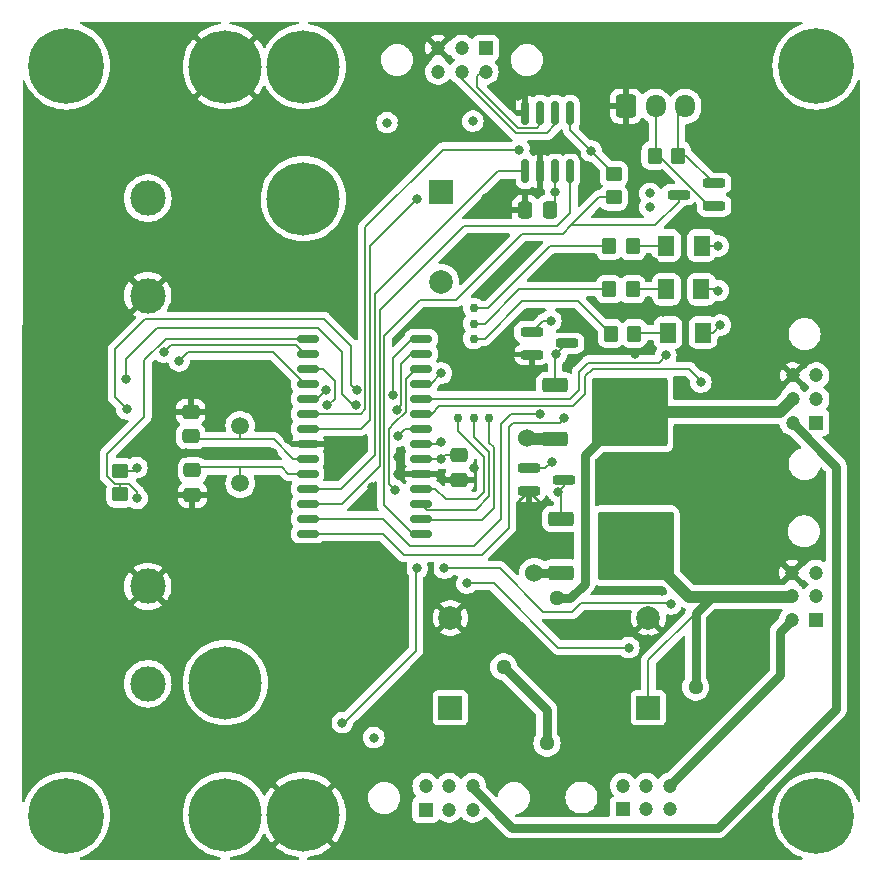
<source format=gtl>
G04 #@! TF.GenerationSoftware,KiCad,Pcbnew,7.0.11*
G04 #@! TF.CreationDate,2024-06-06T22:24:09-04:00*
G04 #@! TF.ProjectId,remote_arming,72656d6f-7465-45f6-9172-6d696e672e6b,rev?*
G04 #@! TF.SameCoordinates,Original*
G04 #@! TF.FileFunction,Copper,L1,Top*
G04 #@! TF.FilePolarity,Positive*
%FSLAX46Y46*%
G04 Gerber Fmt 4.6, Leading zero omitted, Abs format (unit mm)*
G04 Created by KiCad (PCBNEW 7.0.11) date 2024-06-06 22:24:09*
%MOMM*%
%LPD*%
G01*
G04 APERTURE LIST*
G04 Aperture macros list*
%AMRoundRect*
0 Rectangle with rounded corners*
0 $1 Rounding radius*
0 $2 $3 $4 $5 $6 $7 $8 $9 X,Y pos of 4 corners*
0 Add a 4 corners polygon primitive as box body*
4,1,4,$2,$3,$4,$5,$6,$7,$8,$9,$2,$3,0*
0 Add four circle primitives for the rounded corners*
1,1,$1+$1,$2,$3*
1,1,$1+$1,$4,$5*
1,1,$1+$1,$6,$7*
1,1,$1+$1,$8,$9*
0 Add four rect primitives between the rounded corners*
20,1,$1+$1,$2,$3,$4,$5,0*
20,1,$1+$1,$4,$5,$6,$7,0*
20,1,$1+$1,$6,$7,$8,$9,0*
20,1,$1+$1,$8,$9,$2,$3,0*%
G04 Aperture macros list end*
G04 #@! TA.AperFunction,SMDPad,CuDef*
%ADD10RoundRect,0.250000X-0.850000X-0.350000X0.850000X-0.350000X0.850000X0.350000X-0.850000X0.350000X0*%
G04 #@! TD*
G04 #@! TA.AperFunction,SMDPad,CuDef*
%ADD11RoundRect,0.250000X-1.275000X-1.125000X1.275000X-1.125000X1.275000X1.125000X-1.275000X1.125000X0*%
G04 #@! TD*
G04 #@! TA.AperFunction,SMDPad,CuDef*
%ADD12RoundRect,0.249997X-2.950003X-2.650003X2.950003X-2.650003X2.950003X2.650003X-2.950003X2.650003X0*%
G04 #@! TD*
G04 #@! TA.AperFunction,SMDPad,CuDef*
%ADD13RoundRect,0.250001X-0.462499X-0.624999X0.462499X-0.624999X0.462499X0.624999X-0.462499X0.624999X0*%
G04 #@! TD*
G04 #@! TA.AperFunction,ComponentPad*
%ADD14R,2.000000X2.000000*%
G04 #@! TD*
G04 #@! TA.AperFunction,ComponentPad*
%ADD15C,2.000000*%
G04 #@! TD*
G04 #@! TA.AperFunction,SMDPad,CuDef*
%ADD16RoundRect,0.250000X0.350000X0.450000X-0.350000X0.450000X-0.350000X-0.450000X0.350000X-0.450000X0*%
G04 #@! TD*
G04 #@! TA.AperFunction,SMDPad,CuDef*
%ADD17RoundRect,0.250000X0.475000X-0.337500X0.475000X0.337500X-0.475000X0.337500X-0.475000X-0.337500X0*%
G04 #@! TD*
G04 #@! TA.AperFunction,ComponentPad*
%ADD18C,1.500000*%
G04 #@! TD*
G04 #@! TA.AperFunction,ComponentPad*
%ADD19C,6.197600*%
G04 #@! TD*
G04 #@! TA.AperFunction,SMDPad,CuDef*
%ADD20RoundRect,0.200000X0.750000X0.200000X-0.750000X0.200000X-0.750000X-0.200000X0.750000X-0.200000X0*%
G04 #@! TD*
G04 #@! TA.AperFunction,ComponentPad*
%ADD21C,6.400000*%
G04 #@! TD*
G04 #@! TA.AperFunction,ComponentPad*
%ADD22R,1.200000X1.200000*%
G04 #@! TD*
G04 #@! TA.AperFunction,ComponentPad*
%ADD23C,1.200000*%
G04 #@! TD*
G04 #@! TA.AperFunction,SMDPad,CuDef*
%ADD24RoundRect,0.250000X0.337500X0.475000X-0.337500X0.475000X-0.337500X-0.475000X0.337500X-0.475000X0*%
G04 #@! TD*
G04 #@! TA.AperFunction,ComponentPad*
%ADD25C,3.000000*%
G04 #@! TD*
G04 #@! TA.AperFunction,SMDPad,CuDef*
%ADD26RoundRect,0.200000X-0.750000X-0.200000X0.750000X-0.200000X0.750000X0.200000X-0.750000X0.200000X0*%
G04 #@! TD*
G04 #@! TA.AperFunction,SMDPad,CuDef*
%ADD27RoundRect,0.150000X0.150000X-0.825000X0.150000X0.825000X-0.150000X0.825000X-0.150000X-0.825000X0*%
G04 #@! TD*
G04 #@! TA.AperFunction,SMDPad,CuDef*
%ADD28RoundRect,0.150000X-0.750000X-0.150000X0.750000X-0.150000X0.750000X0.150000X-0.750000X0.150000X0*%
G04 #@! TD*
G04 #@! TA.AperFunction,SMDPad,CuDef*
%ADD29RoundRect,0.250000X-0.450000X0.350000X-0.450000X-0.350000X0.450000X-0.350000X0.450000X0.350000X0*%
G04 #@! TD*
G04 #@! TA.AperFunction,ComponentPad*
%ADD30RoundRect,0.250000X-0.600000X-0.725000X0.600000X-0.725000X0.600000X0.725000X-0.600000X0.725000X0*%
G04 #@! TD*
G04 #@! TA.AperFunction,ComponentPad*
%ADD31O,1.700000X1.950000*%
G04 #@! TD*
G04 #@! TA.AperFunction,SMDPad,CuDef*
%ADD32RoundRect,0.250000X-0.350000X-0.450000X0.350000X-0.450000X0.350000X0.450000X-0.350000X0.450000X0*%
G04 #@! TD*
G04 #@! TA.AperFunction,SMDPad,CuDef*
%ADD33RoundRect,0.250000X-0.475000X0.337500X-0.475000X-0.337500X0.475000X-0.337500X0.475000X0.337500X0*%
G04 #@! TD*
G04 #@! TA.AperFunction,ViaPad*
%ADD34C,1.282600*%
G04 #@! TD*
G04 #@! TA.AperFunction,ViaPad*
%ADD35C,0.800000*%
G04 #@! TD*
G04 #@! TA.AperFunction,ViaPad*
%ADD36C,0.762000*%
G04 #@! TD*
G04 #@! TA.AperFunction,ViaPad*
%ADD37C,1.524000*%
G04 #@! TD*
G04 #@! TA.AperFunction,Conductor*
%ADD38C,0.203200*%
G04 #@! TD*
G04 #@! TA.AperFunction,Conductor*
%ADD39C,0.762000*%
G04 #@! TD*
G04 #@! TA.AperFunction,Conductor*
%ADD40C,1.016000*%
G04 #@! TD*
G04 #@! TA.AperFunction,Conductor*
%ADD41C,0.250000*%
G04 #@! TD*
G04 APERTURE END LIST*
D10*
X224273000Y-87003500D03*
D11*
X228898000Y-87758500D03*
X228898000Y-90808500D03*
D12*
X230573000Y-89283500D03*
D11*
X232248000Y-87758500D03*
X232248000Y-90808500D03*
D10*
X224273000Y-91563500D03*
D13*
X233813750Y-82550000D03*
X236788750Y-82550000D03*
D14*
X214630000Y-70622000D03*
D15*
X214630000Y-78222000D03*
D16*
X230840250Y-75223000D03*
X228840250Y-75223000D03*
D17*
X193421000Y-91334500D03*
X193421000Y-89259500D03*
D18*
X197612000Y-90424000D03*
X197612000Y-95304000D03*
D19*
X202946000Y-71207500D03*
X202946000Y-60031500D03*
X196342000Y-60031500D03*
D20*
X237720000Y-71816000D03*
X237720000Y-69916000D03*
X234720000Y-70866000D03*
D21*
X182880000Y-123444000D03*
D22*
X218376000Y-58452000D03*
D23*
X216376000Y-58452000D03*
X214376000Y-58452000D03*
X218376000Y-60452000D03*
X216376000Y-60452000D03*
X214376000Y-60452000D03*
D24*
X223795500Y-72136000D03*
X221720500Y-72136000D03*
D22*
X246348000Y-106870000D03*
D23*
X246348000Y-104870000D03*
X246348000Y-102870000D03*
X244348000Y-106870000D03*
X244348000Y-104870000D03*
X244348000Y-102870000D03*
D25*
X189777200Y-112278200D03*
X189777200Y-104028200D03*
X189777200Y-79410600D03*
X189777200Y-71160600D03*
D26*
X222274000Y-82501000D03*
X222274000Y-84401000D03*
X225274000Y-83451000D03*
D27*
X221742000Y-68896000D03*
X223012000Y-68896000D03*
X224282000Y-68896000D03*
X225552000Y-68896000D03*
X225552000Y-63946000D03*
X224282000Y-63946000D03*
X223012000Y-63946000D03*
X221742000Y-63946000D03*
D28*
X203327000Y-83058000D03*
X203327000Y-84328000D03*
X203327000Y-85598000D03*
X203327000Y-86868000D03*
X203327000Y-88138000D03*
X203327000Y-89408000D03*
X203327000Y-90678000D03*
X203327000Y-91948000D03*
X203327000Y-93218000D03*
X203327000Y-94488000D03*
X203327000Y-95758000D03*
X203327000Y-97028000D03*
X203327000Y-98298000D03*
X203327000Y-99568000D03*
X212927000Y-99568000D03*
X212927000Y-98298000D03*
X212927000Y-97028000D03*
X212927000Y-95758000D03*
X212927000Y-94488000D03*
X212927000Y-93218000D03*
X212927000Y-91948000D03*
X212927000Y-90678000D03*
X212927000Y-89408000D03*
X212927000Y-88138000D03*
X212927000Y-86868000D03*
X212927000Y-85598000D03*
X212927000Y-84328000D03*
X212927000Y-83058000D03*
D10*
X224790000Y-98298000D03*
D11*
X229415000Y-99053000D03*
X229415000Y-102103000D03*
D12*
X231090000Y-100578000D03*
D11*
X232765000Y-99053000D03*
X232765000Y-102103000D03*
D10*
X224790000Y-102858000D03*
D17*
X216154000Y-95017500D03*
X216154000Y-92942500D03*
D13*
X233686750Y-75184000D03*
X236661750Y-75184000D03*
D16*
X230830000Y-78867000D03*
X228830000Y-78867000D03*
D19*
X196342000Y-112180500D03*
X196342000Y-123356500D03*
X202946000Y-123356500D03*
D14*
X232156000Y-114300000D03*
D15*
X232156000Y-106700000D03*
D29*
X187452000Y-94250000D03*
X187452000Y-96250000D03*
D26*
X222020000Y-94046000D03*
X222020000Y-95946000D03*
X225020000Y-94996000D03*
D29*
X229235000Y-69104000D03*
X229235000Y-71104000D03*
D22*
X229997000Y-122904000D03*
D23*
X231997000Y-122904000D03*
X233997000Y-122904000D03*
X229997000Y-120904000D03*
X231997000Y-120904000D03*
X233997000Y-120904000D03*
D21*
X246380000Y-59944000D03*
D30*
X230291000Y-63365500D03*
D31*
X232791000Y-63365500D03*
X235291000Y-63365500D03*
D14*
X215392000Y-114300000D03*
D15*
X215392000Y-106700000D03*
D32*
X232680000Y-67564000D03*
X234680000Y-67564000D03*
D16*
X230967250Y-82628000D03*
X228967250Y-82628000D03*
D21*
X182880000Y-59944000D03*
X246380000Y-123444000D03*
D22*
X213297000Y-122936000D03*
D23*
X215297000Y-122936000D03*
X217297000Y-122936000D03*
X213297000Y-120936000D03*
X215297000Y-120936000D03*
X217297000Y-120936000D03*
D33*
X193548000Y-94212500D03*
X193548000Y-96287500D03*
D22*
X246380000Y-90170000D03*
D23*
X246380000Y-88170000D03*
X246380000Y-86170000D03*
X244380000Y-90170000D03*
X244380000Y-88170000D03*
X244380000Y-86170000D03*
D13*
X233676500Y-78867000D03*
X236651500Y-78867000D03*
D34*
X224434400Y-105054400D03*
X219913200Y-110845600D03*
X236169200Y-112572800D03*
D35*
X200660000Y-88900000D03*
X192405000Y-74295000D03*
X221107000Y-62484000D03*
X210947000Y-93091000D03*
X221869000Y-86614000D03*
X200660000Y-97790000D03*
X219583000Y-85598000D03*
X241300000Y-125476000D03*
X225044000Y-112395000D03*
X221996000Y-98552000D03*
X225171000Y-77724000D03*
X214630000Y-94742000D03*
X248920000Y-81280000D03*
X207772000Y-60960000D03*
X187960000Y-121920000D03*
X207264000Y-92583000D03*
X198120000Y-86360000D03*
X198120000Y-97790000D03*
X205105000Y-92583000D03*
X239268000Y-112395000D03*
X235331000Y-87122000D03*
X213741000Y-64135000D03*
X182880000Y-101600000D03*
X235331000Y-91313000D03*
X217170000Y-75819000D03*
X232156000Y-80645000D03*
X190500000Y-97790000D03*
X201676000Y-91567000D03*
X195580000Y-88900000D03*
X229743000Y-126492000D03*
X195580000Y-73660000D03*
X190500000Y-92710000D03*
X182880000Y-111760000D03*
X182880000Y-91440000D03*
X221996000Y-100584000D03*
X238887000Y-80772000D03*
X231775000Y-77470000D03*
X210947000Y-94488000D03*
X232664000Y-76581000D03*
X182880000Y-81280000D03*
X200660000Y-95250000D03*
D36*
X219964000Y-70612000D03*
D35*
X224282000Y-100584000D03*
X188468000Y-118491000D03*
X205994000Y-113792000D03*
X193040000Y-92710000D03*
X217424000Y-93980000D03*
X233426000Y-80822800D03*
X233299000Y-104394000D03*
X206502000Y-117856000D03*
X208280000Y-71120000D03*
X220853000Y-76454000D03*
X200406000Y-92710000D03*
X185801000Y-114681000D03*
X198120000Y-92710000D03*
X203708000Y-112141000D03*
X191770000Y-90170000D03*
X248920000Y-71120000D03*
X232283000Y-117602000D03*
X182880000Y-71120000D03*
X200660000Y-86360000D03*
X191770000Y-95250000D03*
X193040000Y-97790000D03*
X192659000Y-108839000D03*
X229489000Y-76708000D03*
X198120000Y-88900000D03*
D36*
X219710000Y-72390000D03*
D35*
X238887000Y-106426000D03*
X212598000Y-81788000D03*
X238760000Y-60960000D03*
X211328000Y-64770000D03*
X232918000Y-93726000D03*
X232156000Y-108518400D03*
X187960000Y-60960000D03*
X195580000Y-97790000D03*
X195580000Y-86360000D03*
X218440000Y-71120000D03*
X231013000Y-84328000D03*
X195580000Y-92710000D03*
X203708000Y-117856000D03*
X238887000Y-102743000D03*
X187960000Y-101600000D03*
X193040000Y-86360000D03*
X206629000Y-119126000D03*
X192405000Y-75438000D03*
D36*
X217932000Y-72517000D03*
D35*
X192151000Y-114681000D03*
X195580000Y-95250000D03*
X229362000Y-94615000D03*
X195580000Y-76200000D03*
X248031000Y-118745000D03*
X222504000Y-67183000D03*
X213487000Y-125984000D03*
X225171000Y-76200000D03*
X188468000Y-119761000D03*
X192659000Y-107569000D03*
X208788000Y-95631000D03*
X213741000Y-61976000D03*
X229362000Y-96139000D03*
X228346000Y-60960000D03*
X232294200Y-71932800D03*
X210036500Y-64770000D03*
X227330000Y-67183000D03*
X238069000Y-78994000D03*
X238252000Y-81915000D03*
X224282000Y-70612000D03*
X208915000Y-116840000D03*
X238079250Y-75223000D03*
X188849000Y-93980000D03*
X217297000Y-64643000D03*
X214630000Y-93218000D03*
X232294200Y-70764400D03*
D34*
X223570800Y-117297200D03*
D35*
X188874400Y-96570800D03*
X191135000Y-84201000D03*
X204927200Y-88706400D03*
X223012000Y-89474600D03*
D36*
X218694000Y-89763600D03*
X217376400Y-83058000D03*
X217373200Y-89814400D03*
X217376400Y-81788000D03*
X216052400Y-89814400D03*
X217373200Y-80467200D03*
D35*
X230505000Y-109220000D03*
X214630000Y-91821000D03*
X216789000Y-103759000D03*
X234061000Y-105537000D03*
X214884000Y-102489000D03*
X210947000Y-91313000D03*
X236601000Y-86741000D03*
X233629200Y-84480400D03*
D37*
X221869000Y-91440000D03*
D35*
X187960000Y-86487000D03*
X207433093Y-88706400D03*
X210836693Y-89059493D03*
X188010800Y-89027000D03*
X210528000Y-87833200D03*
X207476800Y-87426800D03*
D37*
X222504000Y-102870000D03*
D35*
X214630000Y-85979000D03*
X224004000Y-93472000D03*
X224512000Y-96012000D03*
X223901000Y-81534000D03*
X224342200Y-84378800D03*
X225044000Y-89789000D03*
X192430400Y-84937600D03*
X204851000Y-87407002D03*
X212598000Y-71247000D03*
X221234000Y-67056000D03*
X206248000Y-115570000D03*
X212598000Y-102489000D03*
X210718400Y-95885000D03*
D38*
X232156000Y-110286800D02*
X236169200Y-106273600D01*
X232156000Y-114300000D02*
X232156000Y-110286800D01*
D39*
X236169200Y-112572800D02*
X236169200Y-106273600D01*
D40*
X237540800Y-104902000D02*
X235564000Y-104902000D01*
X244316000Y-104902000D02*
X237540800Y-104902000D01*
D39*
X236169200Y-106273600D02*
X237540800Y-104902000D01*
X226771200Y-103814200D02*
X226771200Y-92935300D01*
X225531000Y-105054400D02*
X226771200Y-103814200D01*
X226771200Y-92935300D02*
X228898000Y-90808500D01*
X224434400Y-105054400D02*
X225531000Y-105054400D01*
X223570800Y-114503200D02*
X223570800Y-117297200D01*
X219913200Y-110845600D02*
X223570800Y-114503200D01*
D38*
X234720000Y-70866000D02*
X234720000Y-71477000D01*
X227981000Y-71104000D02*
X229235000Y-71104000D01*
X212927000Y-99568000D02*
X212217000Y-99568000D01*
X212217000Y-99568000D02*
X209804000Y-97155000D01*
X215900000Y-79756000D02*
X221488000Y-74168000D01*
X221488000Y-74168000D02*
X224917000Y-74168000D01*
X234720000Y-71477000D02*
X232727500Y-73469500D01*
X225615500Y-73469500D02*
X227981000Y-71104000D01*
X212852000Y-79756000D02*
X215900000Y-79756000D01*
X209804000Y-97155000D02*
X209804000Y-82804000D01*
X232727500Y-73469500D02*
X225615500Y-73469500D01*
X224917000Y-74168000D02*
X225615500Y-73469500D01*
X209804000Y-82804000D02*
X212852000Y-79756000D01*
D41*
X221234000Y-96732000D02*
X221234000Y-97155000D01*
X222020000Y-95946000D02*
X221234000Y-96732000D01*
X222020000Y-95946000D02*
X223012000Y-96938000D01*
X223012000Y-96938000D02*
X223012000Y-97155000D01*
D38*
X236661750Y-75184000D02*
X236700750Y-75223000D01*
X224282000Y-70612000D02*
X224282000Y-71649500D01*
X224282000Y-68896000D02*
X224282000Y-70612000D01*
X237617000Y-82550000D02*
X236788750Y-82550000D01*
X225552000Y-65405000D02*
X227330000Y-67183000D01*
X229235000Y-69088000D02*
X227330000Y-67183000D01*
X229235000Y-69104000D02*
X229235000Y-69088000D01*
X188579000Y-94250000D02*
X188849000Y-93980000D01*
X236700750Y-75223000D02*
X238001250Y-75223000D01*
X224282000Y-71649500D02*
X223795500Y-72136000D01*
X238252000Y-81915000D02*
X237617000Y-82550000D01*
X214630000Y-93218000D02*
X212927000Y-93218000D01*
X238001250Y-75223000D02*
X238040250Y-75184000D01*
X214905500Y-92942500D02*
X214630000Y-93218000D01*
X187452000Y-94250000D02*
X188579000Y-94250000D01*
X216154000Y-92942500D02*
X214905500Y-92942500D01*
X225552000Y-63946000D02*
X225552000Y-65405000D01*
X236651500Y-78867000D02*
X237942000Y-78867000D01*
X237942000Y-78867000D02*
X238069000Y-78994000D01*
D40*
X243266500Y-89283500D02*
X230573000Y-89283500D01*
D39*
X232659500Y-88170000D02*
X232248000Y-87758500D01*
D40*
X244380000Y-88170000D02*
X243266500Y-89283500D01*
X244348000Y-104870000D02*
X244316000Y-104902000D01*
X235564000Y-104902000D02*
X232765000Y-102103000D01*
D38*
X237363000Y-105029000D02*
X237363000Y-104775000D01*
X232156000Y-115047000D02*
X232156000Y-114300000D01*
X235966000Y-112369600D02*
X235966000Y-112318800D01*
X187198000Y-95996000D02*
X187452000Y-96250000D01*
X186309000Y-94694008D02*
X186991992Y-95377000D01*
X188214000Y-95377000D02*
X188874400Y-96037400D01*
X186991992Y-95377000D02*
X187325000Y-95377000D01*
X186309000Y-92837000D02*
X186309000Y-94694008D01*
X188874400Y-96037400D02*
X188874400Y-96570800D01*
X187325000Y-95377000D02*
X188214000Y-95377000D01*
X187452000Y-95504000D02*
X187452000Y-96250000D01*
X189484000Y-84859787D02*
X189484000Y-89662000D01*
X203327000Y-83058000D02*
X191285787Y-83058000D01*
X187325000Y-95377000D02*
X187452000Y-95504000D01*
X189484000Y-89662000D02*
X186309000Y-92837000D01*
X191285787Y-83058000D02*
X189484000Y-84859787D01*
X191135000Y-84201000D02*
X191719200Y-83616800D01*
X191719200Y-83616800D02*
X202342986Y-83616800D01*
X202342986Y-83616800D02*
X203054186Y-84328000D01*
X203054186Y-84328000D02*
X203327000Y-84328000D01*
X205613000Y-88138000D02*
X205613000Y-86614000D01*
X205044600Y-88706400D02*
X205613000Y-88138000D01*
X205613000Y-86614000D02*
X204597000Y-85598000D01*
X204597000Y-85598000D02*
X203327000Y-85598000D01*
X204927200Y-88706400D02*
X205044600Y-88706400D01*
X202057000Y-93218000D02*
X203327000Y-93218000D01*
X197612000Y-90424000D02*
X197612000Y-91461500D01*
X193421000Y-91588500D02*
X197739000Y-91588500D01*
X200427500Y-91588500D02*
X202057000Y-93218000D01*
X197612000Y-91461500D02*
X197739000Y-91588500D01*
X197739000Y-91588500D02*
X200427500Y-91588500D01*
X193548000Y-93958500D02*
X197612000Y-93958500D01*
X201676000Y-94488000D02*
X203327000Y-94488000D01*
X197612000Y-93958500D02*
X201146500Y-93958500D01*
X201146500Y-93958500D02*
X201676000Y-94488000D01*
X197612000Y-95304000D02*
X197612000Y-93958500D01*
X221742000Y-68896000D02*
X219394000Y-68896000D01*
X206121000Y-95758000D02*
X203327000Y-95758000D01*
X208997600Y-92881400D02*
X206121000Y-95758000D01*
X219394000Y-68896000D02*
X208997600Y-79292400D01*
X208997600Y-79292400D02*
X208997600Y-92881400D01*
X209400800Y-93875200D02*
X209400800Y-80667200D01*
X225552000Y-72390000D02*
X225552000Y-68896000D01*
X206248000Y-97028000D02*
X209400800Y-93875200D01*
X216535000Y-73533000D02*
X224409000Y-73533000D01*
X224409000Y-73533000D02*
X225552000Y-72390000D01*
X203327000Y-97028000D02*
X206248000Y-97028000D01*
X209400800Y-80667200D02*
X216535000Y-73533000D01*
X211963000Y-100584000D02*
X209677000Y-98298000D01*
X219710000Y-90297000D02*
X219710000Y-98298000D01*
X219710000Y-98298000D02*
X217424000Y-100584000D01*
X223012000Y-89474600D02*
X220532400Y-89474600D01*
X209677000Y-98298000D02*
X203327000Y-98298000D01*
X220532400Y-89474600D02*
X219710000Y-90297000D01*
X217424000Y-100584000D02*
X211963000Y-100584000D01*
X218694000Y-89763600D02*
X218694000Y-91872517D01*
X218059000Y-98425000D02*
X213054000Y-98425000D01*
X221488000Y-79883000D02*
X226222250Y-79883000D01*
X217376400Y-83058000D02*
X218313000Y-83058000D01*
X213054000Y-98425000D02*
X212927000Y-98298000D01*
X218313000Y-83058000D02*
X221488000Y-79883000D01*
X226222250Y-79883000D02*
X228967250Y-82628000D01*
X219075000Y-92253517D02*
X219075000Y-97409000D01*
X218694000Y-91872517D02*
X219075000Y-92253517D01*
X219075000Y-97409000D02*
X218059000Y-98425000D01*
X217551000Y-97536000D02*
X213435000Y-97536000D01*
X218313000Y-81788000D02*
X221234000Y-78867000D01*
X217373200Y-89814400D02*
X217373200Y-91389200D01*
X221234000Y-78867000D02*
X228830000Y-78867000D01*
X217376400Y-81788000D02*
X218313000Y-81788000D01*
X218671800Y-92687800D02*
X218671800Y-96415200D01*
X217373200Y-91389200D02*
X218671800Y-92687800D01*
X213435000Y-97536000D02*
X212927000Y-97028000D01*
X218671800Y-96415200D02*
X217551000Y-97536000D01*
X212927000Y-97028000D02*
X213487000Y-97028000D01*
X223862000Y-75223000D02*
X228840250Y-75223000D01*
X216052400Y-90854187D02*
X218268600Y-93070387D01*
X214122000Y-95758000D02*
X212927000Y-95758000D01*
X218268600Y-93070387D02*
X218268600Y-96056400D01*
X217678000Y-96647000D02*
X215011000Y-96647000D01*
X215011000Y-96647000D02*
X214122000Y-95758000D01*
X216052400Y-89814400D02*
X216052400Y-90854187D01*
X218617800Y-80467200D02*
X223862000Y-75223000D01*
X217373200Y-80467200D02*
X218617800Y-80467200D01*
X218268600Y-96056400D02*
X217678000Y-96647000D01*
X230505000Y-109220000D02*
X224536000Y-109220000D01*
X214630000Y-91821000D02*
X214503000Y-91948000D01*
X219075000Y-103759000D02*
X216789000Y-103759000D01*
X230505000Y-109220000D02*
X230632000Y-109093000D01*
X214503000Y-91948000D02*
X212927000Y-91948000D01*
X224536000Y-109220000D02*
X219075000Y-103759000D01*
X232695141Y-105398400D02*
X226478000Y-105398400D01*
X210947000Y-91313000D02*
X211582000Y-90678000D01*
X212673000Y-90932000D02*
X212927000Y-90678000D01*
X219583000Y-102489000D02*
X214884000Y-102489000D01*
X225704400Y-106172000D02*
X223266000Y-106172000D01*
X233934000Y-105410000D02*
X232706741Y-105410000D01*
X234061000Y-105537000D02*
X233934000Y-105410000D01*
X223266000Y-106172000D02*
X219583000Y-102489000D01*
X226478000Y-105398400D02*
X225704400Y-106172000D01*
X232706741Y-105410000D02*
X232695141Y-105398400D01*
X211582000Y-90678000D02*
X212927000Y-90678000D01*
X236601000Y-86741000D02*
X236728000Y-86741000D01*
X226822000Y-87757000D02*
X226822000Y-86233000D01*
X235607200Y-85620200D02*
X236601000Y-86614000D01*
X226822000Y-86233000D02*
X227434800Y-85620200D01*
X225806000Y-88773000D02*
X226822000Y-87757000D01*
X214461999Y-88773000D02*
X225806000Y-88773000D01*
X212927000Y-89408000D02*
X213826999Y-89408000D01*
X213826999Y-89408000D02*
X214461999Y-88773000D01*
X236601000Y-86614000D02*
X236601000Y-86741000D01*
X227434800Y-85620200D02*
X235607200Y-85620200D01*
X233553000Y-84582000D02*
X233629200Y-84505800D01*
X233629200Y-84505800D02*
X233629200Y-84480400D01*
X226314000Y-87376000D02*
X225552000Y-88138000D01*
X227076000Y-85090000D02*
X226314000Y-85852000D01*
X225552000Y-88138000D02*
X212927000Y-88138000D01*
X233654600Y-84480400D02*
X233045000Y-85090000D01*
X233045000Y-85090000D02*
X227076000Y-85090000D01*
X226314000Y-85852000D02*
X226314000Y-87376000D01*
X233629200Y-84480400D02*
X233654600Y-84480400D01*
D40*
X221992500Y-91563500D02*
X221869000Y-91440000D01*
X224273000Y-91563500D02*
X221992500Y-91563500D01*
D38*
X207433093Y-88706400D02*
X207186387Y-88706400D01*
X190576200Y-82169000D02*
X187960000Y-84785200D01*
X212090000Y-84328000D02*
X212927000Y-84328000D01*
X206248000Y-87768013D02*
X206248000Y-84201000D01*
X207186387Y-88706400D02*
X206248000Y-87768013D01*
X204216000Y-82169000D02*
X190576200Y-82169000D01*
X187960000Y-84785200D02*
X187960000Y-86487000D01*
X211229600Y-88666586D02*
X211229600Y-85188400D01*
X210836693Y-89059493D02*
X211229600Y-88666586D01*
X206248000Y-84201000D02*
X204216000Y-82169000D01*
X211229600Y-85188400D02*
X212090000Y-84328000D01*
X188010800Y-89027000D02*
X186994800Y-88011000D01*
X210528000Y-87833200D02*
X210528000Y-84670800D01*
X189560200Y-81407000D02*
X192913000Y-81407000D01*
X186994800Y-83972400D02*
X189560200Y-81407000D01*
X210528000Y-84670800D02*
X212140800Y-83058000D01*
X207010000Y-83693000D02*
X204724000Y-81407000D01*
X212140800Y-83058000D02*
X212927000Y-83058000D01*
X186994800Y-88011000D02*
X186994800Y-83972400D01*
X207010000Y-86960000D02*
X207010000Y-83693000D01*
X204724000Y-81407000D02*
X192405000Y-81407000D01*
X207476800Y-87426800D02*
X207010000Y-86960000D01*
X220946800Y-65625800D02*
X216376000Y-61055000D01*
X223577199Y-65625800D02*
X220946800Y-65625800D01*
X216376000Y-61055000D02*
X216376000Y-60452000D01*
X224282000Y-63946000D02*
X224282000Y-64920999D01*
X224282000Y-64920999D02*
X223577199Y-65625800D01*
X222710399Y-65222600D02*
X221113810Y-65222600D01*
X221113810Y-65222600D02*
X218864805Y-62973595D01*
X218989650Y-63098440D02*
X217678000Y-61786790D01*
X218059000Y-60452000D02*
X218376000Y-60452000D01*
X217678000Y-61786790D02*
X217678000Y-60833000D01*
X223012000Y-63946000D02*
X223012000Y-64920999D01*
X217678000Y-60833000D02*
X218059000Y-60452000D01*
X223012000Y-64920999D02*
X222710399Y-65222600D01*
X233676500Y-78867000D02*
X230830000Y-78867000D01*
X233686750Y-75184000D02*
X230879250Y-75184000D01*
X230879250Y-75184000D02*
X230840250Y-75223000D01*
X233813750Y-82550000D02*
X231045250Y-82550000D01*
D39*
X224778000Y-102870000D02*
X224790000Y-102858000D01*
X222516000Y-102858000D02*
X222504000Y-102870000D01*
X222504000Y-102870000D02*
X224778000Y-102870000D01*
X238048800Y-124460000D02*
X220624400Y-124460000D01*
X248056400Y-114452400D02*
X238048800Y-124460000D01*
X244380000Y-90170000D02*
X244380000Y-90221996D01*
X248056400Y-93898396D02*
X248056400Y-114452400D01*
X220624400Y-124460000D02*
X217297000Y-121132600D01*
X217297000Y-121132600D02*
X217297000Y-120936000D01*
X244380000Y-90221996D02*
X248056400Y-93898396D01*
X243332000Y-111506000D02*
X233997000Y-120841000D01*
D38*
X234061000Y-120840000D02*
X233997000Y-120904000D01*
D39*
X244348000Y-106870000D02*
X243332000Y-107886000D01*
X233997000Y-120841000D02*
X233997000Y-120904000D01*
X243332000Y-107886000D02*
X243332000Y-111506000D01*
D38*
X237334912Y-71816000D02*
X237720000Y-71816000D01*
X232791000Y-67453000D02*
X232680000Y-67564000D01*
X232791000Y-63365500D02*
X232791000Y-67453000D01*
X232680000Y-67564000D02*
X233082912Y-67564000D01*
X233082912Y-67564000D02*
X237334912Y-71816000D01*
X235368000Y-67564000D02*
X237720000Y-69916000D01*
X234680000Y-67564000D02*
X234680000Y-63976500D01*
X234680000Y-63976500D02*
X235291000Y-63365500D01*
X234680000Y-67564000D02*
X235368000Y-67564000D01*
X213741000Y-86868000D02*
X214630000Y-85979000D01*
X212927000Y-86868000D02*
X213741000Y-86868000D01*
X223430000Y-94046000D02*
X224004000Y-93472000D01*
X221742000Y-94046000D02*
X223430000Y-94046000D01*
X225020000Y-94996000D02*
X225020000Y-95504000D01*
X224790000Y-96290000D02*
X224790000Y-98298000D01*
X224512000Y-96012000D02*
X224790000Y-96290000D01*
X225020000Y-95504000D02*
X224512000Y-96012000D01*
X223241000Y-81534000D02*
X222274000Y-82501000D01*
X223901000Y-81534000D02*
X223241000Y-81534000D01*
X224342200Y-84378800D02*
X224273000Y-84448000D01*
X225274000Y-83463000D02*
X225274000Y-83451000D01*
X224345500Y-84391500D02*
X225274000Y-83463000D01*
X224273000Y-84448000D02*
X224273000Y-87003500D01*
X220345000Y-99060000D02*
X220345000Y-90551000D01*
X220703800Y-90192200D02*
X224640800Y-90192200D01*
X220345000Y-90551000D02*
X220703800Y-90192200D01*
X218059000Y-101346000D02*
X220345000Y-99060000D01*
X209677000Y-99568000D02*
X211455000Y-101346000D01*
X211455000Y-101346000D02*
X218059000Y-101346000D01*
X203327000Y-99568000D02*
X209677000Y-99568000D01*
X224640800Y-90192200D02*
X225044000Y-89789000D01*
X193141600Y-84226400D02*
X200406000Y-84226400D01*
X203047600Y-86868000D02*
X203327000Y-86868000D01*
X192430400Y-84937600D02*
X193141600Y-84226400D01*
X200406000Y-84226400D02*
X203047600Y-86868000D01*
X204851000Y-87407002D02*
X204120002Y-88138000D01*
X204120002Y-88138000D02*
X203327000Y-88138000D01*
X207822800Y-90678000D02*
X208594400Y-89906400D01*
X208594400Y-89906400D02*
X208594400Y-75250600D01*
X208594400Y-75250600D02*
X212598000Y-71247000D01*
X203327000Y-90678000D02*
X207822800Y-90678000D01*
X207822800Y-89408000D02*
X208178400Y-89052400D01*
X214757000Y-67056000D02*
X221234000Y-67056000D01*
X203327000Y-89408000D02*
X207822800Y-89408000D01*
X208178400Y-73634600D02*
X214757000Y-67056000D01*
X208178400Y-89052400D02*
X208178400Y-73634600D01*
X206375000Y-115570000D02*
X206248000Y-115570000D01*
X211632800Y-89255600D02*
X211632800Y-86470800D01*
X210210400Y-90676387D02*
X210656387Y-90230400D01*
X210210400Y-95377000D02*
X210210400Y-90676387D01*
X206248000Y-115570000D02*
X206121000Y-115570000D01*
X212471000Y-102489000D02*
X212471000Y-109474000D01*
X212505600Y-85598000D02*
X212927000Y-85598000D01*
X211632800Y-86470800D02*
X212505600Y-85598000D01*
X210656387Y-90230400D02*
X210658000Y-90230400D01*
X210718400Y-95885000D02*
X210210400Y-95377000D01*
X212471000Y-109474000D02*
X206375000Y-115570000D01*
X210658000Y-90230400D02*
X211632800Y-89255600D01*
G04 #@! TA.AperFunction,Conductor*
G36*
X227809952Y-103919208D02*
G01*
X227810405Y-103917843D01*
X227817258Y-103920113D01*
X227817260Y-103920115D01*
X227985571Y-103975887D01*
X228089452Y-103986500D01*
X228089455Y-103986500D01*
X231439455Y-103986500D01*
X233159590Y-103986500D01*
X233226629Y-104006185D01*
X233247271Y-104022819D01*
X233729977Y-104505525D01*
X233763462Y-104566848D01*
X233758478Y-104636540D01*
X233716606Y-104692473D01*
X233692733Y-104706485D01*
X233604245Y-104745883D01*
X233604243Y-104745884D01*
X233562493Y-104776218D01*
X233496687Y-104799698D01*
X233489608Y-104799900D01*
X232833058Y-104799900D01*
X232802226Y-104796005D01*
X232772215Y-104788300D01*
X232772211Y-104788300D01*
X232752917Y-104788300D01*
X232733519Y-104786773D01*
X232723954Y-104785258D01*
X232714458Y-104783754D01*
X232714457Y-104783753D01*
X232672184Y-104787750D01*
X232660515Y-104788300D01*
X227354404Y-104788300D01*
X227287365Y-104768615D01*
X227241610Y-104715811D01*
X227231666Y-104646653D01*
X227260691Y-104583097D01*
X227266704Y-104576637D01*
X227343776Y-104499565D01*
X227358557Y-104486942D01*
X227369670Y-104478869D01*
X227414486Y-104429094D01*
X227418918Y-104424423D01*
X227433137Y-104410206D01*
X227445796Y-104394572D01*
X227449955Y-104389702D01*
X227494785Y-104339915D01*
X227501650Y-104328021D01*
X227512671Y-104311987D01*
X227521307Y-104301325D01*
X227551706Y-104241660D01*
X227554785Y-104235988D01*
X227588275Y-104177985D01*
X227592516Y-104164929D01*
X227599961Y-104146954D01*
X227606194Y-104134724D01*
X227623525Y-104070042D01*
X227625365Y-104063830D01*
X227635948Y-104031260D01*
X227646055Y-104000156D01*
X227646055Y-104000151D01*
X227647855Y-103994613D01*
X227687292Y-103936937D01*
X227751651Y-103909739D01*
X227809952Y-103919208D01*
G37*
G04 #@! TD.AperFunction*
G04 #@! TA.AperFunction,Conductor*
G36*
X243237891Y-90319685D02*
G01*
X243283646Y-90372489D01*
X243290118Y-90390066D01*
X243341924Y-90572147D01*
X243341930Y-90572162D01*
X243433493Y-90756044D01*
X243433498Y-90756052D01*
X243557300Y-90919993D01*
X243658157Y-91011935D01*
X243709118Y-91058392D01*
X243883782Y-91166540D01*
X244044272Y-91228713D01*
X244065889Y-91237088D01*
X244075345Y-91240751D01*
X244118119Y-91248746D01*
X244180400Y-91280414D01*
X244183015Y-91282954D01*
X245064024Y-92163963D01*
X245097509Y-92225286D01*
X245092525Y-92294978D01*
X245050653Y-92350911D01*
X245008436Y-92371419D01*
X244916344Y-92396094D01*
X244916335Y-92396098D01*
X244702171Y-92495964D01*
X244702169Y-92495965D01*
X244508597Y-92631505D01*
X244341506Y-92798597D01*
X244341501Y-92798604D01*
X244205967Y-92992165D01*
X244205965Y-92992169D01*
X244106098Y-93206335D01*
X244106094Y-93206344D01*
X244044938Y-93434586D01*
X244044936Y-93434596D01*
X244024341Y-93669999D01*
X244024341Y-93670000D01*
X244044936Y-93905403D01*
X244044938Y-93905413D01*
X244106094Y-94133655D01*
X244106096Y-94133659D01*
X244106097Y-94133663D01*
X244125990Y-94176323D01*
X244205964Y-94347828D01*
X244205965Y-94347830D01*
X244341505Y-94541402D01*
X244508597Y-94708494D01*
X244702169Y-94844034D01*
X244702171Y-94844035D01*
X244916337Y-94943903D01*
X244916343Y-94943904D01*
X244916344Y-94943905D01*
X244948190Y-94952438D01*
X245144592Y-95005063D01*
X245321032Y-95020499D01*
X245321033Y-95020500D01*
X245321034Y-95020500D01*
X245438967Y-95020500D01*
X245438967Y-95020499D01*
X245615408Y-95005063D01*
X245843663Y-94943903D01*
X246057829Y-94844035D01*
X246251401Y-94708495D01*
X246418495Y-94541401D01*
X246554035Y-94347830D01*
X246653903Y-94133663D01*
X246655805Y-94126567D01*
X246667424Y-94083202D01*
X246678580Y-94041562D01*
X246714944Y-93981903D01*
X246777790Y-93951373D01*
X246847166Y-93959667D01*
X246886036Y-93985975D01*
X247130581Y-94230520D01*
X247164066Y-94291843D01*
X247166900Y-94318201D01*
X247166900Y-101850633D01*
X247147215Y-101917672D01*
X247094411Y-101963427D01*
X247025253Y-101973371D01*
X246977622Y-101956060D01*
X246844220Y-101873461D01*
X246844218Y-101873460D01*
X246652655Y-101799249D01*
X246450718Y-101761500D01*
X246245282Y-101761500D01*
X246043345Y-101799249D01*
X246043342Y-101799249D01*
X246043342Y-101799250D01*
X245851779Y-101873461D01*
X245677116Y-101981609D01*
X245525300Y-102120007D01*
X245434683Y-102240003D01*
X245378574Y-102281639D01*
X245327145Y-102288979D01*
X245285466Y-102286086D01*
X244701553Y-102870000D01*
X245285465Y-103453912D01*
X245327158Y-103451023D01*
X245395398Y-103466025D01*
X245434685Y-103499999D01*
X245525300Y-103619992D01*
X245677117Y-103758391D01*
X245677122Y-103758395D01*
X245687102Y-103764575D01*
X245733737Y-103816604D01*
X245744839Y-103885586D01*
X245716884Y-103949620D01*
X245687102Y-103975425D01*
X245677122Y-103981604D01*
X245677117Y-103981608D01*
X245525300Y-104120007D01*
X245446954Y-104223754D01*
X245390845Y-104265390D01*
X245321133Y-104270081D01*
X245259951Y-104236339D01*
X245249046Y-104223754D01*
X245189840Y-104145353D01*
X245170701Y-104120009D01*
X245146640Y-104098075D01*
X245018882Y-103981608D01*
X245018881Y-103981607D01*
X244982506Y-103959084D01*
X244935871Y-103907056D01*
X244924611Y-103839368D01*
X244928686Y-103804240D01*
X244348001Y-103223553D01*
X244348000Y-103223553D01*
X243724908Y-103846644D01*
X243722804Y-103844540D01*
X243701674Y-103867615D01*
X243637521Y-103885500D01*
X236036410Y-103885500D01*
X235969371Y-103865815D01*
X235948729Y-103849181D01*
X234969548Y-102870000D01*
X243243287Y-102870000D01*
X243262096Y-103072989D01*
X243262097Y-103072992D01*
X243317883Y-103269063D01*
X243317886Y-103269069D01*
X243408751Y-103451551D01*
X243410533Y-103453911D01*
X243934495Y-102929951D01*
X244008000Y-102929951D01*
X244049009Y-103042622D01*
X244126081Y-103134473D01*
X244229919Y-103194424D01*
X244318254Y-103210000D01*
X244377746Y-103210000D01*
X244466081Y-103194424D01*
X244569919Y-103134473D01*
X244646991Y-103042623D01*
X244688000Y-102929951D01*
X244688000Y-102810049D01*
X244646991Y-102697378D01*
X244569919Y-102605527D01*
X244466081Y-102545576D01*
X244377746Y-102530000D01*
X244318254Y-102530000D01*
X244229919Y-102545576D01*
X244126081Y-102605527D01*
X244049009Y-102697377D01*
X244008000Y-102810049D01*
X244008000Y-102929951D01*
X243934495Y-102929951D01*
X243994446Y-102870000D01*
X243994446Y-102869999D01*
X243410533Y-102286087D01*
X243408755Y-102288442D01*
X243408754Y-102288443D01*
X243317886Y-102470930D01*
X243317883Y-102470936D01*
X243262097Y-102667007D01*
X243262096Y-102667010D01*
X243243287Y-102869999D01*
X243243287Y-102870000D01*
X234969548Y-102870000D01*
X234834819Y-102735271D01*
X234801334Y-102673948D01*
X234798500Y-102647590D01*
X234798500Y-101935758D01*
X243767311Y-101935758D01*
X244348000Y-102516446D01*
X244348001Y-102516446D01*
X244928687Y-101935758D01*
X244840413Y-101881101D01*
X244840411Y-101881100D01*
X244650321Y-101807460D01*
X244449928Y-101770000D01*
X244246072Y-101770000D01*
X244045678Y-101807460D01*
X243855588Y-101881100D01*
X243855581Y-101881104D01*
X243767312Y-101935757D01*
X243767311Y-101935758D01*
X234798500Y-101935758D01*
X234798500Y-99370000D01*
X243992341Y-99370000D01*
X244012936Y-99605403D01*
X244012938Y-99605413D01*
X244074094Y-99833655D01*
X244074096Y-99833659D01*
X244074097Y-99833663D01*
X244105689Y-99901411D01*
X244173964Y-100047828D01*
X244173965Y-100047830D01*
X244309505Y-100241402D01*
X244476597Y-100408494D01*
X244670169Y-100544034D01*
X244670171Y-100544035D01*
X244884337Y-100643903D01*
X245112592Y-100705063D01*
X245289032Y-100720499D01*
X245289033Y-100720500D01*
X245289034Y-100720500D01*
X245406967Y-100720500D01*
X245406967Y-100720499D01*
X245583408Y-100705063D01*
X245811663Y-100643903D01*
X246025829Y-100544035D01*
X246219401Y-100408495D01*
X246386495Y-100241401D01*
X246522035Y-100047830D01*
X246621903Y-99833663D01*
X246683063Y-99605408D01*
X246703659Y-99370000D01*
X246683063Y-99134592D01*
X246626110Y-98922039D01*
X246621905Y-98906344D01*
X246621904Y-98906343D01*
X246621903Y-98906337D01*
X246522035Y-98692171D01*
X246522034Y-98692169D01*
X246386494Y-98498597D01*
X246219402Y-98331505D01*
X246025830Y-98195965D01*
X246025828Y-98195964D01*
X245918746Y-98146031D01*
X245811663Y-98096097D01*
X245811659Y-98096096D01*
X245811655Y-98096094D01*
X245583413Y-98034938D01*
X245583403Y-98034936D01*
X245406967Y-98019500D01*
X245406966Y-98019500D01*
X245289034Y-98019500D01*
X245289033Y-98019500D01*
X245112596Y-98034936D01*
X245112586Y-98034938D01*
X244884344Y-98096094D01*
X244884335Y-98096098D01*
X244670171Y-98195964D01*
X244670169Y-98195965D01*
X244476597Y-98331505D01*
X244309506Y-98498597D01*
X244309501Y-98498604D01*
X244173967Y-98692165D01*
X244173965Y-98692169D01*
X244074098Y-98906335D01*
X244074094Y-98906344D01*
X244012938Y-99134586D01*
X244012936Y-99134596D01*
X243992341Y-99369999D01*
X243992341Y-99370000D01*
X234798500Y-99370000D01*
X234798500Y-97877457D01*
X234798499Y-97877444D01*
X234796171Y-97854659D01*
X234787887Y-97773571D01*
X234732115Y-97605260D01*
X234639031Y-97454347D01*
X234513653Y-97328969D01*
X234385083Y-97249666D01*
X234362742Y-97235886D01*
X234362737Y-97235884D01*
X234194429Y-97180113D01*
X234090555Y-97169500D01*
X234090548Y-97169500D01*
X228089452Y-97169500D01*
X228089444Y-97169500D01*
X227985570Y-97180113D01*
X227916737Y-97202922D01*
X227823702Y-97233750D01*
X227753875Y-97236152D01*
X227693834Y-97200420D01*
X227662641Y-97137900D01*
X227660700Y-97116044D01*
X227660700Y-93355105D01*
X227680385Y-93288066D01*
X227697019Y-93267424D01*
X228236124Y-92728319D01*
X228297447Y-92694834D01*
X228323805Y-92692000D01*
X233573543Y-92692000D01*
X233573548Y-92692000D01*
X233677429Y-92681387D01*
X233845740Y-92625615D01*
X233996653Y-92532531D01*
X234122031Y-92407153D01*
X234215115Y-92256240D01*
X234270887Y-92087929D01*
X234281500Y-91984048D01*
X234281500Y-90424000D01*
X234301185Y-90356961D01*
X234353989Y-90311206D01*
X234405500Y-90300000D01*
X243170852Y-90300000D01*
X243237891Y-90319685D01*
G37*
G04 #@! TD.AperFunction*
G04 #@! TA.AperFunction,Conductor*
G36*
X222213039Y-95715685D02*
G01*
X222258794Y-95768489D01*
X222270000Y-95820000D01*
X222270000Y-96845999D01*
X222826581Y-96845999D01*
X222897102Y-96839591D01*
X222897107Y-96839590D01*
X223059396Y-96789018D01*
X223204877Y-96701072D01*
X223325072Y-96580877D01*
X223413017Y-96435398D01*
X223434811Y-96365459D01*
X223473548Y-96307311D01*
X223537573Y-96279336D01*
X223606559Y-96290417D01*
X223658602Y-96337035D01*
X223671128Y-96364029D01*
X223677471Y-96383552D01*
X223677473Y-96383556D01*
X223772960Y-96548944D01*
X223836243Y-96619227D01*
X223881178Y-96669133D01*
X223900747Y-96690866D01*
X224042010Y-96793500D01*
X224055251Y-96803120D01*
X224106334Y-96825863D01*
X224159572Y-96871112D01*
X224179894Y-96937961D01*
X224179900Y-96939143D01*
X224179900Y-97065500D01*
X224160215Y-97132539D01*
X224107411Y-97178294D01*
X224055901Y-97189500D01*
X223889463Y-97189500D01*
X223889446Y-97189501D01*
X223785572Y-97200113D01*
X223617264Y-97255884D01*
X223617259Y-97255886D01*
X223466346Y-97348971D01*
X223340971Y-97474346D01*
X223247886Y-97625259D01*
X223247884Y-97625264D01*
X223192113Y-97793572D01*
X223181500Y-97897447D01*
X223181500Y-98698537D01*
X223181501Y-98698553D01*
X223192113Y-98802427D01*
X223226544Y-98906335D01*
X223247885Y-98970738D01*
X223340970Y-99121652D01*
X223466348Y-99247030D01*
X223617262Y-99340115D01*
X223785574Y-99395887D01*
X223889455Y-99406500D01*
X225690544Y-99406499D01*
X225745098Y-99400926D01*
X225813791Y-99413696D01*
X225864675Y-99461576D01*
X225881700Y-99524284D01*
X225881700Y-101631715D01*
X225862015Y-101698754D01*
X225809211Y-101744509D01*
X225745098Y-101755073D01*
X225690547Y-101749500D01*
X223889462Y-101749500D01*
X223889446Y-101749501D01*
X223785572Y-101760113D01*
X223617264Y-101815884D01*
X223617259Y-101815886D01*
X223471343Y-101905889D01*
X223403950Y-101924329D01*
X223337287Y-101903406D01*
X223326538Y-101895337D01*
X223323786Y-101893028D01*
X223323781Y-101893023D01*
X223141677Y-101765512D01*
X223141678Y-101765512D01*
X223141676Y-101765511D01*
X223040936Y-101718536D01*
X222940196Y-101671560D01*
X222940193Y-101671559D01*
X222940191Y-101671558D01*
X222725465Y-101614022D01*
X222725457Y-101614021D01*
X222504002Y-101594647D01*
X222503998Y-101594647D01*
X222282542Y-101614021D01*
X222282535Y-101614022D01*
X222067800Y-101671561D01*
X221866323Y-101765512D01*
X221866319Y-101765514D01*
X221684217Y-101893023D01*
X221527023Y-102050217D01*
X221399514Y-102232319D01*
X221399512Y-102232323D01*
X221305561Y-102433800D01*
X221248022Y-102648535D01*
X221248021Y-102648542D01*
X221228647Y-102869997D01*
X221228647Y-102870002D01*
X221237480Y-102970971D01*
X221223713Y-103039471D01*
X221175097Y-103089654D01*
X221107069Y-103105587D01*
X221041225Y-103082211D01*
X221026271Y-103069459D01*
X220071711Y-102114899D01*
X220062040Y-102102827D01*
X220061798Y-102103028D01*
X220056829Y-102097023D01*
X220056826Y-102097017D01*
X220009051Y-102052153D01*
X220006255Y-102049443D01*
X219987264Y-102030452D01*
X219984293Y-102028148D01*
X219975401Y-102020554D01*
X219944459Y-101991497D01*
X219944458Y-101991496D01*
X219944453Y-101991493D01*
X219927547Y-101982199D01*
X219911284Y-101971517D01*
X219896034Y-101959687D01*
X219891274Y-101957627D01*
X219857067Y-101942823D01*
X219846580Y-101937686D01*
X219809381Y-101917236D01*
X219809377Y-101917234D01*
X219790686Y-101912435D01*
X219772288Y-101906137D01*
X219754565Y-101898468D01*
X219754562Y-101898467D01*
X219754561Y-101898467D01*
X219712635Y-101891826D01*
X219701200Y-101889458D01*
X219660078Y-101878900D01*
X219660074Y-101878900D01*
X219640776Y-101878900D01*
X219621378Y-101877373D01*
X219608371Y-101875313D01*
X219602317Y-101874354D01*
X219602316Y-101874353D01*
X219560043Y-101878350D01*
X219548374Y-101878900D01*
X218688272Y-101878900D01*
X218621233Y-101859215D01*
X218575478Y-101806411D01*
X218565534Y-101737253D01*
X218594559Y-101673697D01*
X218600591Y-101667219D01*
X219562749Y-100705061D01*
X220719100Y-99548710D01*
X220731171Y-99539041D01*
X220730971Y-99538799D01*
X220736977Y-99533829D01*
X220736983Y-99533826D01*
X220781878Y-99486016D01*
X220784527Y-99483283D01*
X220803547Y-99464265D01*
X220805852Y-99461292D01*
X220813436Y-99452411D01*
X220842504Y-99421458D01*
X220851802Y-99404541D01*
X220862485Y-99388279D01*
X220874312Y-99373034D01*
X220891174Y-99334063D01*
X220896301Y-99323598D01*
X220916765Y-99286378D01*
X220921565Y-99267683D01*
X220927864Y-99249283D01*
X220935532Y-99231565D01*
X220942176Y-99189613D01*
X220944538Y-99178207D01*
X220955100Y-99137074D01*
X220955100Y-99117776D01*
X220956627Y-99098376D01*
X220959646Y-99079316D01*
X220955650Y-99037042D01*
X220955100Y-99025373D01*
X220955100Y-96949592D01*
X220974785Y-96882553D01*
X221027589Y-96836798D01*
X221096747Y-96826854D01*
X221115991Y-96831207D01*
X221142895Y-96839590D01*
X221213427Y-96845999D01*
X221769999Y-96845999D01*
X221770000Y-96845998D01*
X221770000Y-95820000D01*
X221789685Y-95752961D01*
X221842489Y-95707206D01*
X221894000Y-95696000D01*
X222146000Y-95696000D01*
X222213039Y-95715685D01*
G37*
G04 #@! TD.AperFunction*
G04 #@! TA.AperFunction,Conductor*
G36*
X209113234Y-95128091D02*
G01*
X209169167Y-95169963D01*
X209193584Y-95235427D01*
X209193900Y-95244273D01*
X209193900Y-97073958D01*
X209192202Y-97089332D01*
X209192515Y-97089362D01*
X209191780Y-97097128D01*
X209193839Y-97162625D01*
X209193900Y-97166519D01*
X209193900Y-97193386D01*
X209194372Y-97197121D01*
X209195288Y-97208763D01*
X209196621Y-97251197D01*
X209196622Y-97251199D01*
X209202007Y-97269736D01*
X209205952Y-97288783D01*
X209208371Y-97307931D01*
X209208372Y-97307937D01*
X209224001Y-97347410D01*
X209227785Y-97358462D01*
X209239626Y-97399220D01*
X209239627Y-97399221D01*
X209239628Y-97399225D01*
X209249455Y-97415843D01*
X209258007Y-97433300D01*
X209260499Y-97439594D01*
X209265117Y-97451256D01*
X209265117Y-97451257D01*
X209290077Y-97485612D01*
X209296489Y-97495374D01*
X209299685Y-97500778D01*
X209316869Y-97568501D01*
X209294710Y-97634764D01*
X209240244Y-97678528D01*
X209192954Y-97687900D01*
X206756797Y-97687900D01*
X206689758Y-97668215D01*
X206644003Y-97615411D01*
X206634059Y-97546253D01*
X206663084Y-97482697D01*
X206667174Y-97478439D01*
X206668959Y-97476281D01*
X206668962Y-97476279D01*
X206696041Y-97443544D01*
X206703883Y-97434927D01*
X208982219Y-95156592D01*
X209043542Y-95123107D01*
X209113234Y-95128091D01*
G37*
G04 #@! TD.AperFunction*
G04 #@! TA.AperFunction,Conductor*
G36*
X211485493Y-92147072D02*
G01*
X211522478Y-92205413D01*
X211567853Y-92361596D01*
X211567855Y-92361601D01*
X211652547Y-92504808D01*
X211654249Y-92507002D01*
X211655047Y-92509034D01*
X211656518Y-92511522D01*
X211656116Y-92511759D01*
X211679783Y-92572039D01*
X211666101Y-92640556D01*
X211654249Y-92658998D01*
X211652547Y-92661191D01*
X211567855Y-92804398D01*
X211567853Y-92804403D01*
X211521438Y-92964164D01*
X211521437Y-92964170D01*
X211518500Y-93001492D01*
X211518500Y-93434507D01*
X211521437Y-93471829D01*
X211521438Y-93471835D01*
X211567853Y-93631596D01*
X211567855Y-93631601D01*
X211652544Y-93774803D01*
X211657330Y-93780973D01*
X211655416Y-93782457D01*
X211683151Y-93833250D01*
X211678167Y-93902942D01*
X211663252Y-93929708D01*
X211663288Y-93929729D01*
X211662482Y-93931091D01*
X211659969Y-93935602D01*
X211659319Y-93936439D01*
X211575718Y-94077801D01*
X211529899Y-94235513D01*
X211529704Y-94237998D01*
X211529705Y-94238000D01*
X214324295Y-94238000D01*
X214326800Y-94235290D01*
X214339189Y-94176323D01*
X214388241Y-94126567D01*
X214456407Y-94111230D01*
X214474211Y-94113682D01*
X214534513Y-94126500D01*
X214534514Y-94126500D01*
X214725487Y-94126500D01*
X214912288Y-94086794D01*
X214912288Y-94086793D01*
X214918187Y-94085540D01*
X214987854Y-94090856D01*
X215043588Y-94132993D01*
X215067693Y-94198573D01*
X215052516Y-94266774D01*
X215049507Y-94271926D01*
X214994645Y-94360871D01*
X214994641Y-94360880D01*
X214939494Y-94527302D01*
X214939493Y-94527309D01*
X214929000Y-94630013D01*
X214929000Y-94767500D01*
X217378999Y-94767500D01*
X217378999Y-94630028D01*
X217378998Y-94630013D01*
X217368505Y-94527302D01*
X217313358Y-94360880D01*
X217313356Y-94360875D01*
X217221315Y-94211654D01*
X217097344Y-94087683D01*
X217091677Y-94083202D01*
X217093404Y-94081016D01*
X217055240Y-94038589D01*
X217044015Y-93969627D01*
X217071855Y-93905543D01*
X217097106Y-93883664D01*
X217096985Y-93883511D01*
X217100401Y-93880809D01*
X217101969Y-93879451D01*
X217102652Y-93879030D01*
X217228030Y-93753652D01*
X217321115Y-93602738D01*
X217376887Y-93434426D01*
X217386789Y-93337503D01*
X217413185Y-93272813D01*
X217470366Y-93232661D01*
X217540177Y-93229798D01*
X217597828Y-93262426D01*
X217622181Y-93286779D01*
X217655666Y-93348102D01*
X217658500Y-93374460D01*
X217658500Y-95752326D01*
X217638815Y-95819365D01*
X217622181Y-95840007D01*
X217461607Y-96000581D01*
X217400284Y-96034066D01*
X217373926Y-96036900D01*
X217307123Y-96036900D01*
X217240084Y-96017215D01*
X217194329Y-95964411D01*
X217184385Y-95895253D01*
X217213410Y-95831697D01*
X217219442Y-95825219D01*
X217221315Y-95823345D01*
X217313356Y-95674124D01*
X217313358Y-95674119D01*
X217368505Y-95507697D01*
X217368506Y-95507690D01*
X217378999Y-95404986D01*
X217379000Y-95404973D01*
X217379000Y-95267500D01*
X214929001Y-95267500D01*
X214929001Y-95402827D01*
X214909316Y-95469866D01*
X214856512Y-95515621D01*
X214787354Y-95525565D01*
X214723798Y-95496540D01*
X214717320Y-95490508D01*
X214610711Y-95383899D01*
X214601040Y-95371827D01*
X214600798Y-95372028D01*
X214595829Y-95366023D01*
X214595826Y-95366017D01*
X214550024Y-95323006D01*
X214548051Y-95321153D01*
X214545255Y-95318443D01*
X214526264Y-95299452D01*
X214523293Y-95297148D01*
X214514401Y-95289554D01*
X214483459Y-95260497D01*
X214483458Y-95260496D01*
X214483453Y-95260493D01*
X214466547Y-95251199D01*
X214450284Y-95240517D01*
X214435034Y-95228687D01*
X214435032Y-95228686D01*
X214396067Y-95211823D01*
X214385580Y-95206686D01*
X214348381Y-95186236D01*
X214348377Y-95186234D01*
X214329686Y-95181435D01*
X214311288Y-95175137D01*
X214293565Y-95167468D01*
X214293562Y-95167467D01*
X214286408Y-95164372D01*
X214287446Y-95161972D01*
X214239239Y-95131174D01*
X214210043Y-95067697D01*
X214219801Y-94998512D01*
X214226001Y-94986598D01*
X214278282Y-94898196D01*
X214324100Y-94740486D01*
X214324295Y-94738001D01*
X214324295Y-94738000D01*
X211529705Y-94738000D01*
X211529704Y-94738001D01*
X211529899Y-94740486D01*
X211575718Y-94898198D01*
X211659319Y-95039560D01*
X211659969Y-95040398D01*
X211660273Y-95041173D01*
X211663288Y-95046271D01*
X211662465Y-95046757D01*
X211685500Y-95105436D01*
X211671816Y-95173953D01*
X211656684Y-95194533D01*
X211657327Y-95195032D01*
X211652541Y-95201201D01*
X211608705Y-95275323D01*
X211557636Y-95323006D01*
X211488894Y-95335509D01*
X211424305Y-95308863D01*
X211409824Y-95295173D01*
X211329654Y-95206135D01*
X211313685Y-95194533D01*
X211222407Y-95128215D01*
X211175155Y-95093884D01*
X211175154Y-95093883D01*
X211175152Y-95093882D01*
X211010330Y-95020499D01*
X211000686Y-95016205D01*
X210918718Y-94998782D01*
X210857236Y-94965589D01*
X210823460Y-94904426D01*
X210820500Y-94877492D01*
X210820500Y-92345500D01*
X210840185Y-92278461D01*
X210892989Y-92232706D01*
X210944500Y-92221500D01*
X211042487Y-92221500D01*
X211135022Y-92201831D01*
X211229288Y-92181794D01*
X211352970Y-92126727D01*
X211422216Y-92117444D01*
X211485493Y-92147072D01*
G37*
G04 #@! TD.AperFunction*
G04 #@! TA.AperFunction,Conductor*
G36*
X216412372Y-80208936D02*
G01*
X216468310Y-80250802D01*
X216492733Y-80316264D01*
X216492371Y-80338081D01*
X216489128Y-80368934D01*
X216478800Y-80467199D01*
X216498345Y-80653158D01*
X216498346Y-80653160D01*
X216556125Y-80830986D01*
X216649613Y-80992913D01*
X216697777Y-81046404D01*
X216728007Y-81109395D01*
X216719382Y-81178730D01*
X216697777Y-81212348D01*
X216652818Y-81262279D01*
X216652813Y-81262286D01*
X216559325Y-81424213D01*
X216501546Y-81602039D01*
X216501545Y-81602041D01*
X216482000Y-81788000D01*
X216501545Y-81973958D01*
X216501546Y-81973960D01*
X216559325Y-82151786D01*
X216652813Y-82313713D01*
X216652814Y-82313714D01*
X216676507Y-82340028D01*
X216706736Y-82403020D01*
X216698110Y-82472355D01*
X216676507Y-82505972D01*
X216652814Y-82532285D01*
X216652813Y-82532286D01*
X216559325Y-82694213D01*
X216501546Y-82872039D01*
X216501545Y-82872041D01*
X216482000Y-83058000D01*
X216501545Y-83243958D01*
X216501546Y-83243960D01*
X216559325Y-83421786D01*
X216652813Y-83583713D01*
X216777930Y-83722669D01*
X216929195Y-83832570D01*
X216929196Y-83832570D01*
X216929200Y-83832573D01*
X217006785Y-83867116D01*
X217100009Y-83908623D01*
X217100015Y-83908625D01*
X217282910Y-83947500D01*
X217282911Y-83947500D01*
X217469889Y-83947500D01*
X217469890Y-83947500D01*
X217652785Y-83908625D01*
X217652787Y-83908623D01*
X217652790Y-83908623D01*
X217676054Y-83898265D01*
X217823600Y-83832573D01*
X217974870Y-83722669D01*
X217987061Y-83709128D01*
X218046547Y-83672480D01*
X218079212Y-83668100D01*
X218231957Y-83668100D01*
X218247329Y-83669797D01*
X218247359Y-83669485D01*
X218255126Y-83670219D01*
X218255127Y-83670218D01*
X218255128Y-83670219D01*
X218320627Y-83668161D01*
X218324521Y-83668100D01*
X218351385Y-83668100D01*
X218351385Y-83668099D01*
X218353634Y-83667815D01*
X218355111Y-83667629D01*
X218366770Y-83666710D01*
X218409199Y-83665378D01*
X218427739Y-83659990D01*
X218446782Y-83656047D01*
X218465932Y-83653629D01*
X218505410Y-83637997D01*
X218516450Y-83634217D01*
X218557225Y-83622372D01*
X218573840Y-83612545D01*
X218591296Y-83603993D01*
X218609254Y-83596884D01*
X218643619Y-83571915D01*
X218653351Y-83565522D01*
X218689906Y-83543905D01*
X218703550Y-83530260D01*
X218718345Y-83517625D01*
X218720579Y-83516001D01*
X218733962Y-83506279D01*
X218761041Y-83473544D01*
X218768883Y-83464927D01*
X221704393Y-80529419D01*
X221765716Y-80495934D01*
X221792074Y-80493100D01*
X223421894Y-80493100D01*
X223488933Y-80512785D01*
X223534688Y-80565589D01*
X223544632Y-80634747D01*
X223515607Y-80698303D01*
X223472330Y-80730379D01*
X223444248Y-80742881D01*
X223289744Y-80855136D01*
X223263114Y-80884711D01*
X223203626Y-80921358D01*
X223174865Y-80925676D01*
X223144805Y-80926621D01*
X223144795Y-80926623D01*
X223126262Y-80932007D01*
X223107215Y-80935952D01*
X223088064Y-80938371D01*
X223088062Y-80938372D01*
X223048597Y-80953997D01*
X223037549Y-80957780D01*
X222996775Y-80969626D01*
X222996774Y-80969626D01*
X222980156Y-80979454D01*
X222962698Y-80988007D01*
X222948859Y-80993487D01*
X222944746Y-80995116D01*
X222944742Y-80995118D01*
X222944738Y-80995121D01*
X222910396Y-81020070D01*
X222900640Y-81026479D01*
X222864094Y-81048093D01*
X222850445Y-81061742D01*
X222835657Y-81074371D01*
X222820042Y-81085716D01*
X222820040Y-81085718D01*
X222792967Y-81118442D01*
X222785107Y-81127079D01*
X222356005Y-81556181D01*
X222294682Y-81589666D01*
X222268324Y-81592500D01*
X221466727Y-81592500D01*
X221395354Y-81598985D01*
X221395344Y-81598988D01*
X221231090Y-81650171D01*
X221083841Y-81739186D01*
X220962186Y-81860841D01*
X220873173Y-82008086D01*
X220821986Y-82172354D01*
X220815500Y-82243737D01*
X220815500Y-82758272D01*
X220821985Y-82829645D01*
X220821988Y-82829655D01*
X220873171Y-82993909D01*
X220873172Y-82993911D01*
X220873173Y-82993913D01*
X220959171Y-83136171D01*
X220962186Y-83141158D01*
X221083841Y-83262813D01*
X221083843Y-83262814D01*
X221083845Y-83262816D01*
X221227817Y-83349850D01*
X221275003Y-83401377D01*
X221286842Y-83470236D01*
X221259573Y-83534565D01*
X221227817Y-83562082D01*
X221089125Y-83645925D01*
X221089121Y-83645928D01*
X220968927Y-83766122D01*
X220880980Y-83911604D01*
X220830409Y-84073893D01*
X220824000Y-84144427D01*
X220824000Y-84151000D01*
X222400000Y-84151000D01*
X222467039Y-84170685D01*
X222512794Y-84223489D01*
X222524000Y-84275000D01*
X222524000Y-85300999D01*
X223080581Y-85300999D01*
X223151102Y-85294591D01*
X223151107Y-85294590D01*
X223313396Y-85244018D01*
X223458874Y-85156074D01*
X223462427Y-85153291D01*
X223527340Y-85127442D01*
X223595922Y-85140791D01*
X223646401Y-85189099D01*
X223662900Y-85250902D01*
X223662900Y-85771000D01*
X223643215Y-85838039D01*
X223590411Y-85883794D01*
X223538901Y-85895000D01*
X223372463Y-85895000D01*
X223372446Y-85895001D01*
X223268572Y-85905613D01*
X223100264Y-85961384D01*
X223100259Y-85961386D01*
X222949346Y-86054471D01*
X222823971Y-86179846D01*
X222730886Y-86330759D01*
X222730884Y-86330764D01*
X222675113Y-86499072D01*
X222664500Y-86602947D01*
X222664500Y-86602960D01*
X222664501Y-87403900D01*
X222644817Y-87470939D01*
X222592013Y-87516694D01*
X222540501Y-87527900D01*
X214357879Y-87527900D01*
X214290840Y-87508215D01*
X214245085Y-87455411D01*
X214235141Y-87386253D01*
X214251147Y-87340779D01*
X214261439Y-87323376D01*
X214286145Y-87281601D01*
X214316547Y-87176950D01*
X214347938Y-87123871D01*
X214547993Y-86923816D01*
X214609316Y-86890334D01*
X214635673Y-86887500D01*
X214725487Y-86887500D01*
X214912288Y-86847794D01*
X215086752Y-86770118D01*
X215241253Y-86657866D01*
X215369040Y-86515944D01*
X215464527Y-86350556D01*
X215523542Y-86168928D01*
X215543504Y-85979000D01*
X215523542Y-85789072D01*
X215464527Y-85607444D01*
X215369040Y-85442056D01*
X215241253Y-85300134D01*
X215086752Y-85187882D01*
X214912288Y-85110206D01*
X214912286Y-85110205D01*
X214725487Y-85070500D01*
X214534513Y-85070500D01*
X214341356Y-85111557D01*
X214340752Y-85108716D01*
X214283368Y-85110100D01*
X214223696Y-85073753D01*
X214208694Y-85053437D01*
X214201453Y-85041193D01*
X214201450Y-85041190D01*
X214199755Y-85039005D01*
X214198956Y-85036972D01*
X214197480Y-85034475D01*
X214197882Y-85034236D01*
X214174217Y-84973970D01*
X214187894Y-84905452D01*
X214199755Y-84886995D01*
X214201449Y-84884810D01*
X214201453Y-84884807D01*
X214286145Y-84741601D01*
X214312467Y-84651000D01*
X220824001Y-84651000D01*
X220824001Y-84657582D01*
X220830408Y-84728102D01*
X220830409Y-84728107D01*
X220880981Y-84890396D01*
X220968927Y-85035877D01*
X221089122Y-85156072D01*
X221234604Y-85244019D01*
X221234603Y-85244019D01*
X221396894Y-85294590D01*
X221396893Y-85294590D01*
X221467427Y-85300999D01*
X222023999Y-85300999D01*
X222024000Y-85300998D01*
X222024000Y-84651000D01*
X220824001Y-84651000D01*
X214312467Y-84651000D01*
X214332562Y-84581831D01*
X214335500Y-84544502D01*
X214335500Y-84111498D01*
X214332562Y-84074169D01*
X214312484Y-84005061D01*
X214295762Y-83947500D01*
X214286145Y-83914399D01*
X214243243Y-83841856D01*
X214201456Y-83771197D01*
X214199755Y-83769005D01*
X214198956Y-83766970D01*
X214197482Y-83764478D01*
X214197883Y-83764240D01*
X214174217Y-83703970D01*
X214187894Y-83635452D01*
X214199755Y-83616995D01*
X214201449Y-83614810D01*
X214201453Y-83614807D01*
X214286145Y-83471601D01*
X214327451Y-83329425D01*
X214332561Y-83311835D01*
X214332562Y-83311829D01*
X214333843Y-83295551D01*
X214335500Y-83274502D01*
X214335500Y-82841498D01*
X214332562Y-82804169D01*
X214327930Y-82788226D01*
X214286146Y-82644403D01*
X214286145Y-82644399D01*
X214218860Y-82530627D01*
X214201455Y-82501196D01*
X214201448Y-82501187D01*
X214083812Y-82383551D01*
X214083803Y-82383544D01*
X213940601Y-82298855D01*
X213940596Y-82298853D01*
X213780835Y-82252438D01*
X213780829Y-82252437D01*
X213743507Y-82249500D01*
X213743502Y-82249500D01*
X212110498Y-82249500D01*
X212110492Y-82249500D01*
X212073170Y-82252437D01*
X212073164Y-82252438D01*
X211913403Y-82298853D01*
X211913398Y-82298855D01*
X211770196Y-82383544D01*
X211770187Y-82383551D01*
X211652551Y-82501187D01*
X211652544Y-82501196D01*
X211567855Y-82644398D01*
X211567853Y-82644403D01*
X211526069Y-82788226D01*
X211494674Y-82841312D01*
X210625781Y-83710206D01*
X210564458Y-83743691D01*
X210494767Y-83738707D01*
X210438833Y-83696835D01*
X210414416Y-83631371D01*
X210414100Y-83622525D01*
X210414100Y-83108073D01*
X210433785Y-83041034D01*
X210450419Y-83020392D01*
X213068393Y-80402419D01*
X213129716Y-80368934D01*
X213156074Y-80366100D01*
X215818957Y-80366100D01*
X215834329Y-80367797D01*
X215834359Y-80367485D01*
X215842126Y-80368219D01*
X215842127Y-80368218D01*
X215842128Y-80368219D01*
X215907627Y-80366161D01*
X215911521Y-80366100D01*
X215938385Y-80366100D01*
X215938385Y-80366099D01*
X215940634Y-80365815D01*
X215942111Y-80365629D01*
X215953770Y-80364710D01*
X215996199Y-80363378D01*
X216014739Y-80357990D01*
X216033782Y-80354047D01*
X216052932Y-80351629D01*
X216092410Y-80335997D01*
X216103450Y-80332217D01*
X216144225Y-80320372D01*
X216160840Y-80310545D01*
X216178296Y-80301993D01*
X216196254Y-80294884D01*
X216230619Y-80269915D01*
X216240351Y-80263522D01*
X216276906Y-80241905D01*
X216281361Y-80237449D01*
X216342680Y-80203958D01*
X216412372Y-80208936D01*
G37*
G04 #@! TD.AperFunction*
G04 #@! TA.AperFunction,Conductor*
G36*
X225985216Y-80512785D02*
G01*
X226005858Y-80529419D01*
X227822431Y-82345993D01*
X227855916Y-82407316D01*
X227858750Y-82433674D01*
X227858750Y-83128537D01*
X227858751Y-83128553D01*
X227869363Y-83232427D01*
X227925134Y-83400735D01*
X227925136Y-83400740D01*
X227948431Y-83438506D01*
X228018220Y-83551652D01*
X228143598Y-83677030D01*
X228294512Y-83770115D01*
X228462824Y-83825887D01*
X228566705Y-83836500D01*
X229367794Y-83836499D01*
X229471676Y-83825887D01*
X229639988Y-83770115D01*
X229790902Y-83677030D01*
X229879569Y-83588363D01*
X229940892Y-83554878D01*
X230010584Y-83559862D01*
X230054931Y-83588363D01*
X230143598Y-83677030D01*
X230294512Y-83770115D01*
X230462824Y-83825887D01*
X230566705Y-83836500D01*
X231367794Y-83836499D01*
X231471676Y-83825887D01*
X231639988Y-83770115D01*
X231790902Y-83677030D01*
X231916280Y-83551652D01*
X232009365Y-83400738D01*
X232060939Y-83245096D01*
X232100711Y-83187651D01*
X232165227Y-83160828D01*
X232178645Y-83160100D01*
X232474087Y-83160100D01*
X232541126Y-83179785D01*
X232586881Y-83232589D01*
X232597445Y-83271498D01*
X232603363Y-83329427D01*
X232659133Y-83497735D01*
X232659134Y-83497738D01*
X232752217Y-83648647D01*
X232752220Y-83648651D01*
X232881283Y-83777714D01*
X232914768Y-83839037D01*
X232909784Y-83908729D01*
X232893920Y-83938280D01*
X232890160Y-83943454D01*
X232794673Y-84108843D01*
X232794670Y-84108850D01*
X232735659Y-84290468D01*
X232735658Y-84290472D01*
X232727419Y-84368863D01*
X232700836Y-84433476D01*
X232643538Y-84473461D01*
X232604099Y-84479900D01*
X227157044Y-84479900D01*
X227141664Y-84478201D01*
X227141635Y-84478514D01*
X227133873Y-84477780D01*
X227133872Y-84477780D01*
X227068906Y-84479821D01*
X227068355Y-84479839D01*
X227064460Y-84479900D01*
X227037610Y-84479900D01*
X227033861Y-84480373D01*
X227022243Y-84481287D01*
X226979804Y-84482621D01*
X226979795Y-84482623D01*
X226961262Y-84488007D01*
X226942215Y-84491952D01*
X226923064Y-84494371D01*
X226923062Y-84494372D01*
X226883597Y-84509997D01*
X226872549Y-84513780D01*
X226831775Y-84525626D01*
X226831774Y-84525626D01*
X226815156Y-84535454D01*
X226797698Y-84544007D01*
X226783859Y-84549487D01*
X226779746Y-84551116D01*
X226779742Y-84551118D01*
X226779738Y-84551121D01*
X226745396Y-84576070D01*
X226735640Y-84582479D01*
X226699094Y-84604093D01*
X226685445Y-84617742D01*
X226670657Y-84630371D01*
X226655042Y-84641716D01*
X226655040Y-84641718D01*
X226627967Y-84674442D01*
X226620107Y-84683079D01*
X225939896Y-85363290D01*
X225927826Y-85372962D01*
X225928026Y-85373203D01*
X225922016Y-85378174D01*
X225877154Y-85425947D01*
X225874446Y-85428741D01*
X225855454Y-85447733D01*
X225855446Y-85447742D01*
X225853142Y-85450713D01*
X225845561Y-85459590D01*
X225816493Y-85490544D01*
X225807198Y-85507453D01*
X225796518Y-85523712D01*
X225784687Y-85538964D01*
X225784685Y-85538967D01*
X225767825Y-85577926D01*
X225762691Y-85588407D01*
X225742237Y-85625615D01*
X225742235Y-85625620D01*
X225737434Y-85644319D01*
X225731134Y-85662718D01*
X225723467Y-85680434D01*
X225716826Y-85722365D01*
X225714458Y-85733800D01*
X225703900Y-85774921D01*
X225703900Y-85794224D01*
X225702373Y-85813624D01*
X225699354Y-85832683D01*
X225703350Y-85874956D01*
X225703900Y-85886625D01*
X225703900Y-85898446D01*
X225684215Y-85965485D01*
X225631411Y-86011240D01*
X225562253Y-86021184D01*
X225514803Y-86003985D01*
X225504091Y-85997378D01*
X225445738Y-85961385D01*
X225393164Y-85943964D01*
X225277427Y-85905613D01*
X225173552Y-85895000D01*
X225173545Y-85895000D01*
X225007100Y-85895000D01*
X224940061Y-85875315D01*
X224894306Y-85822511D01*
X224883100Y-85771000D01*
X224883100Y-85171961D01*
X224902785Y-85104922D01*
X224934215Y-85071642D01*
X224953453Y-85057666D01*
X224957265Y-85053433D01*
X224978663Y-85029667D01*
X225081240Y-84915744D01*
X225176727Y-84750356D01*
X225235742Y-84568728D01*
X225246062Y-84470536D01*
X225272647Y-84405922D01*
X225329945Y-84365938D01*
X225369383Y-84359499D01*
X226081271Y-84359499D01*
X226152644Y-84353014D01*
X226152647Y-84353013D01*
X226152649Y-84353013D01*
X226316913Y-84301827D01*
X226464155Y-84212816D01*
X226585816Y-84091155D01*
X226674827Y-83943913D01*
X226726013Y-83779649D01*
X226732500Y-83708265D01*
X226732499Y-83193736D01*
X226732499Y-83193735D01*
X226732499Y-83193727D01*
X226726014Y-83122354D01*
X226726011Y-83122344D01*
X226674828Y-82958090D01*
X226674827Y-82958089D01*
X226674827Y-82958087D01*
X226585816Y-82810845D01*
X226585814Y-82810843D01*
X226585813Y-82810841D01*
X226464158Y-82689186D01*
X226390071Y-82644399D01*
X226316913Y-82600173D01*
X226152649Y-82548987D01*
X226152647Y-82548986D01*
X226152645Y-82548986D01*
X226102667Y-82544444D01*
X226081265Y-82542500D01*
X226081262Y-82542500D01*
X224466726Y-82542500D01*
X224466725Y-82542501D01*
X224448410Y-82544165D01*
X224379865Y-82530627D01*
X224329520Y-82482179D01*
X224313360Y-82414204D01*
X224336515Y-82348283D01*
X224364306Y-82320356D01*
X224512253Y-82212866D01*
X224640040Y-82070944D01*
X224735527Y-81905556D01*
X224794542Y-81723928D01*
X224814504Y-81534000D01*
X224794542Y-81344072D01*
X224735527Y-81162444D01*
X224640040Y-80997056D01*
X224512253Y-80855134D01*
X224357752Y-80742882D01*
X224357751Y-80742881D01*
X224329670Y-80730379D01*
X224276433Y-80685129D01*
X224256112Y-80618280D01*
X224275157Y-80551056D01*
X224327524Y-80504801D01*
X224380106Y-80493100D01*
X225918177Y-80493100D01*
X225985216Y-80512785D01*
G37*
G04 #@! TD.AperFunction*
G04 #@! TA.AperFunction,Conductor*
G36*
X223211764Y-74797785D02*
G01*
X223257519Y-74850589D01*
X223267463Y-74919747D01*
X223238438Y-74983303D01*
X223232406Y-74989781D01*
X218401407Y-79820781D01*
X218340084Y-79854266D01*
X218313726Y-79857100D01*
X218076012Y-79857100D01*
X218008973Y-79837415D01*
X217983861Y-79816071D01*
X217971669Y-79802530D01*
X217971668Y-79802529D01*
X217820404Y-79692629D01*
X217820401Y-79692627D01*
X217820400Y-79692627D01*
X217752835Y-79662545D01*
X217649590Y-79616576D01*
X217649584Y-79616574D01*
X217487226Y-79582065D01*
X217466690Y-79577700D01*
X217279710Y-79577700D01*
X217259175Y-79582064D01*
X217189511Y-79576748D01*
X217133778Y-79534610D01*
X217109673Y-79469030D01*
X217124850Y-79400829D01*
X217145717Y-79373093D01*
X219092911Y-77425900D01*
X221704392Y-74814419D01*
X221765715Y-74780934D01*
X221792073Y-74778100D01*
X223144725Y-74778100D01*
X223211764Y-74797785D01*
G37*
G04 #@! TD.AperFunction*
G04 #@! TA.AperFunction,Conductor*
G36*
X220417765Y-74162785D02*
G01*
X220463520Y-74215589D01*
X220473464Y-74284747D01*
X220444439Y-74348303D01*
X220438407Y-74354781D01*
X216344270Y-78448916D01*
X216282947Y-78482401D01*
X216213255Y-78477417D01*
X216157322Y-78435545D01*
X216132905Y-78370081D01*
X216132970Y-78351524D01*
X216143165Y-78222000D01*
X216124535Y-77985289D01*
X216069105Y-77754406D01*
X216069104Y-77754403D01*
X216069104Y-77754402D01*
X215978242Y-77535040D01*
X215978240Y-77535037D01*
X215854179Y-77332589D01*
X215854178Y-77332586D01*
X215819340Y-77291797D01*
X215699969Y-77152031D01*
X215580596Y-77050076D01*
X215519413Y-76997821D01*
X215519410Y-76997820D01*
X215316962Y-76873759D01*
X215316959Y-76873757D01*
X215097596Y-76782895D01*
X214866714Y-76727465D01*
X214689177Y-76713492D01*
X214630000Y-76708835D01*
X214629999Y-76708835D01*
X214522199Y-76717319D01*
X214453821Y-76702955D01*
X214404065Y-76653903D01*
X214388726Y-76585738D01*
X214412675Y-76520101D01*
X214424782Y-76506027D01*
X216751392Y-74179419D01*
X216812715Y-74145934D01*
X216839073Y-74143100D01*
X220350726Y-74143100D01*
X220417765Y-74162785D01*
G37*
G04 #@! TD.AperFunction*
G04 #@! TA.AperFunction,Conductor*
G36*
X224889044Y-65349959D02*
G01*
X224932807Y-65404426D01*
X224940932Y-65439580D01*
X224941412Y-65439520D01*
X224942372Y-65447121D01*
X224943288Y-65458763D01*
X224944621Y-65501197D01*
X224944622Y-65501199D01*
X224950007Y-65519736D01*
X224953951Y-65538781D01*
X224955558Y-65551500D01*
X224956371Y-65557931D01*
X224956372Y-65557937D01*
X224972001Y-65597410D01*
X224975785Y-65608462D01*
X224987626Y-65649220D01*
X224987627Y-65649221D01*
X224987628Y-65649225D01*
X224997455Y-65665843D01*
X225006009Y-65683304D01*
X225013117Y-65701256D01*
X225013117Y-65701257D01*
X225038077Y-65735612D01*
X225044488Y-65745372D01*
X225066095Y-65781906D01*
X225079738Y-65795549D01*
X225092371Y-65810340D01*
X225103720Y-65825961D01*
X225103721Y-65825962D01*
X225136440Y-65853029D01*
X225145081Y-65860892D01*
X226380177Y-67095988D01*
X226413662Y-67157311D01*
X226415730Y-67176546D01*
X226415817Y-67176537D01*
X226416496Y-67182998D01*
X226416496Y-67183000D01*
X226436458Y-67372928D01*
X226436459Y-67372931D01*
X226495470Y-67554549D01*
X226495473Y-67554556D01*
X226590960Y-67719944D01*
X226718747Y-67861866D01*
X226873248Y-67974118D01*
X227047712Y-68051794D01*
X227234513Y-68091500D01*
X227324327Y-68091500D01*
X227391366Y-68111185D01*
X227412008Y-68127819D01*
X227990181Y-68705992D01*
X228023666Y-68767315D01*
X228026500Y-68793673D01*
X228026500Y-69504537D01*
X228026501Y-69504553D01*
X228037113Y-69608427D01*
X228092884Y-69776735D01*
X228092886Y-69776740D01*
X228099520Y-69787495D01*
X228162806Y-69890098D01*
X228185971Y-69927653D01*
X228274637Y-70016319D01*
X228308122Y-70077642D01*
X228303138Y-70147334D01*
X228274637Y-70191681D01*
X228185970Y-70280347D01*
X228185967Y-70280351D01*
X228090888Y-70434498D01*
X228038940Y-70481223D01*
X227989247Y-70493340D01*
X227977356Y-70493713D01*
X227973370Y-70493839D01*
X227969479Y-70493900D01*
X227942617Y-70493900D01*
X227942615Y-70493900D01*
X227942595Y-70493901D01*
X227938860Y-70494373D01*
X227927232Y-70495288D01*
X227884800Y-70496621D01*
X227866259Y-70502008D01*
X227847214Y-70505952D01*
X227828068Y-70508371D01*
X227828065Y-70508371D01*
X227828065Y-70508372D01*
X227788589Y-70524001D01*
X227777542Y-70527783D01*
X227736774Y-70539627D01*
X227736770Y-70539629D01*
X227720156Y-70549454D01*
X227702694Y-70558009D01*
X227684744Y-70565116D01*
X227650389Y-70590076D01*
X227640629Y-70596487D01*
X227604096Y-70618093D01*
X227604094Y-70618095D01*
X227590445Y-70631742D01*
X227575664Y-70644367D01*
X227563718Y-70653046D01*
X227560035Y-70655723D01*
X227532963Y-70688447D01*
X227525102Y-70697085D01*
X226373781Y-71848407D01*
X226312458Y-71881892D01*
X226242766Y-71876908D01*
X226186833Y-71835036D01*
X226162416Y-71769572D01*
X226162100Y-71760726D01*
X226162100Y-70243522D01*
X226181785Y-70176483D01*
X226198415Y-70155844D01*
X226226453Y-70127807D01*
X226311145Y-69984601D01*
X226357562Y-69824831D01*
X226360500Y-69787502D01*
X226360500Y-68004498D01*
X226357562Y-67967169D01*
X226355241Y-67959181D01*
X226311146Y-67807403D01*
X226311145Y-67807399D01*
X226226453Y-67664193D01*
X226226451Y-67664191D01*
X226226448Y-67664187D01*
X226108812Y-67546551D01*
X226108803Y-67546544D01*
X225965601Y-67461855D01*
X225965596Y-67461853D01*
X225805835Y-67415438D01*
X225805829Y-67415437D01*
X225768507Y-67412500D01*
X225768502Y-67412500D01*
X225335498Y-67412500D01*
X225335492Y-67412500D01*
X225298170Y-67415437D01*
X225298164Y-67415438D01*
X225138403Y-67461853D01*
X225138398Y-67461855D01*
X224995191Y-67546547D01*
X224992998Y-67548249D01*
X224990965Y-67549047D01*
X224988478Y-67550518D01*
X224988240Y-67550116D01*
X224927961Y-67573783D01*
X224859444Y-67560101D01*
X224841002Y-67548249D01*
X224838808Y-67546547D01*
X224695601Y-67461855D01*
X224695596Y-67461853D01*
X224535835Y-67415438D01*
X224535829Y-67415437D01*
X224498507Y-67412500D01*
X224498502Y-67412500D01*
X224065498Y-67412500D01*
X224065492Y-67412500D01*
X224028170Y-67415437D01*
X224028164Y-67415438D01*
X223868403Y-67461853D01*
X223868398Y-67461855D01*
X223725198Y-67546543D01*
X223719032Y-67551327D01*
X223717550Y-67549417D01*
X223666727Y-67577156D01*
X223597036Y-67572159D01*
X223570291Y-67557253D01*
X223570271Y-67557288D01*
X223568925Y-67556492D01*
X223564398Y-67553969D01*
X223563560Y-67553319D01*
X223422196Y-67469717D01*
X223422193Y-67469716D01*
X223264494Y-67423900D01*
X223264497Y-67423900D01*
X223262000Y-67423703D01*
X223262000Y-70368295D01*
X223268234Y-70374058D01*
X223314958Y-70383875D01*
X223364714Y-70432927D01*
X223380051Y-70501093D01*
X223379629Y-70506071D01*
X223369802Y-70599572D01*
X223368496Y-70612000D01*
X223386460Y-70782919D01*
X223373890Y-70851649D01*
X223326158Y-70902672D01*
X223302143Y-70913586D01*
X223135264Y-70968884D01*
X223135259Y-70968886D01*
X222984346Y-71061971D01*
X222858970Y-71187347D01*
X222858968Y-71187350D01*
X222858541Y-71188043D01*
X222858123Y-71188418D01*
X222854489Y-71193015D01*
X222853703Y-71192393D01*
X222806591Y-71234764D01*
X222737627Y-71245983D01*
X222673547Y-71218136D01*
X222655739Y-71197578D01*
X222654798Y-71198323D01*
X222650316Y-71192655D01*
X222526345Y-71068684D01*
X222377124Y-70976643D01*
X222377119Y-70976641D01*
X222210697Y-70921494D01*
X222210690Y-70921493D01*
X222107986Y-70911000D01*
X221970500Y-70911000D01*
X221970500Y-72262000D01*
X221950815Y-72329039D01*
X221898011Y-72374794D01*
X221846500Y-72386000D01*
X220633001Y-72386000D01*
X220633001Y-72660986D01*
X220643494Y-72763701D01*
X220644911Y-72770319D01*
X220642606Y-72770812D01*
X220644642Y-72829704D01*
X220608921Y-72889752D01*
X220546405Y-72920955D01*
X220524529Y-72922900D01*
X216616042Y-72922900D01*
X216600669Y-72921202D01*
X216600640Y-72921515D01*
X216592872Y-72920780D01*
X216533355Y-72922651D01*
X216465731Y-72905081D01*
X216418340Y-72853740D01*
X216406229Y-72784928D01*
X216433244Y-72720492D01*
X216441773Y-72711037D01*
X217266811Y-71886000D01*
X220633000Y-71886000D01*
X221470500Y-71886000D01*
X221470500Y-70911000D01*
X221333027Y-70911000D01*
X221333012Y-70911001D01*
X221230302Y-70921494D01*
X221063880Y-70976641D01*
X221063875Y-70976643D01*
X220914654Y-71068684D01*
X220790684Y-71192654D01*
X220698643Y-71341875D01*
X220698641Y-71341880D01*
X220643494Y-71508302D01*
X220643493Y-71508309D01*
X220633000Y-71611013D01*
X220633000Y-71886000D01*
X217266811Y-71886000D01*
X219610393Y-69542419D01*
X219671716Y-69508934D01*
X219698074Y-69506100D01*
X220809500Y-69506100D01*
X220876539Y-69525785D01*
X220922294Y-69578589D01*
X220933500Y-69630100D01*
X220933500Y-69787507D01*
X220936437Y-69824829D01*
X220936438Y-69824835D01*
X220982853Y-69984596D01*
X220982855Y-69984601D01*
X221067544Y-70127803D01*
X221067551Y-70127812D01*
X221185187Y-70245448D01*
X221185196Y-70245455D01*
X221236165Y-70275598D01*
X221328399Y-70330145D01*
X221370530Y-70342385D01*
X221488164Y-70376561D01*
X221488167Y-70376561D01*
X221488169Y-70376562D01*
X221525498Y-70379500D01*
X221525504Y-70379500D01*
X221958496Y-70379500D01*
X221958502Y-70379500D01*
X221995831Y-70376562D01*
X221995833Y-70376561D01*
X221995835Y-70376561D01*
X222057857Y-70358542D01*
X222155601Y-70330145D01*
X222298807Y-70245453D01*
X222298814Y-70245445D01*
X222304968Y-70240673D01*
X222306453Y-70242588D01*
X222357226Y-70214853D01*
X222426919Y-70219824D01*
X222453708Y-70234747D01*
X222453729Y-70234712D01*
X222455092Y-70235518D01*
X222459603Y-70238031D01*
X222460443Y-70238683D01*
X222601801Y-70322281D01*
X222759514Y-70368100D01*
X222759511Y-70368100D01*
X222761998Y-70368295D01*
X222762000Y-70368295D01*
X222762000Y-67423703D01*
X222759503Y-67423900D01*
X222601806Y-67469716D01*
X222601803Y-67469717D01*
X222460439Y-67553319D01*
X222459602Y-67553969D01*
X222458826Y-67554273D01*
X222453729Y-67557288D01*
X222453242Y-67556465D01*
X222394564Y-67579500D01*
X222326047Y-67565816D01*
X222305472Y-67550685D01*
X222304973Y-67551330D01*
X222298803Y-67546544D01*
X222158722Y-67463701D01*
X222111039Y-67412632D01*
X222098535Y-67343890D01*
X222103910Y-67318658D01*
X222127542Y-67245928D01*
X222147504Y-67056000D01*
X222127542Y-66866072D01*
X222068527Y-66684444D01*
X221973040Y-66519056D01*
X221905923Y-66444515D01*
X221904444Y-66442872D01*
X221874214Y-66379880D01*
X221882840Y-66310545D01*
X221927581Y-66256880D01*
X221994234Y-66235922D01*
X221996594Y-66235900D01*
X223496156Y-66235900D01*
X223511528Y-66237597D01*
X223511558Y-66237285D01*
X223519325Y-66238019D01*
X223519326Y-66238018D01*
X223519327Y-66238019D01*
X223584826Y-66235961D01*
X223588720Y-66235900D01*
X223615584Y-66235900D01*
X223615584Y-66235899D01*
X223617833Y-66235615D01*
X223619310Y-66235429D01*
X223630969Y-66234510D01*
X223673398Y-66233178D01*
X223691938Y-66227790D01*
X223710981Y-66223847D01*
X223730131Y-66221429D01*
X223769609Y-66205797D01*
X223780649Y-66202017D01*
X223821424Y-66190172D01*
X223838039Y-66180345D01*
X223855495Y-66171793D01*
X223873453Y-66164684D01*
X223907818Y-66139715D01*
X223917550Y-66133322D01*
X223954105Y-66111705D01*
X223967746Y-66098063D01*
X223982534Y-66085431D01*
X223998161Y-66074079D01*
X224025241Y-66041343D01*
X224033082Y-66032726D01*
X224656100Y-65409709D01*
X224668155Y-65400053D01*
X224667955Y-65399812D01*
X224673976Y-65394829D01*
X224673983Y-65394825D01*
X224673988Y-65394819D01*
X224674483Y-65394410D01*
X224690417Y-65383210D01*
X224695598Y-65380145D01*
X224695601Y-65380145D01*
X224755058Y-65344981D01*
X224822782Y-65327799D01*
X224889044Y-65349959D01*
G37*
G04 #@! TD.AperFunction*
G04 #@! TA.AperFunction,Conductor*
G36*
X195959470Y-56229185D02*
G01*
X196005225Y-56281989D01*
X196015169Y-56351147D01*
X195986144Y-56414703D01*
X195927366Y-56452477D01*
X195911829Y-56455973D01*
X195592746Y-56506510D01*
X195592744Y-56506510D01*
X195228375Y-56604143D01*
X194876223Y-56739322D01*
X194540126Y-56910572D01*
X194223776Y-57116012D01*
X193978603Y-57314550D01*
X195036537Y-58372484D01*
X195008432Y-58392324D01*
X194797652Y-58589179D01*
X194684817Y-58727870D01*
X193625050Y-57668103D01*
X193426512Y-57913276D01*
X193221072Y-58229626D01*
X193049822Y-58565723D01*
X192914643Y-58917875D01*
X192817010Y-59282244D01*
X192817010Y-59282246D01*
X192758003Y-59654805D01*
X192738261Y-60031499D01*
X192738261Y-60031500D01*
X192758003Y-60408194D01*
X192817010Y-60780753D01*
X192817010Y-60780755D01*
X192914643Y-61145124D01*
X193049822Y-61497276D01*
X193221069Y-61833369D01*
X193221070Y-61833372D01*
X193426500Y-62149706D01*
X193426510Y-62149719D01*
X193625050Y-62394895D01*
X194684817Y-61335128D01*
X194797652Y-61473821D01*
X195008432Y-61670676D01*
X195036537Y-61690514D01*
X193978603Y-62748448D01*
X194223780Y-62946989D01*
X194223793Y-62946999D01*
X194540127Y-63152429D01*
X194540130Y-63152430D01*
X194876223Y-63323677D01*
X195228375Y-63458856D01*
X195592745Y-63556489D01*
X195965305Y-63615496D01*
X196341999Y-63635239D01*
X196342001Y-63635239D01*
X196718694Y-63615496D01*
X197091253Y-63556489D01*
X197091255Y-63556489D01*
X197455624Y-63458856D01*
X197807776Y-63323677D01*
X198143869Y-63152430D01*
X198143872Y-63152429D01*
X198460218Y-62946991D01*
X198705396Y-62748449D01*
X197647462Y-61690515D01*
X197675568Y-61670676D01*
X197886348Y-61473821D01*
X197999182Y-61335129D01*
X199058949Y-62394896D01*
X199257491Y-62149718D01*
X199462929Y-61833372D01*
X199462930Y-61833369D01*
X199528745Y-61704199D01*
X199576719Y-61653403D01*
X199644539Y-61636607D01*
X199710675Y-61659144D01*
X199749715Y-61704198D01*
X199817702Y-61837629D01*
X200023626Y-62154725D01*
X200138921Y-62297102D01*
X200261575Y-62448567D01*
X200528933Y-62715925D01*
X200569096Y-62748448D01*
X200822774Y-62953873D01*
X201128526Y-63152430D01*
X201139875Y-63159800D01*
X201476766Y-63331455D01*
X201829753Y-63466954D01*
X202194971Y-63564814D01*
X202568417Y-63623962D01*
X202925116Y-63642655D01*
X202945999Y-63643750D01*
X202946000Y-63643750D01*
X202946001Y-63643750D01*
X202965789Y-63642712D01*
X203323583Y-63623962D01*
X203697029Y-63564814D01*
X204062247Y-63466954D01*
X204415234Y-63331455D01*
X204752125Y-63159800D01*
X205069227Y-62953872D01*
X205363067Y-62715925D01*
X205630425Y-62448567D01*
X205868372Y-62154727D01*
X206074300Y-61837625D01*
X206245955Y-61500734D01*
X206381454Y-61147747D01*
X206479314Y-60782529D01*
X206538462Y-60409083D01*
X206558250Y-60031500D01*
X206538462Y-59653917D01*
X206506482Y-59452000D01*
X209520341Y-59452000D01*
X209540936Y-59687403D01*
X209540938Y-59687413D01*
X209602094Y-59915655D01*
X209602096Y-59915659D01*
X209602097Y-59915663D01*
X209652031Y-60022746D01*
X209701964Y-60129828D01*
X209701965Y-60129830D01*
X209837505Y-60323402D01*
X210004597Y-60490494D01*
X210198169Y-60626034D01*
X210198171Y-60626035D01*
X210412337Y-60725903D01*
X210640592Y-60787063D01*
X210817032Y-60802499D01*
X210817033Y-60802500D01*
X210817034Y-60802500D01*
X210934967Y-60802500D01*
X210934967Y-60802499D01*
X211111408Y-60787063D01*
X211339663Y-60725903D01*
X211553829Y-60626035D01*
X211747401Y-60490495D01*
X211914495Y-60323401D01*
X212050035Y-60129830D01*
X212149903Y-59915663D01*
X212211063Y-59687408D01*
X212231659Y-59452000D01*
X212211063Y-59216592D01*
X212149903Y-58988337D01*
X212050035Y-58774171D01*
X212050034Y-58774169D01*
X211914494Y-58580597D01*
X211785897Y-58452000D01*
X213271287Y-58452000D01*
X213290096Y-58654989D01*
X213290097Y-58654992D01*
X213345883Y-58851063D01*
X213345886Y-58851069D01*
X213436751Y-59033551D01*
X213438533Y-59035911D01*
X213962495Y-58511951D01*
X214036000Y-58511951D01*
X214077009Y-58624622D01*
X214154081Y-58716473D01*
X214257919Y-58776424D01*
X214346254Y-58792000D01*
X214405746Y-58792000D01*
X214494081Y-58776424D01*
X214597919Y-58716473D01*
X214674991Y-58624623D01*
X214716000Y-58511951D01*
X214716000Y-58392049D01*
X214674991Y-58279378D01*
X214597919Y-58187527D01*
X214494081Y-58127576D01*
X214405746Y-58112000D01*
X214346254Y-58112000D01*
X214257919Y-58127576D01*
X214154081Y-58187527D01*
X214077009Y-58279377D01*
X214036000Y-58392049D01*
X214036000Y-58511951D01*
X213962495Y-58511951D01*
X214022446Y-58452000D01*
X214022446Y-58451999D01*
X213438533Y-57868087D01*
X213436755Y-57870442D01*
X213436754Y-57870443D01*
X213345886Y-58052930D01*
X213345883Y-58052936D01*
X213290097Y-58249007D01*
X213290096Y-58249010D01*
X213271287Y-58451999D01*
X213271287Y-58452000D01*
X211785897Y-58452000D01*
X211747402Y-58413505D01*
X211553830Y-58277965D01*
X211553828Y-58277964D01*
X211441044Y-58225372D01*
X211339663Y-58178097D01*
X211339659Y-58178096D01*
X211339655Y-58178094D01*
X211111413Y-58116938D01*
X211111403Y-58116936D01*
X210934967Y-58101500D01*
X210934966Y-58101500D01*
X210817034Y-58101500D01*
X210817033Y-58101500D01*
X210640596Y-58116936D01*
X210640586Y-58116938D01*
X210412344Y-58178094D01*
X210412335Y-58178098D01*
X210198171Y-58277964D01*
X210198169Y-58277965D01*
X210004597Y-58413505D01*
X209837506Y-58580597D01*
X209837501Y-58580604D01*
X209701967Y-58774165D01*
X209701965Y-58774169D01*
X209602098Y-58988335D01*
X209602094Y-58988344D01*
X209540938Y-59216586D01*
X209540936Y-59216596D01*
X209520341Y-59451999D01*
X209520341Y-59452000D01*
X206506482Y-59452000D01*
X206479314Y-59280471D01*
X206381454Y-58915253D01*
X206245955Y-58562266D01*
X206074300Y-58225375D01*
X206074297Y-58225370D01*
X205868373Y-57908274D01*
X205734372Y-57742797D01*
X205630425Y-57614433D01*
X205533750Y-57517758D01*
X213795311Y-57517758D01*
X214376000Y-58098446D01*
X214376001Y-58098446D01*
X214956687Y-57517758D01*
X214868413Y-57463101D01*
X214868411Y-57463100D01*
X214678321Y-57389460D01*
X214477928Y-57352000D01*
X214274072Y-57352000D01*
X214073678Y-57389460D01*
X213883588Y-57463100D01*
X213883581Y-57463104D01*
X213795312Y-57517757D01*
X213795311Y-57517758D01*
X205533750Y-57517758D01*
X205363067Y-57347075D01*
X205225076Y-57235332D01*
X205069225Y-57109126D01*
X204752129Y-56903202D01*
X204415237Y-56731546D01*
X204062254Y-56596048D01*
X204062247Y-56596046D01*
X203697029Y-56498186D01*
X203697025Y-56498185D01*
X203697024Y-56498185D01*
X203430507Y-56455973D01*
X203367372Y-56426044D01*
X203330441Y-56366732D01*
X203331439Y-56296870D01*
X203370049Y-56238637D01*
X203434012Y-56210523D01*
X203449905Y-56209500D01*
X245091359Y-56209500D01*
X245158398Y-56229185D01*
X245204153Y-56281989D01*
X245214097Y-56351147D01*
X245185072Y-56414703D01*
X245135797Y-56449264D01*
X244869543Y-56551469D01*
X244523201Y-56727940D01*
X244197214Y-56939637D01*
X243895128Y-57184262D01*
X243895120Y-57184269D01*
X243620269Y-57459120D01*
X243620262Y-57459128D01*
X243375637Y-57761214D01*
X243163940Y-58087201D01*
X242987469Y-58433543D01*
X242848169Y-58796430D01*
X242747561Y-59171904D01*
X242747561Y-59171906D01*
X242686754Y-59555822D01*
X242666411Y-59943999D01*
X242666411Y-59944000D01*
X242686754Y-60332177D01*
X242738132Y-60656559D01*
X242747562Y-60716099D01*
X242837544Y-61051918D01*
X242848169Y-61091569D01*
X242987469Y-61454456D01*
X243163940Y-61800799D01*
X243375637Y-62126785D01*
X243375641Y-62126790D01*
X243375643Y-62126793D01*
X243620266Y-62428876D01*
X243895124Y-62703734D01*
X244197207Y-62948357D01*
X244197211Y-62948359D01*
X244197214Y-62948362D01*
X244523200Y-63160059D01*
X244523205Y-63160062D01*
X244869547Y-63336532D01*
X245232438Y-63475833D01*
X245607901Y-63576438D01*
X245991824Y-63637246D01*
X246358530Y-63656463D01*
X246379999Y-63657589D01*
X246380000Y-63657589D01*
X246380001Y-63657589D01*
X246400344Y-63656522D01*
X246768176Y-63637246D01*
X247152099Y-63576438D01*
X247527562Y-63475833D01*
X247890453Y-63336532D01*
X248236795Y-63160062D01*
X248562793Y-62948357D01*
X248864876Y-62703734D01*
X249139734Y-62428876D01*
X249384357Y-62126793D01*
X249596062Y-61800795D01*
X249772532Y-61454453D01*
X249874736Y-61188201D01*
X249917138Y-61132670D01*
X249982832Y-61108877D01*
X250050960Y-61124379D01*
X250099893Y-61174252D01*
X250114500Y-61232640D01*
X250114500Y-122155359D01*
X250094815Y-122222398D01*
X250042011Y-122268153D01*
X249972853Y-122278097D01*
X249909297Y-122249072D01*
X249874736Y-122199797D01*
X249820226Y-122057795D01*
X249772532Y-121933547D01*
X249765418Y-121919586D01*
X249733215Y-121856383D01*
X249596062Y-121587206D01*
X249596059Y-121587201D01*
X249384362Y-121261214D01*
X249384359Y-121261211D01*
X249384357Y-121261207D01*
X249139734Y-120959124D01*
X248864876Y-120684266D01*
X248562793Y-120439643D01*
X248562790Y-120439641D01*
X248562785Y-120439637D01*
X248236799Y-120227940D01*
X247890456Y-120051469D01*
X247527569Y-119912169D01*
X247527562Y-119912167D01*
X247152099Y-119811562D01*
X247152095Y-119811561D01*
X247152094Y-119811561D01*
X246768177Y-119750754D01*
X246380001Y-119730411D01*
X246379999Y-119730411D01*
X245991822Y-119750754D01*
X245607906Y-119811561D01*
X245607904Y-119811561D01*
X245232430Y-119912169D01*
X244869543Y-120051469D01*
X244523201Y-120227940D01*
X244197214Y-120439637D01*
X243895128Y-120684262D01*
X243895120Y-120684269D01*
X243620269Y-120959120D01*
X243620262Y-120959128D01*
X243375637Y-121261214D01*
X243163940Y-121587201D01*
X242987469Y-121933543D01*
X242848169Y-122296430D01*
X242747561Y-122671904D01*
X242747561Y-122671906D01*
X242686754Y-123055822D01*
X242666411Y-123443999D01*
X242666411Y-123444000D01*
X242684356Y-123786428D01*
X242686754Y-123832176D01*
X242747562Y-124216099D01*
X242843755Y-124575098D01*
X242848169Y-124591569D01*
X242987469Y-124954456D01*
X243163940Y-125300799D01*
X243375637Y-125626785D01*
X243375641Y-125626790D01*
X243375643Y-125626793D01*
X243620266Y-125928876D01*
X243895124Y-126203734D01*
X244197207Y-126448357D01*
X244197211Y-126448359D01*
X244197214Y-126448362D01*
X244523200Y-126660059D01*
X244523205Y-126660062D01*
X244869547Y-126836532D01*
X245019850Y-126894228D01*
X245135797Y-126938736D01*
X245191329Y-126981138D01*
X245215122Y-127046832D01*
X245199620Y-127114960D01*
X245149747Y-127163893D01*
X245091359Y-127178500D01*
X203395569Y-127178500D01*
X203328530Y-127158815D01*
X203282775Y-127106011D01*
X203272831Y-127036853D01*
X203301856Y-126973297D01*
X203360634Y-126935523D01*
X203376171Y-126932027D01*
X203695253Y-126881489D01*
X203695255Y-126881489D01*
X204059624Y-126783856D01*
X204411776Y-126648677D01*
X204747869Y-126477430D01*
X204747872Y-126477429D01*
X205064218Y-126271991D01*
X205309396Y-126073449D01*
X204251462Y-125015515D01*
X204279568Y-124995676D01*
X204490348Y-124798821D01*
X204603182Y-124660129D01*
X205662949Y-125719896D01*
X205861491Y-125474718D01*
X206066929Y-125158372D01*
X206066930Y-125158369D01*
X206238177Y-124822276D01*
X206373356Y-124470124D01*
X206470989Y-124105755D01*
X206470989Y-124105753D01*
X206529996Y-123733194D01*
X206549739Y-123356500D01*
X206549739Y-123356499D01*
X206529996Y-122979805D01*
X206470989Y-122607246D01*
X206470989Y-122607244D01*
X206373356Y-122242875D01*
X206255557Y-121936000D01*
X208441341Y-121936000D01*
X208461936Y-122171403D01*
X208461938Y-122171413D01*
X208523094Y-122399655D01*
X208523096Y-122399659D01*
X208523097Y-122399663D01*
X208570742Y-122501837D01*
X208622964Y-122613828D01*
X208622965Y-122613830D01*
X208758505Y-122807402D01*
X208925597Y-122974494D01*
X209119169Y-123110034D01*
X209119171Y-123110035D01*
X209333337Y-123209903D01*
X209561592Y-123271063D01*
X209738032Y-123286499D01*
X209738033Y-123286500D01*
X209738034Y-123286500D01*
X209855967Y-123286500D01*
X209855967Y-123286499D01*
X210032408Y-123271063D01*
X210260663Y-123209903D01*
X210474829Y-123110035D01*
X210668401Y-122974495D01*
X210835495Y-122807401D01*
X210971035Y-122613830D01*
X211070903Y-122399663D01*
X211132063Y-122171408D01*
X211152659Y-121936000D01*
X211132063Y-121700592D01*
X211070903Y-121472337D01*
X210971035Y-121258171D01*
X210971034Y-121258169D01*
X210835494Y-121064597D01*
X210668402Y-120897505D01*
X210474830Y-120761965D01*
X210474828Y-120761964D01*
X210340747Y-120699441D01*
X210260663Y-120662097D01*
X210260659Y-120662096D01*
X210260655Y-120662094D01*
X210032413Y-120600938D01*
X210032403Y-120600936D01*
X209855967Y-120585500D01*
X209855966Y-120585500D01*
X209738034Y-120585500D01*
X209738033Y-120585500D01*
X209561596Y-120600936D01*
X209561586Y-120600938D01*
X209333344Y-120662094D01*
X209333335Y-120662098D01*
X209119171Y-120761964D01*
X209119169Y-120761965D01*
X208925597Y-120897505D01*
X208758506Y-121064597D01*
X208758501Y-121064604D01*
X208622967Y-121258165D01*
X208622965Y-121258169D01*
X208523098Y-121472335D01*
X208523094Y-121472344D01*
X208461938Y-121700586D01*
X208461936Y-121700596D01*
X208441341Y-121935999D01*
X208441341Y-121936000D01*
X206255557Y-121936000D01*
X206238177Y-121890723D01*
X206066927Y-121554626D01*
X205861491Y-121238282D01*
X205662948Y-120993103D01*
X204603181Y-122052870D01*
X204490348Y-121914179D01*
X204279568Y-121717324D01*
X204251462Y-121697484D01*
X205309396Y-120639550D01*
X205064219Y-120441010D01*
X205064206Y-120441000D01*
X204747872Y-120235570D01*
X204747869Y-120235569D01*
X204411776Y-120064322D01*
X204059624Y-119929143D01*
X203695254Y-119831510D01*
X203322694Y-119772503D01*
X202946001Y-119752761D01*
X202945999Y-119752761D01*
X202569305Y-119772503D01*
X202196746Y-119831510D01*
X202196744Y-119831510D01*
X201832375Y-119929143D01*
X201480223Y-120064322D01*
X201144126Y-120235572D01*
X200827776Y-120441012D01*
X200582603Y-120639550D01*
X201640537Y-121697484D01*
X201612432Y-121717324D01*
X201401652Y-121914179D01*
X201288817Y-122052870D01*
X200229050Y-120993103D01*
X200030512Y-121238276D01*
X199825072Y-121554626D01*
X199759254Y-121683801D01*
X199711279Y-121734597D01*
X199643458Y-121751392D01*
X199577323Y-121728854D01*
X199538284Y-121683801D01*
X199525289Y-121658297D01*
X199470300Y-121550375D01*
X199419622Y-121472337D01*
X199264373Y-121233274D01*
X199158956Y-121103095D01*
X199026425Y-120939433D01*
X198759067Y-120672075D01*
X198652156Y-120585500D01*
X198465225Y-120434126D01*
X198148129Y-120228202D01*
X197811237Y-120056546D01*
X197458254Y-119921048D01*
X197458247Y-119921046D01*
X197093029Y-119823186D01*
X197093025Y-119823185D01*
X197093024Y-119823185D01*
X196719584Y-119764038D01*
X196342001Y-119744250D01*
X196341999Y-119744250D01*
X195964415Y-119764038D01*
X195590976Y-119823185D01*
X195590974Y-119823185D01*
X195225745Y-119921048D01*
X194872762Y-120056546D01*
X194535870Y-120228202D01*
X194218774Y-120434126D01*
X193924937Y-120672071D01*
X193924929Y-120672078D01*
X193657578Y-120939429D01*
X193657571Y-120939437D01*
X193419626Y-121233274D01*
X193213702Y-121550370D01*
X193042046Y-121887262D01*
X192906548Y-122240245D01*
X192808685Y-122605474D01*
X192808685Y-122605476D01*
X192749538Y-122978915D01*
X192729750Y-123356499D01*
X192729750Y-123356500D01*
X192749538Y-123734084D01*
X192808685Y-124107523D01*
X192808685Y-124107525D01*
X192906548Y-124472754D01*
X193042046Y-124825737D01*
X193213702Y-125162629D01*
X193419626Y-125479725D01*
X193419628Y-125479727D01*
X193657575Y-125773567D01*
X193924933Y-126040925D01*
X193924937Y-126040928D01*
X194218774Y-126278873D01*
X194524526Y-126477430D01*
X194535875Y-126484800D01*
X194872766Y-126656455D01*
X195225753Y-126791954D01*
X195590971Y-126889814D01*
X195825093Y-126926895D01*
X195857493Y-126932027D01*
X195920628Y-126961956D01*
X195957559Y-127021268D01*
X195956561Y-127091130D01*
X195917951Y-127149363D01*
X195853988Y-127177477D01*
X195838095Y-127178500D01*
X184168641Y-127178500D01*
X184101602Y-127158815D01*
X184055847Y-127106011D01*
X184045903Y-127036853D01*
X184074928Y-126973297D01*
X184124203Y-126938736D01*
X184141680Y-126932027D01*
X184390453Y-126836532D01*
X184736795Y-126660062D01*
X185062793Y-126448357D01*
X185364876Y-126203734D01*
X185639734Y-125928876D01*
X185884357Y-125626793D01*
X186096062Y-125300795D01*
X186272532Y-124954453D01*
X186411833Y-124591562D01*
X186512438Y-124216099D01*
X186573246Y-123832176D01*
X186593589Y-123444000D01*
X186593571Y-123443666D01*
X186590372Y-123382614D01*
X186573246Y-123055824D01*
X186512438Y-122671901D01*
X186411833Y-122296438D01*
X186272532Y-121933547D01*
X186265418Y-121919586D01*
X186233215Y-121856383D01*
X186096062Y-121587206D01*
X186096059Y-121587201D01*
X185884362Y-121261214D01*
X185884359Y-121261211D01*
X185884357Y-121261207D01*
X185639734Y-120959124D01*
X185364876Y-120684266D01*
X185062793Y-120439643D01*
X185062790Y-120439641D01*
X185062785Y-120439637D01*
X184736799Y-120227940D01*
X184390456Y-120051469D01*
X184027569Y-119912169D01*
X184027562Y-119912167D01*
X183652099Y-119811562D01*
X183652095Y-119811561D01*
X183652094Y-119811561D01*
X183268177Y-119750754D01*
X182880001Y-119730411D01*
X182879999Y-119730411D01*
X182491822Y-119750754D01*
X182107906Y-119811561D01*
X182107904Y-119811561D01*
X181732430Y-119912169D01*
X181369543Y-120051469D01*
X181023201Y-120227940D01*
X180697214Y-120439637D01*
X180395128Y-120684262D01*
X180395120Y-120684269D01*
X180120269Y-120959120D01*
X180120262Y-120959128D01*
X179875637Y-121261214D01*
X179663940Y-121587201D01*
X179487469Y-121933543D01*
X179385866Y-122198228D01*
X179343464Y-122253760D01*
X179277770Y-122277553D01*
X179209641Y-122262051D01*
X179160709Y-122212178D01*
X179146102Y-122153732D01*
X179146109Y-122139403D01*
X179148583Y-116840000D01*
X208001496Y-116840000D01*
X208021458Y-117029928D01*
X208021459Y-117029931D01*
X208080470Y-117211549D01*
X208080473Y-117211556D01*
X208175960Y-117376944D01*
X208303747Y-117518866D01*
X208458248Y-117631118D01*
X208632712Y-117708794D01*
X208819513Y-117748500D01*
X209010487Y-117748500D01*
X209197288Y-117708794D01*
X209371752Y-117631118D01*
X209526253Y-117518866D01*
X209654040Y-117376944D01*
X209749527Y-117211556D01*
X209808542Y-117029928D01*
X209828504Y-116840000D01*
X209808542Y-116650072D01*
X209749527Y-116468444D01*
X209654040Y-116303056D01*
X209526253Y-116161134D01*
X209371752Y-116048882D01*
X209197288Y-115971206D01*
X209197286Y-115971205D01*
X209010487Y-115931500D01*
X208819513Y-115931500D01*
X208632714Y-115971205D01*
X208458246Y-116048883D01*
X208303745Y-116161135D01*
X208175959Y-116303057D01*
X208080473Y-116468443D01*
X208080470Y-116468450D01*
X208037631Y-116600297D01*
X208021458Y-116650072D01*
X208001496Y-116840000D01*
X179148583Y-116840000D01*
X179150712Y-112278200D01*
X187764007Y-112278200D01*
X187782757Y-112552330D01*
X187782758Y-112552332D01*
X187838658Y-112821341D01*
X187838663Y-112821358D01*
X187930676Y-113080256D01*
X188057089Y-113324224D01*
X188057093Y-113324230D01*
X188215540Y-113548699D01*
X188215543Y-113548702D01*
X188403089Y-113749514D01*
X188616231Y-113922918D01*
X188616233Y-113922919D01*
X188616234Y-113922920D01*
X188851001Y-114065685D01*
X189020746Y-114139415D01*
X189103023Y-114175153D01*
X189367604Y-114249285D01*
X189606920Y-114282178D01*
X189639814Y-114286700D01*
X189639815Y-114286700D01*
X189914586Y-114286700D01*
X189943933Y-114282666D01*
X190186796Y-114249285D01*
X190451377Y-114175153D01*
X190703400Y-114065684D01*
X190938169Y-113922918D01*
X191151311Y-113749514D01*
X191338857Y-113548702D01*
X191497311Y-113324223D01*
X191623723Y-113080258D01*
X191715738Y-112821353D01*
X191715739Y-112821346D01*
X191715741Y-112821341D01*
X191770446Y-112558084D01*
X191771642Y-112552330D01*
X191790393Y-112278200D01*
X191783710Y-112180500D01*
X192729750Y-112180500D01*
X192749538Y-112558084D01*
X192808685Y-112931523D01*
X192808685Y-112931525D01*
X192906548Y-113296754D01*
X193042046Y-113649737D01*
X193213702Y-113986629D01*
X193419626Y-114303725D01*
X193561516Y-114478944D01*
X193657575Y-114597567D01*
X193924933Y-114864925D01*
X194039593Y-114957775D01*
X194218774Y-115102873D01*
X194535870Y-115308797D01*
X194535875Y-115308800D01*
X194872766Y-115480455D01*
X195225753Y-115615954D01*
X195590971Y-115713814D01*
X195964417Y-115772962D01*
X196321116Y-115791655D01*
X196341999Y-115792750D01*
X196342000Y-115792750D01*
X196342001Y-115792750D01*
X196361789Y-115791712D01*
X196719583Y-115772962D01*
X197093029Y-115713814D01*
X197458247Y-115615954D01*
X197811234Y-115480455D01*
X198148125Y-115308800D01*
X198465227Y-115102872D01*
X198759067Y-114864925D01*
X199026425Y-114597567D01*
X199264372Y-114303727D01*
X199470300Y-113986625D01*
X199641955Y-113649734D01*
X199777454Y-113296747D01*
X199875314Y-112931529D01*
X199934462Y-112558083D01*
X199954250Y-112180500D01*
X199934462Y-111802917D01*
X199875314Y-111429471D01*
X199777454Y-111064253D01*
X199641955Y-110711266D01*
X199470300Y-110374375D01*
X199435914Y-110321425D01*
X199264373Y-110057274D01*
X199137058Y-109900053D01*
X199026425Y-109763433D01*
X198759067Y-109496075D01*
X198703456Y-109451042D01*
X198465225Y-109258126D01*
X198148129Y-109052202D01*
X197811237Y-108880546D01*
X197458254Y-108745048D01*
X197458247Y-108745046D01*
X197093029Y-108647186D01*
X197093025Y-108647185D01*
X197093024Y-108647185D01*
X196719584Y-108588038D01*
X196342001Y-108568250D01*
X196341999Y-108568250D01*
X195964415Y-108588038D01*
X195590976Y-108647185D01*
X195590974Y-108647185D01*
X195225745Y-108745048D01*
X194872762Y-108880546D01*
X194535870Y-109052202D01*
X194218774Y-109258126D01*
X193924937Y-109496071D01*
X193924929Y-109496078D01*
X193657578Y-109763429D01*
X193657571Y-109763437D01*
X193419626Y-110057274D01*
X193213702Y-110374370D01*
X193042046Y-110711262D01*
X192906548Y-111064245D01*
X192808685Y-111429474D01*
X192808685Y-111429476D01*
X192749538Y-111802915D01*
X192729750Y-112180499D01*
X192729750Y-112180500D01*
X191783710Y-112180500D01*
X191771642Y-112004070D01*
X191743737Y-111869785D01*
X191715741Y-111735058D01*
X191715736Y-111735041D01*
X191650903Y-111552620D01*
X191623723Y-111476142D01*
X191497311Y-111232177D01*
X191497310Y-111232175D01*
X191497306Y-111232169D01*
X191338859Y-111007700D01*
X191187467Y-110845600D01*
X191151311Y-110806886D01*
X190938169Y-110633482D01*
X190938167Y-110633481D01*
X190938165Y-110633479D01*
X190703398Y-110490714D01*
X190451378Y-110381247D01*
X190186802Y-110307116D01*
X190186797Y-110307115D01*
X190186796Y-110307115D01*
X190050690Y-110288407D01*
X189914586Y-110269700D01*
X189914585Y-110269700D01*
X189639815Y-110269700D01*
X189639814Y-110269700D01*
X189367604Y-110307115D01*
X189367597Y-110307116D01*
X189103021Y-110381247D01*
X188851001Y-110490714D01*
X188616234Y-110633479D01*
X188403092Y-110806883D01*
X188215540Y-111007700D01*
X188057093Y-111232169D01*
X188057089Y-111232175D01*
X187930676Y-111476143D01*
X187838663Y-111735041D01*
X187838658Y-111735058D01*
X187782758Y-112004067D01*
X187782757Y-112004069D01*
X187764007Y-112278200D01*
X179150712Y-112278200D01*
X179154563Y-104028201D01*
X187772091Y-104028201D01*
X187792500Y-104313562D01*
X187853309Y-104593095D01*
X187953291Y-104861158D01*
X188090391Y-105112238D01*
X188090396Y-105112246D01*
X188197082Y-105254761D01*
X188197083Y-105254762D01*
X188915548Y-104536296D01*
X188982346Y-104643463D01*
X189122468Y-104790871D01*
X189267285Y-104891667D01*
X188550636Y-105608315D01*
X188693160Y-105715007D01*
X188693161Y-105715008D01*
X188944242Y-105852108D01*
X188944241Y-105852108D01*
X189212304Y-105952090D01*
X189491837Y-106012899D01*
X189777199Y-106033309D01*
X189777201Y-106033309D01*
X190062562Y-106012899D01*
X190342095Y-105952090D01*
X190610158Y-105852108D01*
X190861247Y-105715003D01*
X191003761Y-105608316D01*
X191003762Y-105608315D01*
X190285325Y-104889878D01*
X190351414Y-104853196D01*
X190505731Y-104720720D01*
X190630221Y-104559892D01*
X190640825Y-104538272D01*
X191357315Y-105254762D01*
X191357316Y-105254761D01*
X191464003Y-105112247D01*
X191601108Y-104861158D01*
X191701090Y-104593095D01*
X191761899Y-104313562D01*
X191782309Y-104028201D01*
X191782309Y-104028198D01*
X191761899Y-103742837D01*
X191701090Y-103463304D01*
X191601108Y-103195241D01*
X191464008Y-102944161D01*
X191464007Y-102944160D01*
X191357315Y-102801636D01*
X190638850Y-103520101D01*
X190572054Y-103412937D01*
X190431932Y-103265529D01*
X190287113Y-103164732D01*
X191003762Y-102448083D01*
X191003761Y-102448082D01*
X190861246Y-102341396D01*
X190861238Y-102341391D01*
X190610157Y-102204291D01*
X190610158Y-102204291D01*
X190342095Y-102104309D01*
X190062562Y-102043500D01*
X189777201Y-102023091D01*
X189777199Y-102023091D01*
X189491837Y-102043500D01*
X189212304Y-102104309D01*
X188944241Y-102204291D01*
X188693161Y-102341391D01*
X188693153Y-102341396D01*
X188550637Y-102448082D01*
X188550636Y-102448083D01*
X189269074Y-103166521D01*
X189202986Y-103203204D01*
X189048669Y-103335680D01*
X188924179Y-103496508D01*
X188913574Y-103518127D01*
X188197083Y-102801636D01*
X188197082Y-102801637D01*
X188090396Y-102944153D01*
X188090391Y-102944161D01*
X187953291Y-103195241D01*
X187853309Y-103463304D01*
X187792500Y-103742837D01*
X187772091Y-104028198D01*
X187772091Y-104028201D01*
X179154563Y-104028201D01*
X179159796Y-92817683D01*
X185694354Y-92817683D01*
X185698350Y-92859956D01*
X185698900Y-92871625D01*
X185698900Y-94612966D01*
X185697202Y-94628340D01*
X185697515Y-94628370D01*
X185696780Y-94636136D01*
X185698839Y-94701633D01*
X185698900Y-94705527D01*
X185698900Y-94732394D01*
X185699372Y-94736129D01*
X185700288Y-94747771D01*
X185701621Y-94790205D01*
X185701622Y-94790207D01*
X185707007Y-94808744D01*
X185710952Y-94827791D01*
X185713371Y-94846939D01*
X185713372Y-94846945D01*
X185729001Y-94886418D01*
X185732785Y-94897470D01*
X185744626Y-94938228D01*
X185744627Y-94938229D01*
X185744628Y-94938233D01*
X185754455Y-94954851D01*
X185763007Y-94972308D01*
X185768665Y-94986598D01*
X185770117Y-94990264D01*
X185770117Y-94990265D01*
X185795077Y-95024620D01*
X185801488Y-95034380D01*
X185823095Y-95070914D01*
X185836738Y-95084557D01*
X185849371Y-95099348D01*
X185860720Y-95114969D01*
X185860721Y-95114970D01*
X185893440Y-95142037D01*
X185902081Y-95149900D01*
X186260670Y-95508489D01*
X186294155Y-95569812D01*
X186290695Y-95635173D01*
X186254113Y-95745571D01*
X186243500Y-95849447D01*
X186243500Y-96650537D01*
X186243501Y-96650553D01*
X186254113Y-96754427D01*
X186309884Y-96922735D01*
X186309886Y-96922740D01*
X186322045Y-96942452D01*
X186402970Y-97073652D01*
X186528348Y-97199030D01*
X186679262Y-97292115D01*
X186847574Y-97347887D01*
X186951455Y-97358500D01*
X187952544Y-97358499D01*
X188056426Y-97347887D01*
X188224738Y-97292115D01*
X188224741Y-97292112D01*
X188230834Y-97290094D01*
X188300662Y-97287692D01*
X188342722Y-97307481D01*
X188372298Y-97328969D01*
X188417649Y-97361919D01*
X188484620Y-97391735D01*
X188592112Y-97439594D01*
X188778913Y-97479300D01*
X188969887Y-97479300D01*
X189156688Y-97439594D01*
X189331152Y-97361918D01*
X189485653Y-97249666D01*
X189613440Y-97107744D01*
X189708927Y-96942356D01*
X189767942Y-96760728D01*
X189787904Y-96570800D01*
X189784404Y-96537500D01*
X192323001Y-96537500D01*
X192323001Y-96674986D01*
X192333494Y-96777697D01*
X192388641Y-96944119D01*
X192388643Y-96944124D01*
X192480684Y-97093345D01*
X192604654Y-97217315D01*
X192753875Y-97309356D01*
X192753880Y-97309358D01*
X192920302Y-97364505D01*
X192920309Y-97364506D01*
X193023019Y-97374999D01*
X193297999Y-97374999D01*
X193298000Y-97374998D01*
X193298000Y-96537500D01*
X193798000Y-96537500D01*
X193798000Y-97374999D01*
X194072972Y-97374999D01*
X194072986Y-97374998D01*
X194175697Y-97364505D01*
X194342119Y-97309358D01*
X194342124Y-97309356D01*
X194491345Y-97217315D01*
X194615315Y-97093345D01*
X194707356Y-96944124D01*
X194707358Y-96944119D01*
X194762505Y-96777697D01*
X194762506Y-96777690D01*
X194772999Y-96674986D01*
X194773000Y-96674973D01*
X194773000Y-96537500D01*
X193798000Y-96537500D01*
X193298000Y-96537500D01*
X192323001Y-96537500D01*
X189784404Y-96537500D01*
X189767942Y-96380872D01*
X189708927Y-96199244D01*
X189613440Y-96033856D01*
X189485653Y-95891934D01*
X189481305Y-95887105D01*
X189482357Y-95886157D01*
X189455268Y-95847186D01*
X189454405Y-95845006D01*
X189450619Y-95833952D01*
X189448082Y-95825219D01*
X189438773Y-95793175D01*
X189428943Y-95776554D01*
X189420390Y-95759096D01*
X189413284Y-95741146D01*
X189393178Y-95713473D01*
X189388327Y-95706795D01*
X189381922Y-95697045D01*
X189360306Y-95660494D01*
X189346658Y-95646846D01*
X189334025Y-95632055D01*
X189322679Y-95616438D01*
X189322676Y-95616436D01*
X189322676Y-95616435D01*
X189289962Y-95589372D01*
X189281321Y-95581509D01*
X188799993Y-95100181D01*
X188766508Y-95038858D01*
X188771492Y-94969166D01*
X188813364Y-94913233D01*
X188878828Y-94888816D01*
X188887674Y-94888500D01*
X188944487Y-94888500D01*
X189131288Y-94848794D01*
X189305752Y-94771118D01*
X189460253Y-94658866D01*
X189588040Y-94516944D01*
X189683527Y-94351556D01*
X189742542Y-94169928D01*
X189762504Y-93980000D01*
X189742542Y-93790072D01*
X189683527Y-93608444D01*
X189588040Y-93443056D01*
X189460253Y-93301134D01*
X189305752Y-93188882D01*
X189131288Y-93111206D01*
X189131286Y-93111205D01*
X188944487Y-93071500D01*
X188753513Y-93071500D01*
X188566714Y-93111205D01*
X188392251Y-93188880D01*
X188368426Y-93206189D01*
X188302618Y-93229666D01*
X188234565Y-93213838D01*
X188230446Y-93211406D01*
X188224742Y-93207887D01*
X188224739Y-93207885D01*
X188224738Y-93207885D01*
X188224735Y-93207884D01*
X188056427Y-93152113D01*
X187952552Y-93141500D01*
X187166672Y-93141500D01*
X187099633Y-93121815D01*
X187053878Y-93069011D01*
X187043934Y-92999853D01*
X187072959Y-92936297D01*
X187078977Y-92929833D01*
X189858100Y-90150710D01*
X189870171Y-90141041D01*
X189869971Y-90140799D01*
X189875977Y-90135829D01*
X189875983Y-90135826D01*
X189920877Y-90088017D01*
X189923526Y-90085284D01*
X189942547Y-90066265D01*
X189944864Y-90063276D01*
X189952426Y-90054421D01*
X189981504Y-90023458D01*
X189990800Y-90006546D01*
X190001489Y-89990276D01*
X190013310Y-89975038D01*
X190013310Y-89975037D01*
X190013313Y-89975034D01*
X190030174Y-89936068D01*
X190035309Y-89925585D01*
X190055765Y-89888378D01*
X190060567Y-89869672D01*
X190066864Y-89851282D01*
X190074532Y-89833565D01*
X190081176Y-89791613D01*
X190083538Y-89780207D01*
X190094100Y-89739074D01*
X190094100Y-89719776D01*
X190095627Y-89700376D01*
X190098646Y-89681316D01*
X190094650Y-89639042D01*
X190094100Y-89627373D01*
X190094100Y-89009500D01*
X192196000Y-89009500D01*
X193171000Y-89009500D01*
X193171000Y-88172000D01*
X193671000Y-88172000D01*
X193671000Y-89009500D01*
X194645999Y-89009500D01*
X194645999Y-88872028D01*
X194645998Y-88872013D01*
X194635505Y-88769302D01*
X194580358Y-88602880D01*
X194580356Y-88602875D01*
X194488315Y-88453654D01*
X194364345Y-88329684D01*
X194215124Y-88237643D01*
X194215119Y-88237641D01*
X194048697Y-88182494D01*
X194048690Y-88182493D01*
X193945986Y-88172000D01*
X193671000Y-88172000D01*
X193171000Y-88172000D01*
X192896029Y-88172000D01*
X192896012Y-88172001D01*
X192793302Y-88182494D01*
X192626880Y-88237641D01*
X192626875Y-88237643D01*
X192477654Y-88329684D01*
X192353684Y-88453654D01*
X192261643Y-88602875D01*
X192261641Y-88602880D01*
X192206494Y-88769302D01*
X192206493Y-88769309D01*
X192196000Y-88872013D01*
X192196000Y-89009500D01*
X190094100Y-89009500D01*
X190094100Y-85163860D01*
X190113785Y-85096821D01*
X190130419Y-85076179D01*
X190232628Y-84973970D01*
X190338006Y-84868591D01*
X190399327Y-84835108D01*
X190469018Y-84840092D01*
X190517832Y-84873298D01*
X190523743Y-84879862D01*
X190523747Y-84879866D01*
X190678248Y-84992118D01*
X190852712Y-85069794D01*
X191039513Y-85109500D01*
X191230486Y-85109500D01*
X191230487Y-85109500D01*
X191402378Y-85072963D01*
X191472043Y-85078279D01*
X191527776Y-85120415D01*
X191546088Y-85155935D01*
X191595870Y-85309149D01*
X191595873Y-85309156D01*
X191691360Y-85474544D01*
X191789874Y-85583955D01*
X191811023Y-85607444D01*
X191819147Y-85616466D01*
X191973648Y-85728718D01*
X192148112Y-85806394D01*
X192334913Y-85846100D01*
X192525887Y-85846100D01*
X192712688Y-85806394D01*
X192887152Y-85728718D01*
X193041653Y-85616466D01*
X193169440Y-85474544D01*
X193264927Y-85309156D01*
X193323942Y-85127528D01*
X193342859Y-84947536D01*
X193369444Y-84882924D01*
X193426741Y-84842939D01*
X193466180Y-84836500D01*
X200101927Y-84836500D01*
X200168966Y-84856185D01*
X200189607Y-84872818D01*
X201882182Y-86565394D01*
X201915666Y-86626715D01*
X201918500Y-86653073D01*
X201918500Y-87084507D01*
X201921437Y-87121829D01*
X201921438Y-87121835D01*
X201967853Y-87281596D01*
X201967855Y-87281601D01*
X202052547Y-87424808D01*
X202054249Y-87427002D01*
X202055047Y-87429034D01*
X202056518Y-87431522D01*
X202056116Y-87431759D01*
X202079783Y-87492039D01*
X202066101Y-87560556D01*
X202054249Y-87578998D01*
X202052547Y-87581191D01*
X201967855Y-87724398D01*
X201967853Y-87724403D01*
X201921438Y-87884164D01*
X201921437Y-87884170D01*
X201918500Y-87921492D01*
X201918500Y-88354507D01*
X201921437Y-88391829D01*
X201921438Y-88391835D01*
X201967853Y-88551596D01*
X201967855Y-88551601D01*
X202052547Y-88694808D01*
X202054249Y-88697002D01*
X202055047Y-88699034D01*
X202056518Y-88701522D01*
X202056116Y-88701759D01*
X202079783Y-88762039D01*
X202066101Y-88830556D01*
X202054249Y-88848998D01*
X202052547Y-88851191D01*
X201967855Y-88994398D01*
X201967853Y-88994403D01*
X201921438Y-89154164D01*
X201921437Y-89154170D01*
X201918500Y-89191492D01*
X201918500Y-89624507D01*
X201921437Y-89661829D01*
X201921438Y-89661835D01*
X201967853Y-89821596D01*
X201967855Y-89821601D01*
X202052547Y-89964808D01*
X202054249Y-89967002D01*
X202055047Y-89969034D01*
X202056518Y-89971522D01*
X202056116Y-89971759D01*
X202079783Y-90032039D01*
X202066101Y-90100556D01*
X202054249Y-90118998D01*
X202052547Y-90121191D01*
X201967855Y-90264398D01*
X201967853Y-90264403D01*
X201921438Y-90424164D01*
X201921437Y-90424170D01*
X201918500Y-90461492D01*
X201918500Y-90894507D01*
X201921437Y-90931829D01*
X201921438Y-90931835D01*
X201967853Y-91091596D01*
X201967855Y-91091601D01*
X202052544Y-91234803D01*
X202057330Y-91240973D01*
X202055416Y-91242457D01*
X202083151Y-91293250D01*
X202078167Y-91362942D01*
X202063252Y-91389708D01*
X202063288Y-91389729D01*
X202062482Y-91391091D01*
X202059969Y-91395602D01*
X202059319Y-91396439D01*
X201975718Y-91537801D01*
X201929899Y-91695513D01*
X201929704Y-91697998D01*
X201929705Y-91698000D01*
X204724295Y-91698000D01*
X204724295Y-91697998D01*
X204724100Y-91695513D01*
X204678281Y-91537801D01*
X204641272Y-91475221D01*
X204624089Y-91407496D01*
X204646249Y-91341234D01*
X204700716Y-91297471D01*
X204748004Y-91288100D01*
X207741757Y-91288100D01*
X207757129Y-91289797D01*
X207757159Y-91289485D01*
X207764926Y-91290219D01*
X207764927Y-91290218D01*
X207764928Y-91290219D01*
X207830427Y-91288161D01*
X207834321Y-91288100D01*
X207861185Y-91288100D01*
X207861185Y-91288099D01*
X207863434Y-91287815D01*
X207864911Y-91287629D01*
X207876570Y-91286710D01*
X207918999Y-91285378D01*
X207937539Y-91279990D01*
X207956582Y-91276047D01*
X207975732Y-91273629D01*
X208015210Y-91257997D01*
X208026250Y-91254217D01*
X208067025Y-91242372D01*
X208083640Y-91232545D01*
X208101096Y-91223993D01*
X208119054Y-91216884D01*
X208153419Y-91191915D01*
X208163151Y-91185522D01*
X208199706Y-91163905D01*
X208199706Y-91163904D01*
X208200382Y-91163505D01*
X208268106Y-91146325D01*
X208334368Y-91168486D01*
X208378130Y-91222953D01*
X208387500Y-91270239D01*
X208387500Y-92577326D01*
X208367815Y-92644365D01*
X208351181Y-92665007D01*
X205904607Y-95111581D01*
X205843284Y-95145066D01*
X205816926Y-95147900D01*
X204757879Y-95147900D01*
X204690840Y-95128215D01*
X204645085Y-95075411D01*
X204635141Y-95006253D01*
X204651147Y-94960779D01*
X204654658Y-94954842D01*
X204686145Y-94901601D01*
X204732562Y-94741831D01*
X204735500Y-94704502D01*
X204735500Y-94271498D01*
X204732562Y-94234169D01*
X204715756Y-94176323D01*
X204687133Y-94077801D01*
X204686145Y-94074399D01*
X204631443Y-93981903D01*
X204601456Y-93931197D01*
X204599755Y-93929005D01*
X204598956Y-93926970D01*
X204597482Y-93924478D01*
X204597883Y-93924240D01*
X204574217Y-93863970D01*
X204587894Y-93795452D01*
X204599755Y-93776995D01*
X204601449Y-93774810D01*
X204601453Y-93774807D01*
X204686145Y-93631601D01*
X204732562Y-93471831D01*
X204735500Y-93434502D01*
X204735500Y-93001498D01*
X204732562Y-92964169D01*
X204724104Y-92935057D01*
X204691892Y-92824182D01*
X204686145Y-92804399D01*
X204613097Y-92680882D01*
X204601455Y-92661196D01*
X204596670Y-92655027D01*
X204598583Y-92653542D01*
X204570848Y-92602749D01*
X204575832Y-92533057D01*
X204590748Y-92506292D01*
X204590712Y-92506271D01*
X204591545Y-92504862D01*
X204594042Y-92500382D01*
X204594684Y-92499553D01*
X204678281Y-92358198D01*
X204724100Y-92200486D01*
X204724295Y-92198001D01*
X204724295Y-92198000D01*
X201951174Y-92198000D01*
X201884135Y-92178315D01*
X201863493Y-92161681D01*
X200916211Y-91214399D01*
X200906540Y-91202327D01*
X200906298Y-91202528D01*
X200901329Y-91196523D01*
X200901326Y-91196517D01*
X200853551Y-91151653D01*
X200850755Y-91148943D01*
X200831764Y-91129952D01*
X200828793Y-91127648D01*
X200819901Y-91120054D01*
X200788959Y-91090997D01*
X200788958Y-91090996D01*
X200788953Y-91090993D01*
X200772047Y-91081699D01*
X200755784Y-91071017D01*
X200740534Y-91059187D01*
X200740273Y-91059074D01*
X200701567Y-91042323D01*
X200691080Y-91037186D01*
X200653881Y-91016736D01*
X200653877Y-91016734D01*
X200635186Y-91011935D01*
X200616788Y-91005637D01*
X200599065Y-90997968D01*
X200599062Y-90997967D01*
X200599061Y-90997967D01*
X200557135Y-90991326D01*
X200545700Y-90988958D01*
X200504578Y-90978400D01*
X200504574Y-90978400D01*
X200485276Y-90978400D01*
X200465878Y-90976873D01*
X200456313Y-90975358D01*
X200446817Y-90973854D01*
X200446816Y-90973853D01*
X200404543Y-90977850D01*
X200392874Y-90978400D01*
X198927943Y-90978400D01*
X198860904Y-90958715D01*
X198815149Y-90905911D01*
X198805205Y-90836753D01*
X198808165Y-90822318D01*
X198856115Y-90643371D01*
X198875307Y-90424000D01*
X198874550Y-90415352D01*
X198864459Y-90300000D01*
X198856115Y-90204629D01*
X198799120Y-89991924D01*
X198706056Y-89792347D01*
X198706054Y-89792344D01*
X198706053Y-89792342D01*
X198614670Y-89661835D01*
X198579749Y-89611962D01*
X198424038Y-89456251D01*
X198243654Y-89329944D01*
X198243650Y-89329942D01*
X198044081Y-89236882D01*
X198044079Y-89236881D01*
X198044076Y-89236880D01*
X197874711Y-89191498D01*
X197831372Y-89179885D01*
X197831365Y-89179884D01*
X197612002Y-89160693D01*
X197611998Y-89160693D01*
X197392634Y-89179884D01*
X197392627Y-89179885D01*
X197179920Y-89236881D01*
X196980346Y-89329944D01*
X196980342Y-89329946D01*
X196799967Y-89456247D01*
X196799960Y-89456252D01*
X196644252Y-89611960D01*
X196644247Y-89611967D01*
X196517946Y-89792342D01*
X196517944Y-89792346D01*
X196424881Y-89991920D01*
X196367885Y-90204627D01*
X196367884Y-90204634D01*
X196348693Y-90423997D01*
X196348693Y-90424000D01*
X196367884Y-90643365D01*
X196367885Y-90643372D01*
X196376162Y-90674262D01*
X196415831Y-90822308D01*
X196414169Y-90892156D01*
X196375007Y-90950018D01*
X196310779Y-90977523D01*
X196296057Y-90978400D01*
X194769740Y-90978400D01*
X194702701Y-90958715D01*
X194656946Y-90905911D01*
X194646382Y-90867000D01*
X194646050Y-90863754D01*
X194643887Y-90842574D01*
X194643886Y-90842572D01*
X194615214Y-90756044D01*
X194588115Y-90674262D01*
X194495030Y-90523348D01*
X194369652Y-90397970D01*
X194369651Y-90397969D01*
X194368963Y-90397545D01*
X194368590Y-90397130D01*
X194363985Y-90393489D01*
X194364607Y-90392702D01*
X194322238Y-90345598D01*
X194311015Y-90276635D01*
X194338858Y-90212553D01*
X194359423Y-90194742D01*
X194358677Y-90193798D01*
X194364344Y-90189316D01*
X194488315Y-90065345D01*
X194580356Y-89916124D01*
X194580358Y-89916119D01*
X194635505Y-89749697D01*
X194635506Y-89749690D01*
X194645999Y-89646986D01*
X194646000Y-89646973D01*
X194646000Y-89509500D01*
X192196001Y-89509500D01*
X192196001Y-89646986D01*
X192206494Y-89749697D01*
X192261641Y-89916119D01*
X192261643Y-89916124D01*
X192353684Y-90065345D01*
X192477655Y-90189316D01*
X192483323Y-90193798D01*
X192481592Y-90195986D01*
X192519749Y-90238390D01*
X192530987Y-90307350D01*
X192503158Y-90371438D01*
X192477894Y-90393336D01*
X192478015Y-90393489D01*
X192474627Y-90396167D01*
X192473043Y-90397541D01*
X192472350Y-90397968D01*
X192472347Y-90397970D01*
X192346971Y-90523346D01*
X192253886Y-90674259D01*
X192253884Y-90674264D01*
X192198113Y-90842572D01*
X192187500Y-90946447D01*
X192187500Y-91722537D01*
X192187501Y-91722553D01*
X192198113Y-91826427D01*
X192243717Y-91964052D01*
X192253885Y-91994738D01*
X192346970Y-92145652D01*
X192472348Y-92271030D01*
X192623262Y-92364115D01*
X192791574Y-92419887D01*
X192895455Y-92430500D01*
X193946544Y-92430499D01*
X194050426Y-92419887D01*
X194218738Y-92364115D01*
X194369652Y-92271030D01*
X194405763Y-92234919D01*
X194467086Y-92201434D01*
X194493444Y-92198600D01*
X197661926Y-92198600D01*
X197681224Y-92198600D01*
X197700621Y-92200126D01*
X197719682Y-92203145D01*
X197719683Y-92203146D01*
X197719683Y-92203145D01*
X197719684Y-92203146D01*
X197751621Y-92200127D01*
X197761957Y-92199150D01*
X197773626Y-92198600D01*
X200123427Y-92198600D01*
X200190466Y-92218285D01*
X200211108Y-92234919D01*
X201112907Y-93136719D01*
X201146392Y-93198042D01*
X201141408Y-93267734D01*
X201099536Y-93323667D01*
X201034072Y-93348084D01*
X201025226Y-93348400D01*
X197681393Y-93348400D01*
X197658157Y-93346203D01*
X197650614Y-93344764D01*
X197650611Y-93344763D01*
X197596715Y-93348155D01*
X197588929Y-93348400D01*
X194620444Y-93348400D01*
X194553405Y-93328715D01*
X194532763Y-93312081D01*
X194496653Y-93275971D01*
X194496652Y-93275970D01*
X194387208Y-93208464D01*
X194345740Y-93182886D01*
X194345735Y-93182884D01*
X194177427Y-93127113D01*
X194073546Y-93116500D01*
X193022462Y-93116500D01*
X193022446Y-93116501D01*
X192918572Y-93127113D01*
X192750264Y-93182884D01*
X192750259Y-93182886D01*
X192599346Y-93275971D01*
X192473971Y-93401346D01*
X192380886Y-93552259D01*
X192380884Y-93552264D01*
X192325113Y-93720572D01*
X192314500Y-93824447D01*
X192314500Y-94600537D01*
X192314501Y-94600553D01*
X192325113Y-94704427D01*
X192380884Y-94872735D01*
X192380886Y-94872740D01*
X192389323Y-94886418D01*
X192473970Y-95023652D01*
X192599348Y-95149030D01*
X192600031Y-95149451D01*
X192600401Y-95149863D01*
X192605015Y-95153511D01*
X192604391Y-95154298D01*
X192646759Y-95201397D01*
X192657984Y-95270359D01*
X192630144Y-95334442D01*
X192609582Y-95352264D01*
X192610323Y-95353202D01*
X192604655Y-95357683D01*
X192480684Y-95481654D01*
X192388643Y-95630875D01*
X192388641Y-95630880D01*
X192333494Y-95797302D01*
X192333493Y-95797309D01*
X192323000Y-95900013D01*
X192323000Y-96037500D01*
X194772999Y-96037500D01*
X194772999Y-95900028D01*
X194772998Y-95900013D01*
X194762505Y-95797302D01*
X194707358Y-95630880D01*
X194707356Y-95630875D01*
X194615315Y-95481654D01*
X194491344Y-95357683D01*
X194485677Y-95353202D01*
X194487404Y-95351016D01*
X194449240Y-95308589D01*
X194438015Y-95239627D01*
X194465855Y-95175543D01*
X194491106Y-95153664D01*
X194490985Y-95153511D01*
X194494401Y-95150809D01*
X194495969Y-95149451D01*
X194496652Y-95149030D01*
X194622030Y-95023652D01*
X194715115Y-94872738D01*
X194770887Y-94704426D01*
X194773383Y-94679997D01*
X194799780Y-94615305D01*
X194856961Y-94575154D01*
X194896741Y-94568600D01*
X196371681Y-94568600D01*
X196438720Y-94588285D01*
X196484475Y-94641089D01*
X196494419Y-94710247D01*
X196484063Y-94745004D01*
X196424882Y-94871918D01*
X196424880Y-94871922D01*
X196424880Y-94871924D01*
X196402662Y-94954842D01*
X196367885Y-95084627D01*
X196367884Y-95084634D01*
X196348693Y-95303997D01*
X196348693Y-95304002D01*
X196367884Y-95523365D01*
X196367885Y-95523372D01*
X196372742Y-95541498D01*
X196424880Y-95736076D01*
X196424881Y-95736079D01*
X196424882Y-95736081D01*
X196477745Y-95849447D01*
X196517944Y-95935654D01*
X196644251Y-96116038D01*
X196799962Y-96271749D01*
X196980346Y-96398056D01*
X197179924Y-96491120D01*
X197392629Y-96548115D01*
X197549322Y-96561823D01*
X197611998Y-96567307D01*
X197612000Y-96567307D01*
X197612002Y-96567307D01*
X197666842Y-96562509D01*
X197831371Y-96548115D01*
X198044076Y-96491120D01*
X198243654Y-96398056D01*
X198424038Y-96271749D01*
X198579749Y-96116038D01*
X198706056Y-95935654D01*
X198799120Y-95736076D01*
X198856115Y-95523371D01*
X198870864Y-95354784D01*
X198875307Y-95304002D01*
X198875307Y-95303997D01*
X198864033Y-95175136D01*
X198856115Y-95084629D01*
X198799120Y-94871924D01*
X198752113Y-94771116D01*
X198739937Y-94745004D01*
X198729445Y-94675927D01*
X198757965Y-94612143D01*
X198816442Y-94573904D01*
X198852319Y-94568600D01*
X200842427Y-94568600D01*
X200909466Y-94588285D01*
X200930107Y-94604918D01*
X201061317Y-94736129D01*
X201187288Y-94862100D01*
X201196963Y-94874175D01*
X201197205Y-94873976D01*
X201202176Y-94879985D01*
X201249947Y-94924845D01*
X201252744Y-94927556D01*
X201271734Y-94946546D01*
X201274712Y-94948856D01*
X201283587Y-94956436D01*
X201314542Y-94985504D01*
X201328576Y-94993219D01*
X201331451Y-94994799D01*
X201347716Y-95005483D01*
X201362966Y-95017313D01*
X201401938Y-95034178D01*
X201412414Y-95039310D01*
X201449622Y-95059765D01*
X201468317Y-95064565D01*
X201486718Y-95070865D01*
X201504435Y-95078532D01*
X201546383Y-95085175D01*
X201557802Y-95087540D01*
X201598926Y-95098100D01*
X201618224Y-95098100D01*
X201637621Y-95099626D01*
X201656682Y-95102645D01*
X201656683Y-95102646D01*
X201656683Y-95102645D01*
X201656684Y-95102646D01*
X201688621Y-95099627D01*
X201698957Y-95098650D01*
X201710626Y-95098100D01*
X201896121Y-95098100D01*
X201963160Y-95117785D01*
X202008915Y-95170589D01*
X202018859Y-95239747D01*
X202002853Y-95285221D01*
X201967855Y-95344398D01*
X201967853Y-95344403D01*
X201921438Y-95504164D01*
X201921437Y-95504170D01*
X201918500Y-95541492D01*
X201918500Y-95974507D01*
X201921437Y-96011829D01*
X201921438Y-96011835D01*
X201967853Y-96171596D01*
X201967855Y-96171601D01*
X202052547Y-96314808D01*
X202054249Y-96317002D01*
X202055047Y-96319034D01*
X202056518Y-96321522D01*
X202056116Y-96321759D01*
X202079783Y-96382039D01*
X202066101Y-96450556D01*
X202054249Y-96468998D01*
X202052547Y-96471191D01*
X201967855Y-96614398D01*
X201967853Y-96614403D01*
X201921438Y-96774164D01*
X201921437Y-96774170D01*
X201918500Y-96811492D01*
X201918500Y-97244507D01*
X201921437Y-97281829D01*
X201921438Y-97281835D01*
X201967853Y-97441596D01*
X201967855Y-97441601D01*
X202052547Y-97584808D01*
X202054249Y-97587002D01*
X202055047Y-97589034D01*
X202056518Y-97591522D01*
X202056116Y-97591759D01*
X202079783Y-97652039D01*
X202066101Y-97720556D01*
X202054249Y-97738998D01*
X202052547Y-97741191D01*
X201967855Y-97884398D01*
X201967853Y-97884403D01*
X201921438Y-98044164D01*
X201921437Y-98044170D01*
X201918500Y-98081492D01*
X201918500Y-98514507D01*
X201921437Y-98551829D01*
X201921438Y-98551835D01*
X201967853Y-98711596D01*
X201967855Y-98711601D01*
X202052547Y-98854808D01*
X202054249Y-98857002D01*
X202055047Y-98859034D01*
X202056518Y-98861522D01*
X202056116Y-98861759D01*
X202079783Y-98922039D01*
X202066101Y-98990556D01*
X202054249Y-99008998D01*
X202052547Y-99011191D01*
X201967855Y-99154398D01*
X201967853Y-99154403D01*
X201921438Y-99314164D01*
X201921437Y-99314170D01*
X201918500Y-99351492D01*
X201918500Y-99784507D01*
X201921437Y-99821829D01*
X201921438Y-99821835D01*
X201967853Y-99981596D01*
X201967855Y-99981601D01*
X202052544Y-100124803D01*
X202052551Y-100124812D01*
X202170187Y-100242448D01*
X202170191Y-100242451D01*
X202170193Y-100242453D01*
X202313399Y-100327145D01*
X202355530Y-100339385D01*
X202473164Y-100373561D01*
X202473167Y-100373561D01*
X202473169Y-100373562D01*
X202510498Y-100376500D01*
X202510504Y-100376500D01*
X204143496Y-100376500D01*
X204143502Y-100376500D01*
X204180831Y-100373562D01*
X204180833Y-100373561D01*
X204180835Y-100373561D01*
X204222962Y-100361321D01*
X204340601Y-100327145D01*
X204483807Y-100242453D01*
X204484865Y-100241395D01*
X204511842Y-100214419D01*
X204573165Y-100180934D01*
X204599523Y-100178100D01*
X209372927Y-100178100D01*
X209439966Y-100197785D01*
X209460608Y-100214419D01*
X210966288Y-101720100D01*
X210975963Y-101732175D01*
X210976205Y-101731976D01*
X210981175Y-101737985D01*
X211028946Y-101782844D01*
X211031743Y-101785555D01*
X211050736Y-101804548D01*
X211053709Y-101806854D01*
X211062599Y-101814446D01*
X211093540Y-101843503D01*
X211093542Y-101843504D01*
X211106510Y-101850633D01*
X211110451Y-101852799D01*
X211126716Y-101863483D01*
X211141966Y-101875313D01*
X211180938Y-101892178D01*
X211191414Y-101897310D01*
X211207469Y-101906136D01*
X211228452Y-101917672D01*
X211228622Y-101917765D01*
X211247317Y-101922565D01*
X211265718Y-101928865D01*
X211283435Y-101936532D01*
X211325383Y-101943175D01*
X211336802Y-101945540D01*
X211377926Y-101956100D01*
X211397224Y-101956100D01*
X211416621Y-101957626D01*
X211435682Y-101960645D01*
X211435683Y-101960646D01*
X211435683Y-101960645D01*
X211435684Y-101960646D01*
X211454970Y-101958822D01*
X211477957Y-101956650D01*
X211489626Y-101956100D01*
X211645225Y-101956100D01*
X211712264Y-101975785D01*
X211758019Y-102028589D01*
X211767963Y-102097747D01*
X211763156Y-102118418D01*
X211707737Y-102288979D01*
X211704458Y-102299072D01*
X211684496Y-102489000D01*
X211704458Y-102678928D01*
X211704459Y-102678931D01*
X211763470Y-102860549D01*
X211763473Y-102860556D01*
X211844287Y-103000530D01*
X211860900Y-103062530D01*
X211860900Y-109169925D01*
X211841215Y-109236964D01*
X211824581Y-109257606D01*
X206454761Y-114627425D01*
X206393438Y-114660910D01*
X206350068Y-114661018D01*
X206349946Y-114662179D01*
X206343488Y-114661500D01*
X206343487Y-114661500D01*
X206152513Y-114661500D01*
X205965714Y-114701205D01*
X205965712Y-114701206D01*
X205804644Y-114772918D01*
X205791246Y-114778883D01*
X205636745Y-114891135D01*
X205508959Y-115033057D01*
X205413473Y-115198443D01*
X205413470Y-115198450D01*
X205364666Y-115348654D01*
X205354458Y-115380072D01*
X205334496Y-115570000D01*
X205354458Y-115759928D01*
X205354459Y-115759931D01*
X205413470Y-115941549D01*
X205413473Y-115941556D01*
X205508960Y-116106944D01*
X205636747Y-116248866D01*
X205791248Y-116361118D01*
X205965712Y-116438794D01*
X206152513Y-116478500D01*
X206343487Y-116478500D01*
X206530288Y-116438794D01*
X206704752Y-116361118D01*
X206859253Y-116248866D01*
X206987040Y-116106944D01*
X207082527Y-115941556D01*
X207141542Y-115759928D01*
X207147951Y-115698938D01*
X207174534Y-115634325D01*
X207183582Y-115624227D01*
X207459155Y-115348654D01*
X213883500Y-115348654D01*
X213890011Y-115409202D01*
X213890011Y-115409204D01*
X213941111Y-115546204D01*
X214028739Y-115663261D01*
X214145796Y-115750889D01*
X214282799Y-115801989D01*
X214310050Y-115804918D01*
X214343345Y-115808499D01*
X214343362Y-115808500D01*
X216440638Y-115808500D01*
X216440654Y-115808499D01*
X216467692Y-115805591D01*
X216501201Y-115801989D01*
X216638204Y-115750889D01*
X216755261Y-115663261D01*
X216842889Y-115546204D01*
X216893989Y-115409201D01*
X216897591Y-115375692D01*
X216900499Y-115348654D01*
X216900500Y-115348637D01*
X216900500Y-113251362D01*
X216900499Y-113251345D01*
X216897157Y-113220270D01*
X216893989Y-113190799D01*
X216842889Y-113053796D01*
X216755261Y-112936739D01*
X216638204Y-112849111D01*
X216501203Y-112798011D01*
X216440654Y-112791500D01*
X216440638Y-112791500D01*
X214343362Y-112791500D01*
X214343345Y-112791500D01*
X214282797Y-112798011D01*
X214282795Y-112798011D01*
X214145795Y-112849111D01*
X214028739Y-112936739D01*
X213941111Y-113053795D01*
X213890011Y-113190795D01*
X213890011Y-113190797D01*
X213883500Y-113251345D01*
X213883500Y-115348654D01*
X207459155Y-115348654D01*
X211962210Y-110845600D01*
X218758474Y-110845600D01*
X218778134Y-111057779D01*
X218778135Y-111057781D01*
X218836448Y-111262730D01*
X218836454Y-111262745D01*
X218931432Y-111453485D01*
X219059848Y-111623536D01*
X219149278Y-111705061D01*
X219211579Y-111761856D01*
X219217321Y-111767090D01*
X219217323Y-111767092D01*
X219398490Y-111879266D01*
X219398496Y-111879269D01*
X219440589Y-111895575D01*
X219597194Y-111956245D01*
X219766946Y-111987976D01*
X219829226Y-112019644D01*
X219831841Y-112022184D01*
X222644981Y-114835324D01*
X222678466Y-114896647D01*
X222681300Y-114923005D01*
X222681300Y-116525571D01*
X222661615Y-116592610D01*
X222656254Y-116600297D01*
X222589033Y-116689311D01*
X222494054Y-116880054D01*
X222494048Y-116880069D01*
X222435735Y-117085018D01*
X222435734Y-117085020D01*
X222416074Y-117297199D01*
X222416074Y-117297200D01*
X222435734Y-117509379D01*
X222435735Y-117509381D01*
X222494048Y-117714330D01*
X222494054Y-117714345D01*
X222589032Y-117905085D01*
X222717448Y-118075136D01*
X222874921Y-118218690D01*
X222874923Y-118218692D01*
X223056090Y-118330866D01*
X223056091Y-118330866D01*
X223056094Y-118330868D01*
X223254794Y-118407845D01*
X223464255Y-118447000D01*
X223464257Y-118447000D01*
X223677343Y-118447000D01*
X223677345Y-118447000D01*
X223886806Y-118407845D01*
X224085506Y-118330868D01*
X224266678Y-118218691D01*
X224424153Y-118075134D01*
X224552568Y-117905085D01*
X224647550Y-117714335D01*
X224705865Y-117509380D01*
X224725526Y-117297200D01*
X224705865Y-117085020D01*
X224647550Y-116880065D01*
X224552568Y-116689315D01*
X224552567Y-116689314D01*
X224552566Y-116689311D01*
X224485346Y-116600297D01*
X224460654Y-116534936D01*
X224460300Y-116525571D01*
X224460300Y-114582964D01*
X224461827Y-114563564D01*
X224463974Y-114550010D01*
X224460470Y-114483143D01*
X224460300Y-114476654D01*
X224460300Y-114456578D01*
X224458202Y-114436627D01*
X224457692Y-114430147D01*
X224455190Y-114382393D01*
X224454189Y-114363285D01*
X224450636Y-114350029D01*
X224447089Y-114330894D01*
X224445655Y-114317244D01*
X224424960Y-114253555D01*
X224423121Y-114247343D01*
X224405794Y-114182676D01*
X224399559Y-114170441D01*
X224392117Y-114152473D01*
X224387875Y-114139415D01*
X224354392Y-114081421D01*
X224351294Y-114075715D01*
X224320906Y-114016073D01*
X224312270Y-114005409D01*
X224301247Y-113989371D01*
X224294384Y-113977484D01*
X224294383Y-113977482D01*
X224249586Y-113927730D01*
X224245371Y-113922795D01*
X224232742Y-113907200D01*
X224232732Y-113907189D01*
X224218544Y-113893001D01*
X224214075Y-113888292D01*
X224169270Y-113838531D01*
X224169268Y-113838529D01*
X224158158Y-113830457D01*
X224143365Y-113817822D01*
X221089043Y-110763500D01*
X221055558Y-110702177D01*
X221053253Y-110687258D01*
X221048265Y-110633420D01*
X220989950Y-110428465D01*
X220966438Y-110381247D01*
X220943654Y-110335491D01*
X220894968Y-110237715D01*
X220812493Y-110128500D01*
X220766551Y-110067663D01*
X220609078Y-109924109D01*
X220609076Y-109924107D01*
X220427909Y-109811933D01*
X220427903Y-109811931D01*
X220424292Y-109810532D01*
X220229206Y-109734955D01*
X220019745Y-109695800D01*
X219806655Y-109695800D01*
X219597194Y-109734955D01*
X219523684Y-109763433D01*
X219398496Y-109811931D01*
X219398490Y-109811933D01*
X219217323Y-109924107D01*
X219217321Y-109924109D01*
X219059848Y-110067663D01*
X218931432Y-110237714D01*
X218836454Y-110428454D01*
X218836448Y-110428469D01*
X218778135Y-110633418D01*
X218778134Y-110633420D01*
X218758474Y-110845599D01*
X218758474Y-110845600D01*
X211962210Y-110845600D01*
X212845100Y-109962710D01*
X212857171Y-109953041D01*
X212856971Y-109952799D01*
X212862977Y-109947829D01*
X212862983Y-109947826D01*
X212907877Y-109900017D01*
X212910526Y-109897284D01*
X212929547Y-109878265D01*
X212931864Y-109875276D01*
X212939426Y-109866421D01*
X212968504Y-109835458D01*
X212977800Y-109818546D01*
X212988489Y-109802276D01*
X213000310Y-109787038D01*
X213000310Y-109787037D01*
X213000313Y-109787034D01*
X213017174Y-109748068D01*
X213022309Y-109737585D01*
X213042765Y-109700378D01*
X213047567Y-109681672D01*
X213053864Y-109663282D01*
X213061532Y-109645565D01*
X213068176Y-109603613D01*
X213070538Y-109592207D01*
X213081100Y-109551074D01*
X213081100Y-109531776D01*
X213082627Y-109512376D01*
X213084809Y-109498599D01*
X213085646Y-109493316D01*
X213081650Y-109451042D01*
X213081100Y-109439373D01*
X213081100Y-106700005D01*
X213886859Y-106700005D01*
X213907385Y-106947729D01*
X213907387Y-106947738D01*
X213968412Y-107188717D01*
X214068266Y-107416364D01*
X214168564Y-107569882D01*
X214908923Y-106829523D01*
X214932507Y-106909844D01*
X215010239Y-107030798D01*
X215118900Y-107124952D01*
X215249685Y-107184680D01*
X215259466Y-107186086D01*
X214521942Y-107923609D01*
X214568768Y-107960055D01*
X214568770Y-107960056D01*
X214787385Y-108078364D01*
X214787396Y-108078369D01*
X215022506Y-108159083D01*
X215267707Y-108200000D01*
X215516293Y-108200000D01*
X215761493Y-108159083D01*
X215996603Y-108078369D01*
X215996614Y-108078364D01*
X216215228Y-107960057D01*
X216215231Y-107960055D01*
X216262056Y-107923609D01*
X215524533Y-107186086D01*
X215534315Y-107184680D01*
X215665100Y-107124952D01*
X215773761Y-107030798D01*
X215851493Y-106909844D01*
X215875076Y-106829524D01*
X216615434Y-107569882D01*
X216715731Y-107416369D01*
X216815587Y-107188717D01*
X216876612Y-106947738D01*
X216876614Y-106947729D01*
X216897141Y-106700005D01*
X216897141Y-106699994D01*
X216876614Y-106452270D01*
X216876612Y-106452261D01*
X216815587Y-106211282D01*
X216715731Y-105983630D01*
X216615434Y-105830116D01*
X215875076Y-106570475D01*
X215851493Y-106490156D01*
X215773761Y-106369202D01*
X215665100Y-106275048D01*
X215534315Y-106215320D01*
X215524534Y-106213913D01*
X216262057Y-105476390D01*
X216262056Y-105476389D01*
X216215229Y-105439943D01*
X215996614Y-105321635D01*
X215996603Y-105321630D01*
X215761493Y-105240916D01*
X215516293Y-105200000D01*
X215267707Y-105200000D01*
X215022506Y-105240916D01*
X214787396Y-105321630D01*
X214787390Y-105321632D01*
X214568761Y-105439949D01*
X214521942Y-105476388D01*
X214521942Y-105476390D01*
X215259466Y-106213913D01*
X215249685Y-106215320D01*
X215118900Y-106275048D01*
X215010239Y-106369202D01*
X214932507Y-106490156D01*
X214908923Y-106570475D01*
X214168564Y-105830116D01*
X214068267Y-105983632D01*
X213968412Y-106211282D01*
X213907387Y-106452261D01*
X213907385Y-106452270D01*
X213886859Y-106699994D01*
X213886859Y-106700005D01*
X213081100Y-106700005D01*
X213081100Y-103324155D01*
X213100785Y-103257116D01*
X213132216Y-103223836D01*
X213209253Y-103167866D01*
X213239320Y-103134473D01*
X213337040Y-103025944D01*
X213432527Y-102860556D01*
X213491542Y-102678928D01*
X213511504Y-102489000D01*
X213491542Y-102299072D01*
X213458009Y-102195871D01*
X213432844Y-102118418D01*
X213430849Y-102048577D01*
X213466929Y-101988744D01*
X213529630Y-101957916D01*
X213550775Y-101956100D01*
X213931225Y-101956100D01*
X213998264Y-101975785D01*
X214044019Y-102028589D01*
X214053963Y-102097747D01*
X214049156Y-102118418D01*
X213993737Y-102288979D01*
X213990458Y-102299072D01*
X213970496Y-102489000D01*
X213990458Y-102678928D01*
X213990459Y-102678931D01*
X214049470Y-102860549D01*
X214049473Y-102860556D01*
X214144960Y-103025944D01*
X214272747Y-103167866D01*
X214427248Y-103280118D01*
X214601712Y-103357794D01*
X214788513Y-103397500D01*
X214979487Y-103397500D01*
X215166288Y-103357794D01*
X215340752Y-103280118D01*
X215495253Y-103167866D01*
X215520227Y-103140128D01*
X215579714Y-103103480D01*
X215612378Y-103099100D01*
X215906174Y-103099100D01*
X215973213Y-103118785D01*
X216018968Y-103171589D01*
X216028912Y-103240747D01*
X216013561Y-103285100D01*
X215954473Y-103387443D01*
X215954470Y-103387450D01*
X215917901Y-103499999D01*
X215895458Y-103569072D01*
X215875496Y-103759000D01*
X215895458Y-103948928D01*
X215895459Y-103948931D01*
X215954470Y-104130549D01*
X215954473Y-104130556D01*
X216049960Y-104295944D01*
X216177747Y-104437866D01*
X216332248Y-104550118D01*
X216506712Y-104627794D01*
X216693513Y-104667500D01*
X216884487Y-104667500D01*
X217071288Y-104627794D01*
X217245752Y-104550118D01*
X217400253Y-104437866D01*
X217425227Y-104410128D01*
X217484714Y-104373480D01*
X217517378Y-104369100D01*
X218770927Y-104369100D01*
X218837966Y-104388785D01*
X218858607Y-104405418D01*
X221483986Y-107030798D01*
X224047288Y-109594100D01*
X224056963Y-109606175D01*
X224057205Y-109605976D01*
X224062175Y-109611985D01*
X224109946Y-109656844D01*
X224112743Y-109659555D01*
X224131735Y-109678547D01*
X224134714Y-109680858D01*
X224143592Y-109688440D01*
X224156307Y-109700380D01*
X224174543Y-109717505D01*
X224174547Y-109717508D01*
X224191452Y-109726801D01*
X224207718Y-109737485D01*
X224222961Y-109749309D01*
X224222964Y-109749310D01*
X224222966Y-109749312D01*
X224240598Y-109756942D01*
X224261926Y-109766172D01*
X224272416Y-109771311D01*
X224309620Y-109791764D01*
X224309622Y-109791765D01*
X224325088Y-109795735D01*
X224328310Y-109796563D01*
X224346724Y-109802868D01*
X224364431Y-109810531D01*
X224364432Y-109810531D01*
X224364434Y-109810532D01*
X224406378Y-109817174D01*
X224417805Y-109819541D01*
X224458926Y-109830100D01*
X224478224Y-109830100D01*
X224497621Y-109831626D01*
X224516682Y-109834645D01*
X224516683Y-109834646D01*
X224516683Y-109834645D01*
X224516684Y-109834646D01*
X224548621Y-109831627D01*
X224558957Y-109830650D01*
X224570626Y-109830100D01*
X229776622Y-109830100D01*
X229843661Y-109849785D01*
X229868771Y-109871127D01*
X229893747Y-109898866D01*
X230048248Y-110011118D01*
X230222712Y-110088794D01*
X230409513Y-110128500D01*
X230600487Y-110128500D01*
X230787288Y-110088794D01*
X230961752Y-110011118D01*
X231116253Y-109898866D01*
X231244040Y-109756944D01*
X231339527Y-109591556D01*
X231398542Y-109409928D01*
X231418504Y-109220000D01*
X231398542Y-109030072D01*
X231339527Y-108848444D01*
X231244040Y-108683056D01*
X231116253Y-108541134D01*
X230961752Y-108428882D01*
X230787288Y-108351206D01*
X230787286Y-108351205D01*
X230600487Y-108311500D01*
X230409513Y-108311500D01*
X230222714Y-108351205D01*
X230048246Y-108428883D01*
X229893745Y-108541135D01*
X229868773Y-108568871D01*
X229809286Y-108605520D01*
X229776622Y-108609900D01*
X224840073Y-108609900D01*
X224773034Y-108590215D01*
X224752392Y-108573581D01*
X223176078Y-106997266D01*
X223142593Y-106935943D01*
X223147577Y-106866251D01*
X223189449Y-106810318D01*
X223252090Y-106786135D01*
X223275362Y-106783935D01*
X223288971Y-106782650D01*
X223300637Y-106782100D01*
X225623357Y-106782100D01*
X225638729Y-106783797D01*
X225638759Y-106783485D01*
X225646526Y-106784219D01*
X225646527Y-106784218D01*
X225646528Y-106784219D01*
X225712027Y-106782161D01*
X225715921Y-106782100D01*
X225742785Y-106782100D01*
X225742785Y-106782099D01*
X225745034Y-106781815D01*
X225746511Y-106781629D01*
X225758170Y-106780710D01*
X225800599Y-106779378D01*
X225819139Y-106773990D01*
X225838182Y-106770047D01*
X225857332Y-106767629D01*
X225896810Y-106751997D01*
X225907850Y-106748217D01*
X225948625Y-106736372D01*
X225965240Y-106726545D01*
X225982696Y-106717993D01*
X226000654Y-106710884D01*
X226035019Y-106685915D01*
X226044751Y-106679522D01*
X226081306Y-106657905D01*
X226094947Y-106644263D01*
X226109735Y-106631631D01*
X226125362Y-106620279D01*
X226152442Y-106587543D01*
X226160283Y-106578926D01*
X226694393Y-106044819D01*
X226755716Y-106011334D01*
X226782074Y-106008500D01*
X230631564Y-106008500D01*
X230698603Y-106028185D01*
X230744358Y-106080989D01*
X230754302Y-106150147D01*
X230745121Y-106182309D01*
X230732411Y-106211285D01*
X230671387Y-106452261D01*
X230671385Y-106452270D01*
X230650859Y-106699994D01*
X230650859Y-106700005D01*
X230671385Y-106947729D01*
X230671387Y-106947738D01*
X230732412Y-107188717D01*
X230832266Y-107416364D01*
X230932564Y-107569882D01*
X231672922Y-106829523D01*
X231696507Y-106909844D01*
X231774239Y-107030798D01*
X231882900Y-107124952D01*
X232013685Y-107184680D01*
X232023466Y-107186086D01*
X231285942Y-107923609D01*
X231332768Y-107960055D01*
X231332770Y-107960056D01*
X231551385Y-108078364D01*
X231551396Y-108078369D01*
X231786506Y-108159083D01*
X232031707Y-108200000D01*
X232280293Y-108200000D01*
X232525493Y-108159083D01*
X232760603Y-108078369D01*
X232760614Y-108078364D01*
X232979228Y-107960057D01*
X232979231Y-107960055D01*
X233026056Y-107923609D01*
X232288533Y-107186086D01*
X232298315Y-107184680D01*
X232429100Y-107124952D01*
X232537761Y-107030798D01*
X232615493Y-106909844D01*
X232639076Y-106829524D01*
X233379434Y-107569882D01*
X233479731Y-107416369D01*
X233579587Y-107188717D01*
X233640612Y-106947738D01*
X233640614Y-106947729D01*
X233661141Y-106700005D01*
X233661141Y-106699994D01*
X233647990Y-106541285D01*
X233662071Y-106472849D01*
X233710916Y-106422890D01*
X233779017Y-106407269D01*
X233797346Y-106409754D01*
X233965513Y-106445500D01*
X234156487Y-106445500D01*
X234343288Y-106405794D01*
X234517752Y-106328118D01*
X234672253Y-106215866D01*
X234800040Y-106073944D01*
X234895527Y-105908556D01*
X234908247Y-105869407D01*
X234920671Y-105851236D01*
X234923511Y-105841568D01*
X234932767Y-105833547D01*
X234947682Y-105811735D01*
X234967706Y-105803272D01*
X234976315Y-105795813D01*
X234990018Y-105793842D01*
X235012040Y-105784536D01*
X235031420Y-105787889D01*
X235045473Y-105785869D01*
X235074225Y-105795296D01*
X235080886Y-105796449D01*
X235084609Y-105798357D01*
X235086257Y-105799238D01*
X235086256Y-105799241D01*
X235086274Y-105799247D01*
X235086278Y-105799249D01*
X235165451Y-105841568D01*
X235173120Y-105845667D01*
X235233874Y-105864097D01*
X235292312Y-105902394D01*
X235320769Y-105966207D01*
X235317653Y-106014851D01*
X235316877Y-106017747D01*
X235315033Y-106023970D01*
X235294346Y-106087639D01*
X235294344Y-106087647D01*
X235292909Y-106101297D01*
X235289366Y-106120415D01*
X235285810Y-106133685D01*
X235282307Y-106200544D01*
X235281798Y-106207011D01*
X235279700Y-106226974D01*
X235279700Y-106247052D01*
X235279529Y-106253566D01*
X235279425Y-106255543D01*
X235256246Y-106321456D01*
X235243277Y-106336710D01*
X231781896Y-109798090D01*
X231769826Y-109807762D01*
X231770026Y-109808003D01*
X231764016Y-109812974D01*
X231719154Y-109860747D01*
X231716446Y-109863541D01*
X231697454Y-109882533D01*
X231697446Y-109882542D01*
X231695142Y-109885513D01*
X231687561Y-109894390D01*
X231658493Y-109925344D01*
X231649198Y-109942253D01*
X231638518Y-109958512D01*
X231626687Y-109973764D01*
X231626685Y-109973767D01*
X231609825Y-110012726D01*
X231604691Y-110023207D01*
X231584237Y-110060415D01*
X231584235Y-110060420D01*
X231579434Y-110079119D01*
X231573134Y-110097518D01*
X231565467Y-110115234D01*
X231558826Y-110157165D01*
X231556458Y-110168600D01*
X231545900Y-110209721D01*
X231545900Y-110229024D01*
X231544373Y-110248420D01*
X231541354Y-110267484D01*
X231544706Y-110302952D01*
X231545350Y-110309756D01*
X231545900Y-110321425D01*
X231545900Y-112667500D01*
X231526215Y-112734539D01*
X231473411Y-112780294D01*
X231421900Y-112791500D01*
X231107345Y-112791500D01*
X231046797Y-112798011D01*
X231046795Y-112798011D01*
X230909795Y-112849111D01*
X230792739Y-112936739D01*
X230705111Y-113053795D01*
X230654011Y-113190795D01*
X230654011Y-113190797D01*
X230647500Y-113251345D01*
X230647500Y-115348654D01*
X230654011Y-115409202D01*
X230654011Y-115409204D01*
X230705111Y-115546204D01*
X230792739Y-115663261D01*
X230909796Y-115750889D01*
X231046799Y-115801989D01*
X231074050Y-115804918D01*
X231107345Y-115808499D01*
X231107362Y-115808500D01*
X233204638Y-115808500D01*
X233204654Y-115808499D01*
X233231692Y-115805591D01*
X233265201Y-115801989D01*
X233402204Y-115750889D01*
X233519261Y-115663261D01*
X233606889Y-115546204D01*
X233657989Y-115409201D01*
X233661591Y-115375692D01*
X233664499Y-115348654D01*
X233664500Y-115348637D01*
X233664500Y-113251362D01*
X233664499Y-113251345D01*
X233661157Y-113220270D01*
X233657989Y-113190799D01*
X233606889Y-113053796D01*
X233519261Y-112936739D01*
X233402204Y-112849111D01*
X233265203Y-112798011D01*
X233204654Y-112791500D01*
X233204638Y-112791500D01*
X232890100Y-112791500D01*
X232823061Y-112771815D01*
X232777306Y-112719011D01*
X232766100Y-112667500D01*
X232766100Y-110590873D01*
X232785785Y-110523834D01*
X232802419Y-110503192D01*
X235068019Y-108237592D01*
X235129342Y-108204107D01*
X235199034Y-108209091D01*
X235254967Y-108250963D01*
X235279384Y-108316427D01*
X235279700Y-108325273D01*
X235279700Y-111801171D01*
X235260015Y-111868210D01*
X235254654Y-111875897D01*
X235187433Y-111964911D01*
X235092454Y-112155654D01*
X235092448Y-112155669D01*
X235034135Y-112360618D01*
X235034134Y-112360620D01*
X235014474Y-112572799D01*
X235014474Y-112572800D01*
X235034134Y-112784979D01*
X235034135Y-112784981D01*
X235092448Y-112989930D01*
X235092454Y-112989945D01*
X235187432Y-113180685D01*
X235315848Y-113350736D01*
X235473321Y-113494290D01*
X235473323Y-113494292D01*
X235654490Y-113606466D01*
X235654491Y-113606466D01*
X235654494Y-113606468D01*
X235853194Y-113683445D01*
X236062655Y-113722600D01*
X236062657Y-113722600D01*
X236275743Y-113722600D01*
X236275745Y-113722600D01*
X236485206Y-113683445D01*
X236683906Y-113606468D01*
X236865078Y-113494291D01*
X237022553Y-113350734D01*
X237150968Y-113180685D01*
X237245950Y-112989935D01*
X237304265Y-112784980D01*
X237323926Y-112572800D01*
X237304265Y-112360620D01*
X237245950Y-112155665D01*
X237226299Y-112116201D01*
X237150966Y-111964911D01*
X237083746Y-111875897D01*
X237059054Y-111810536D01*
X237058700Y-111801171D01*
X237058700Y-106693405D01*
X237078385Y-106626366D01*
X237095019Y-106605724D01*
X237745924Y-105954819D01*
X237807247Y-105921334D01*
X237833605Y-105918500D01*
X243428446Y-105918500D01*
X243495485Y-105938185D01*
X243541240Y-105990989D01*
X243551184Y-106060147D01*
X243527400Y-106117227D01*
X243525299Y-106120008D01*
X243525299Y-106120009D01*
X243514971Y-106133685D01*
X243401498Y-106283947D01*
X243401493Y-106283955D01*
X243309930Y-106467837D01*
X243309924Y-106467852D01*
X243253706Y-106665439D01*
X243253659Y-106665950D01*
X243253568Y-106666178D01*
X243252652Y-106671079D01*
X243251693Y-106670899D01*
X243227871Y-106730886D01*
X243217869Y-106742186D01*
X242759433Y-107200622D01*
X242744644Y-107213254D01*
X242733531Y-107221328D01*
X242733527Y-107221332D01*
X242688730Y-107271084D01*
X242684270Y-107275784D01*
X242670073Y-107289983D01*
X242670055Y-107290002D01*
X242657422Y-107305602D01*
X242653212Y-107310531D01*
X242608416Y-107360283D01*
X242608410Y-107360291D01*
X242601547Y-107372178D01*
X242590533Y-107388204D01*
X242581891Y-107398876D01*
X242551497Y-107458527D01*
X242548402Y-107464228D01*
X242514925Y-107522214D01*
X242514924Y-107522216D01*
X242510681Y-107535275D01*
X242503241Y-107553237D01*
X242497006Y-107565476D01*
X242479677Y-107630147D01*
X242477833Y-107636370D01*
X242457146Y-107700039D01*
X242457144Y-107700047D01*
X242455709Y-107713697D01*
X242452166Y-107732815D01*
X242448610Y-107746085D01*
X242445107Y-107812944D01*
X242444598Y-107819411D01*
X242442500Y-107839374D01*
X242442500Y-107859454D01*
X242442329Y-107865943D01*
X242438826Y-107932810D01*
X242440083Y-107940749D01*
X242440973Y-107946364D01*
X242442500Y-107965764D01*
X242442500Y-111086194D01*
X242422815Y-111153233D01*
X242406181Y-111173875D01*
X233786480Y-119793575D01*
X233725157Y-119827060D01*
X233721586Y-119827782D01*
X233692350Y-119833247D01*
X233692343Y-119833249D01*
X233500779Y-119907461D01*
X233326116Y-120015609D01*
X233174300Y-120154007D01*
X233095954Y-120257754D01*
X233039845Y-120299390D01*
X232970133Y-120304081D01*
X232908951Y-120270339D01*
X232898046Y-120257754D01*
X232819699Y-120154007D01*
X232707219Y-120051468D01*
X232667882Y-120015608D01*
X232544901Y-119939461D01*
X232493220Y-119907461D01*
X232493218Y-119907460D01*
X232301655Y-119833249D01*
X232099718Y-119795500D01*
X231894282Y-119795500D01*
X231692345Y-119833249D01*
X231692342Y-119833249D01*
X231692342Y-119833250D01*
X231500779Y-119907461D01*
X231326116Y-120015609D01*
X231174300Y-120154007D01*
X231095954Y-120257754D01*
X231039845Y-120299390D01*
X230970133Y-120304081D01*
X230908951Y-120270339D01*
X230898046Y-120257754D01*
X230819699Y-120154007D01*
X230707219Y-120051468D01*
X230667882Y-120015608D01*
X230544901Y-119939461D01*
X230493220Y-119907461D01*
X230493218Y-119907460D01*
X230301655Y-119833249D01*
X230099718Y-119795500D01*
X229894282Y-119795500D01*
X229692345Y-119833249D01*
X229692342Y-119833249D01*
X229692342Y-119833250D01*
X229500779Y-119907461D01*
X229326116Y-120015609D01*
X229174300Y-120154006D01*
X229050498Y-120317947D01*
X229050493Y-120317955D01*
X228958930Y-120501837D01*
X228958924Y-120501852D01*
X228902706Y-120699439D01*
X228902705Y-120699441D01*
X228883751Y-120903999D01*
X228883751Y-120904000D01*
X228902705Y-121108558D01*
X228902706Y-121108560D01*
X228958924Y-121306147D01*
X228958930Y-121306162D01*
X229050493Y-121490044D01*
X229050498Y-121490052D01*
X229174301Y-121653994D01*
X229178162Y-121658229D01*
X229177134Y-121659165D01*
X229209885Y-121713079D01*
X229208117Y-121782926D01*
X229168867Y-121840730D01*
X229153123Y-121851368D01*
X229033739Y-121940739D01*
X228946111Y-122057795D01*
X228895011Y-122194795D01*
X228895011Y-122194797D01*
X228888500Y-122255345D01*
X228888500Y-123446500D01*
X228868815Y-123513539D01*
X228816011Y-123559294D01*
X228764500Y-123570500D01*
X221044205Y-123570500D01*
X220977166Y-123550815D01*
X220956524Y-123534181D01*
X220908711Y-123486368D01*
X220875226Y-123425045D01*
X220880210Y-123355353D01*
X220922082Y-123299420D01*
X220985584Y-123275159D01*
X221032408Y-123271063D01*
X221260663Y-123209903D01*
X221474829Y-123110035D01*
X221668401Y-122974495D01*
X221835495Y-122807401D01*
X221971035Y-122613830D01*
X222070903Y-122399663D01*
X222132063Y-122171408D01*
X222152659Y-121936000D01*
X222149859Y-121904000D01*
X225141341Y-121904000D01*
X225161936Y-122139403D01*
X225161938Y-122139413D01*
X225223094Y-122367655D01*
X225223096Y-122367659D01*
X225223097Y-122367663D01*
X225264935Y-122457385D01*
X225322964Y-122581828D01*
X225322965Y-122581830D01*
X225458505Y-122775402D01*
X225625597Y-122942494D01*
X225819169Y-123078034D01*
X225819171Y-123078035D01*
X226033337Y-123177903D01*
X226261592Y-123239063D01*
X226438032Y-123254499D01*
X226438033Y-123254500D01*
X226438034Y-123254500D01*
X226555967Y-123254500D01*
X226555967Y-123254499D01*
X226732408Y-123239063D01*
X226960663Y-123177903D01*
X227174829Y-123078035D01*
X227368401Y-122942495D01*
X227535495Y-122775401D01*
X227671035Y-122581830D01*
X227770903Y-122367663D01*
X227832063Y-122139408D01*
X227852659Y-121904000D01*
X227832063Y-121668592D01*
X227770903Y-121440337D01*
X227671035Y-121226171D01*
X227671034Y-121226169D01*
X227535494Y-121032597D01*
X227368402Y-120865505D01*
X227174830Y-120729965D01*
X227174828Y-120729964D01*
X227050676Y-120672071D01*
X226960663Y-120630097D01*
X226960659Y-120630096D01*
X226960655Y-120630094D01*
X226732413Y-120568938D01*
X226732403Y-120568936D01*
X226555967Y-120553500D01*
X226555966Y-120553500D01*
X226438034Y-120553500D01*
X226438033Y-120553500D01*
X226261596Y-120568936D01*
X226261586Y-120568938D01*
X226033344Y-120630094D01*
X226033335Y-120630098D01*
X225819171Y-120729964D01*
X225819169Y-120729965D01*
X225625597Y-120865505D01*
X225458506Y-121032597D01*
X225458501Y-121032604D01*
X225322967Y-121226165D01*
X225322965Y-121226169D01*
X225223098Y-121440335D01*
X225223094Y-121440344D01*
X225161938Y-121668586D01*
X225161936Y-121668596D01*
X225141341Y-121903999D01*
X225141341Y-121904000D01*
X222149859Y-121904000D01*
X222132063Y-121700592D01*
X222070903Y-121472337D01*
X221971035Y-121258171D01*
X221971034Y-121258169D01*
X221835494Y-121064597D01*
X221668402Y-120897505D01*
X221474830Y-120761965D01*
X221474828Y-120761964D01*
X221340747Y-120699441D01*
X221260663Y-120662097D01*
X221260659Y-120662096D01*
X221260655Y-120662094D01*
X221032413Y-120600938D01*
X221032403Y-120600936D01*
X220855967Y-120585500D01*
X220855966Y-120585500D01*
X220738034Y-120585500D01*
X220738033Y-120585500D01*
X220561596Y-120600936D01*
X220561586Y-120600938D01*
X220333344Y-120662094D01*
X220333335Y-120662098D01*
X220119171Y-120761964D01*
X220119169Y-120761965D01*
X219925597Y-120897505D01*
X219758506Y-121064597D01*
X219758501Y-121064604D01*
X219622967Y-121258165D01*
X219622965Y-121258169D01*
X219523098Y-121472335D01*
X219523094Y-121472344D01*
X219461938Y-121700586D01*
X219461936Y-121700596D01*
X219457840Y-121747416D01*
X219432387Y-121812484D01*
X219375795Y-121853462D01*
X219306033Y-121857339D01*
X219246631Y-121824288D01*
X218446568Y-121024225D01*
X218413083Y-120962902D01*
X218410803Y-120941705D01*
X218410778Y-120941708D01*
X218410614Y-120939942D01*
X218410249Y-120936544D01*
X218410249Y-120935999D01*
X218391294Y-120731441D01*
X218391293Y-120731439D01*
X218390873Y-120729964D01*
X218335074Y-120533848D01*
X218319140Y-120501848D01*
X218243506Y-120349955D01*
X218243501Y-120349947D01*
X218119699Y-120186006D01*
X217967883Y-120047609D01*
X217967882Y-120047608D01*
X217793218Y-119939460D01*
X217601655Y-119865249D01*
X217399718Y-119827500D01*
X217194282Y-119827500D01*
X216992345Y-119865249D01*
X216992342Y-119865249D01*
X216992342Y-119865250D01*
X216800779Y-119939461D01*
X216626116Y-120047609D01*
X216474300Y-120186007D01*
X216395954Y-120289754D01*
X216339845Y-120331390D01*
X216270133Y-120336081D01*
X216208951Y-120302339D01*
X216198046Y-120289754D01*
X216119699Y-120186007D01*
X215986216Y-120064322D01*
X215967882Y-120047608D01*
X215793218Y-119939460D01*
X215601655Y-119865249D01*
X215399718Y-119827500D01*
X215194282Y-119827500D01*
X214992345Y-119865249D01*
X214992342Y-119865249D01*
X214992342Y-119865250D01*
X214800779Y-119939461D01*
X214626116Y-120047609D01*
X214474300Y-120186007D01*
X214395954Y-120289754D01*
X214339845Y-120331390D01*
X214270133Y-120336081D01*
X214208951Y-120302339D01*
X214198046Y-120289754D01*
X214119699Y-120186007D01*
X213986216Y-120064322D01*
X213967882Y-120047608D01*
X213793218Y-119939460D01*
X213601655Y-119865249D01*
X213399718Y-119827500D01*
X213194282Y-119827500D01*
X212992345Y-119865249D01*
X212992342Y-119865249D01*
X212992342Y-119865250D01*
X212800779Y-119939461D01*
X212626116Y-120047609D01*
X212474300Y-120186006D01*
X212350498Y-120349947D01*
X212350493Y-120349955D01*
X212258930Y-120533837D01*
X212258924Y-120533852D01*
X212202706Y-120731439D01*
X212202705Y-120731441D01*
X212183751Y-120935999D01*
X212183751Y-120936000D01*
X212202705Y-121140558D01*
X212202706Y-121140560D01*
X212258924Y-121338147D01*
X212258930Y-121338162D01*
X212350493Y-121522044D01*
X212350498Y-121522052D01*
X212474301Y-121685994D01*
X212478162Y-121690229D01*
X212477134Y-121691165D01*
X212509885Y-121745079D01*
X212508117Y-121814926D01*
X212468867Y-121872730D01*
X212453123Y-121883368D01*
X212333739Y-121972739D01*
X212246111Y-122089795D01*
X212195011Y-122226795D01*
X212195011Y-122226797D01*
X212188500Y-122287345D01*
X212188500Y-123584654D01*
X212195011Y-123645202D01*
X212195011Y-123645204D01*
X212244374Y-123777548D01*
X212246111Y-123782204D01*
X212333739Y-123899261D01*
X212450796Y-123986889D01*
X212587799Y-124037989D01*
X212615050Y-124040918D01*
X212648345Y-124044499D01*
X212648362Y-124044500D01*
X213945638Y-124044500D01*
X213945654Y-124044499D01*
X213972692Y-124041591D01*
X214006201Y-124037989D01*
X214143204Y-123986889D01*
X214260261Y-123899261D01*
X214347889Y-123782204D01*
X214347893Y-123782190D01*
X214349293Y-123779630D01*
X214351374Y-123777548D01*
X214353204Y-123775104D01*
X214353555Y-123775366D01*
X214398693Y-123730219D01*
X214466965Y-123715360D01*
X214532432Y-123739770D01*
X214541670Y-123747408D01*
X214572339Y-123775366D01*
X214626118Y-123824392D01*
X214800782Y-123932540D01*
X214992345Y-124006751D01*
X215194282Y-124044500D01*
X215194284Y-124044500D01*
X215399716Y-124044500D01*
X215399718Y-124044500D01*
X215601655Y-124006751D01*
X215793218Y-123932540D01*
X215967882Y-123824392D01*
X216119701Y-123685991D01*
X216198046Y-123582244D01*
X216254155Y-123540609D01*
X216323867Y-123535918D01*
X216385049Y-123569660D01*
X216395954Y-123582245D01*
X216474300Y-123685993D01*
X216572339Y-123775366D01*
X216626118Y-123824392D01*
X216800782Y-123932540D01*
X216992345Y-124006751D01*
X217194282Y-124044500D01*
X217194284Y-124044500D01*
X217399716Y-124044500D01*
X217399718Y-124044500D01*
X217601655Y-124006751D01*
X217793218Y-123932540D01*
X217967882Y-123824392D01*
X218119701Y-123685991D01*
X218237229Y-123530357D01*
X218293335Y-123488724D01*
X218363047Y-123484031D01*
X218423862Y-123517405D01*
X219939022Y-125032565D01*
X219951657Y-125047358D01*
X219959729Y-125058468D01*
X219959731Y-125058470D01*
X220009492Y-125103275D01*
X220014197Y-125107740D01*
X220028394Y-125121937D01*
X220028398Y-125121940D01*
X220028400Y-125121942D01*
X220043995Y-125134571D01*
X220048930Y-125138786D01*
X220098682Y-125183583D01*
X220098683Y-125183583D01*
X220098685Y-125183585D01*
X220109552Y-125189858D01*
X220110571Y-125190447D01*
X220126609Y-125201470D01*
X220137268Y-125210102D01*
X220137271Y-125210104D01*
X220137275Y-125210107D01*
X220196935Y-125240505D01*
X220202605Y-125243583D01*
X220260615Y-125277075D01*
X220260617Y-125277075D01*
X220260618Y-125277076D01*
X220273660Y-125281313D01*
X220291641Y-125288760D01*
X220303875Y-125294994D01*
X220368539Y-125312320D01*
X220374752Y-125314159D01*
X220438444Y-125334855D01*
X220452102Y-125336290D01*
X220471222Y-125339834D01*
X220484485Y-125343388D01*
X220551342Y-125346891D01*
X220557805Y-125347400D01*
X220572644Y-125348960D01*
X220577779Y-125349500D01*
X220577780Y-125349500D01*
X220597861Y-125349500D01*
X220604350Y-125349669D01*
X220671210Y-125353174D01*
X220684766Y-125351026D01*
X220704164Y-125349500D01*
X237969036Y-125349500D01*
X237988433Y-125351026D01*
X238001990Y-125353174D01*
X238068856Y-125349670D01*
X238075345Y-125349500D01*
X238095415Y-125349500D01*
X238095420Y-125349500D01*
X238115427Y-125347396D01*
X238121823Y-125346893D01*
X238188715Y-125343389D01*
X238201982Y-125339833D01*
X238221104Y-125336289D01*
X238234756Y-125334855D01*
X238298430Y-125314165D01*
X238304642Y-125312325D01*
X238369324Y-125294994D01*
X238381554Y-125288761D01*
X238399529Y-125281316D01*
X238412585Y-125277075D01*
X238470588Y-125243585D01*
X238476263Y-125240505D01*
X238476273Y-125240500D01*
X238535925Y-125210107D01*
X238546590Y-125201470D01*
X238562621Y-125190450D01*
X238574515Y-125183585D01*
X238624302Y-125138755D01*
X238629172Y-125134596D01*
X238644806Y-125121937D01*
X238659023Y-125107718D01*
X238663694Y-125103286D01*
X238713469Y-125058470D01*
X238721542Y-125047357D01*
X238734171Y-125032570D01*
X248628970Y-115137771D01*
X248643757Y-115125142D01*
X248654870Y-115117069D01*
X248699686Y-115067294D01*
X248704118Y-115062623D01*
X248718337Y-115048406D01*
X248730996Y-115032772D01*
X248735155Y-115027902D01*
X248779985Y-114978115D01*
X248786850Y-114966221D01*
X248797871Y-114950187D01*
X248806507Y-114939525D01*
X248836906Y-114879860D01*
X248839985Y-114874188D01*
X248873475Y-114816185D01*
X248877716Y-114803129D01*
X248885161Y-114785154D01*
X248891394Y-114772924D01*
X248908725Y-114708242D01*
X248910566Y-114702028D01*
X248910833Y-114701205D01*
X248931255Y-114638356D01*
X248932689Y-114624704D01*
X248936233Y-114605582D01*
X248939789Y-114592315D01*
X248943293Y-114525423D01*
X248943796Y-114519027D01*
X248945900Y-114499020D01*
X248945900Y-114478944D01*
X248946070Y-114472455D01*
X248946902Y-114456578D01*
X248949574Y-114405590D01*
X248947427Y-114392034D01*
X248945900Y-114372635D01*
X248945900Y-93978160D01*
X248947427Y-93958760D01*
X248948597Y-93951373D01*
X248949574Y-93945206D01*
X248946070Y-93878339D01*
X248945900Y-93871850D01*
X248945900Y-93851774D01*
X248943802Y-93831823D01*
X248943292Y-93825343D01*
X248942411Y-93808532D01*
X248939789Y-93758481D01*
X248936236Y-93745225D01*
X248932689Y-93726090D01*
X248931255Y-93712440D01*
X248910560Y-93648751D01*
X248908721Y-93642539D01*
X248891394Y-93577872D01*
X248885159Y-93565637D01*
X248877717Y-93547669D01*
X248873475Y-93534611D01*
X248839992Y-93476617D01*
X248836894Y-93470911D01*
X248818343Y-93434502D01*
X248806507Y-93411271D01*
X248806506Y-93411269D01*
X248797870Y-93400605D01*
X248786847Y-93384567D01*
X248779984Y-93372680D01*
X248779983Y-93372678D01*
X248735186Y-93322926D01*
X248730971Y-93317991D01*
X248718342Y-93302396D01*
X248718332Y-93302385D01*
X248704144Y-93288197D01*
X248699675Y-93283488D01*
X248654870Y-93233727D01*
X248654868Y-93233725D01*
X248643758Y-93225653D01*
X248628965Y-93213018D01*
X246906128Y-91490181D01*
X246872643Y-91428858D01*
X246877627Y-91359166D01*
X246919499Y-91303233D01*
X246984963Y-91278816D01*
X246993809Y-91278500D01*
X247028638Y-91278500D01*
X247028654Y-91278499D01*
X247055692Y-91275591D01*
X247089201Y-91271989D01*
X247226204Y-91220889D01*
X247343261Y-91133261D01*
X247430889Y-91016204D01*
X247481989Y-90879201D01*
X247485927Y-90842572D01*
X247488499Y-90818654D01*
X247488500Y-90818637D01*
X247488500Y-89521362D01*
X247488499Y-89521345D01*
X247485157Y-89490270D01*
X247481989Y-89460799D01*
X247480291Y-89456247D01*
X247455820Y-89390638D01*
X247430889Y-89323796D01*
X247343261Y-89206739D01*
X247226204Y-89119111D01*
X247226203Y-89119110D01*
X247219104Y-89113796D01*
X247220122Y-89112435D01*
X247178107Y-89070422D01*
X247163253Y-89002150D01*
X247187668Y-88936685D01*
X247198912Y-88924297D01*
X247198838Y-88924229D01*
X247202698Y-88919994D01*
X247202698Y-88919993D01*
X247202701Y-88919991D01*
X247326503Y-88756050D01*
X247418074Y-88572152D01*
X247474294Y-88374559D01*
X247493249Y-88170000D01*
X247485111Y-88082181D01*
X247474294Y-87965441D01*
X247474293Y-87965439D01*
X247470790Y-87953128D01*
X247418074Y-87767848D01*
X247411713Y-87755073D01*
X247326506Y-87583955D01*
X247326501Y-87583947D01*
X247202699Y-87420006D01*
X247050882Y-87281608D01*
X247050880Y-87281606D01*
X247040900Y-87275427D01*
X246994264Y-87223399D01*
X246983160Y-87154418D01*
X247011113Y-87090383D01*
X247040900Y-87064573D01*
X247050880Y-87058393D01*
X247050879Y-87058393D01*
X247050882Y-87058392D01*
X247202701Y-86919991D01*
X247326503Y-86756050D01*
X247418074Y-86572152D01*
X247474294Y-86374559D01*
X247493249Y-86170000D01*
X247474294Y-85965441D01*
X247418074Y-85767848D01*
X247401120Y-85733800D01*
X247326506Y-85583955D01*
X247326501Y-85583947D01*
X247202699Y-85420006D01*
X247050883Y-85281609D01*
X247050882Y-85281608D01*
X246938507Y-85212028D01*
X246876220Y-85173461D01*
X246876218Y-85173460D01*
X246684655Y-85099249D01*
X246482718Y-85061500D01*
X246277282Y-85061500D01*
X246075345Y-85099249D01*
X246075342Y-85099249D01*
X246075342Y-85099250D01*
X245883779Y-85173461D01*
X245709116Y-85281609D01*
X245557300Y-85420007D01*
X245466683Y-85540003D01*
X245410574Y-85581639D01*
X245359145Y-85588979D01*
X245317466Y-85586086D01*
X244733553Y-86170000D01*
X245317465Y-86753912D01*
X245359158Y-86751023D01*
X245427398Y-86766025D01*
X245466685Y-86799999D01*
X245557300Y-86919992D01*
X245709117Y-87058391D01*
X245709122Y-87058395D01*
X245719102Y-87064575D01*
X245765737Y-87116604D01*
X245776839Y-87185586D01*
X245748884Y-87249620D01*
X245719102Y-87275425D01*
X245709122Y-87281604D01*
X245709117Y-87281608D01*
X245557300Y-87420007D01*
X245478954Y-87523754D01*
X245422845Y-87565390D01*
X245353133Y-87570081D01*
X245291951Y-87536339D01*
X245281046Y-87523754D01*
X245209516Y-87429034D01*
X245202701Y-87420009D01*
X245150206Y-87372154D01*
X245050882Y-87281608D01*
X245050881Y-87281607D01*
X245014506Y-87259084D01*
X244967871Y-87207056D01*
X244956611Y-87139368D01*
X244960686Y-87104240D01*
X244380001Y-86523553D01*
X244380000Y-86523553D01*
X243799311Y-87104240D01*
X243803387Y-87139369D01*
X243791559Y-87208230D01*
X243745492Y-87259085D01*
X243709118Y-87281607D01*
X243709117Y-87281608D01*
X243557300Y-87420006D01*
X243433498Y-87583947D01*
X243433493Y-87583955D01*
X243348287Y-87755073D01*
X243324968Y-87787482D01*
X242881771Y-88230681D01*
X242820448Y-88264166D01*
X242794090Y-88267000D01*
X234405500Y-88267000D01*
X234338461Y-88247315D01*
X234292706Y-88194511D01*
X234281500Y-88143000D01*
X234281500Y-86582957D01*
X234281499Y-86582944D01*
X234281219Y-86580206D01*
X234270887Y-86479071D01*
X234242466Y-86393303D01*
X234240065Y-86323475D01*
X234275797Y-86263434D01*
X234338317Y-86232241D01*
X234360173Y-86230300D01*
X235303127Y-86230300D01*
X235370166Y-86249985D01*
X235390808Y-86266619D01*
X235662573Y-86538384D01*
X235696058Y-86599707D01*
X235698213Y-86639025D01*
X235687496Y-86741000D01*
X235707458Y-86930928D01*
X235707459Y-86930931D01*
X235766470Y-87112549D01*
X235766473Y-87112556D01*
X235861960Y-87277944D01*
X235989747Y-87419866D01*
X236144248Y-87532118D01*
X236318712Y-87609794D01*
X236505513Y-87649500D01*
X236696487Y-87649500D01*
X236883288Y-87609794D01*
X237057752Y-87532118D01*
X237212253Y-87419866D01*
X237340040Y-87277944D01*
X237435527Y-87112556D01*
X237494542Y-86930928D01*
X237514504Y-86741000D01*
X237494542Y-86551072D01*
X237435527Y-86369444D01*
X237340040Y-86204056D01*
X237309376Y-86170000D01*
X243275287Y-86170000D01*
X243294096Y-86372989D01*
X243294097Y-86372992D01*
X243349883Y-86569063D01*
X243349886Y-86569069D01*
X243440751Y-86751551D01*
X243442533Y-86753911D01*
X243966495Y-86229951D01*
X244040000Y-86229951D01*
X244081009Y-86342622D01*
X244158081Y-86434473D01*
X244261919Y-86494424D01*
X244350254Y-86510000D01*
X244409746Y-86510000D01*
X244498081Y-86494424D01*
X244601919Y-86434473D01*
X244678991Y-86342623D01*
X244720000Y-86229951D01*
X244720000Y-86110049D01*
X244678991Y-85997378D01*
X244601919Y-85905527D01*
X244498081Y-85845576D01*
X244409746Y-85830000D01*
X244350254Y-85830000D01*
X244261919Y-85845576D01*
X244158081Y-85905527D01*
X244081009Y-85997377D01*
X244040000Y-86110049D01*
X244040000Y-86229951D01*
X243966495Y-86229951D01*
X244026446Y-86170000D01*
X243442533Y-85586087D01*
X243440755Y-85588442D01*
X243440754Y-85588443D01*
X243349886Y-85770930D01*
X243349883Y-85770936D01*
X243294097Y-85967007D01*
X243294096Y-85967010D01*
X243275287Y-86169999D01*
X243275287Y-86170000D01*
X237309376Y-86170000D01*
X237212253Y-86062134D01*
X237057752Y-85949882D01*
X236883288Y-85872206D01*
X236883286Y-85872205D01*
X236883285Y-85872205D01*
X236714413Y-85836310D01*
X236652931Y-85803117D01*
X236652513Y-85802701D01*
X236095911Y-85246099D01*
X236087627Y-85235758D01*
X243799311Y-85235758D01*
X244380000Y-85816446D01*
X244380001Y-85816446D01*
X244960687Y-85235758D01*
X244872413Y-85181101D01*
X244872411Y-85181100D01*
X244682321Y-85107460D01*
X244481928Y-85070000D01*
X244278072Y-85070000D01*
X244077678Y-85107460D01*
X243887588Y-85181100D01*
X243887581Y-85181104D01*
X243799312Y-85235757D01*
X243799311Y-85235758D01*
X236087627Y-85235758D01*
X236086240Y-85234027D01*
X236085998Y-85234228D01*
X236081029Y-85228223D01*
X236081026Y-85228217D01*
X236033251Y-85183353D01*
X236030455Y-85180643D01*
X236011464Y-85161652D01*
X236008493Y-85159348D01*
X235999601Y-85151754D01*
X235994929Y-85147367D01*
X235968658Y-85122696D01*
X235964509Y-85120415D01*
X235951747Y-85113399D01*
X235935484Y-85102717D01*
X235920234Y-85090887D01*
X235920232Y-85090886D01*
X235881267Y-85074023D01*
X235870780Y-85068886D01*
X235833581Y-85048436D01*
X235833577Y-85048434D01*
X235814886Y-85043635D01*
X235796488Y-85037337D01*
X235778765Y-85029668D01*
X235778762Y-85029667D01*
X235778761Y-85029667D01*
X235736835Y-85023026D01*
X235725400Y-85020658D01*
X235684278Y-85010100D01*
X235684274Y-85010100D01*
X235664976Y-85010100D01*
X235645578Y-85008573D01*
X235636013Y-85007058D01*
X235626517Y-85005554D01*
X235626516Y-85005553D01*
X235584243Y-85009550D01*
X235572574Y-85010100D01*
X234583015Y-85010100D01*
X234515976Y-84990415D01*
X234470221Y-84937611D01*
X234460277Y-84868453D01*
X234465084Y-84847782D01*
X234503968Y-84728107D01*
X234522742Y-84670328D01*
X234542704Y-84480400D01*
X234522742Y-84290472D01*
X234463727Y-84108844D01*
X234444407Y-84075382D01*
X234427935Y-84007483D01*
X234450788Y-83941456D01*
X234505709Y-83898265D01*
X234512793Y-83895677D01*
X234598982Y-83867117D01*
X234598988Y-83867115D01*
X234639939Y-83841856D01*
X234749901Y-83774030D01*
X234875280Y-83648651D01*
X234968365Y-83497738D01*
X235024137Y-83329425D01*
X235034749Y-83225551D01*
X235567750Y-83225551D01*
X235578363Y-83329428D01*
X235634133Y-83497735D01*
X235634134Y-83497738D01*
X235727217Y-83648647D01*
X235727220Y-83648651D01*
X235852598Y-83774029D01*
X235852602Y-83774032D01*
X236003511Y-83867115D01*
X236003514Y-83867116D01*
X236171821Y-83922886D01*
X236171822Y-83922886D01*
X236171825Y-83922887D01*
X236275706Y-83933500D01*
X236275711Y-83933500D01*
X237301789Y-83933500D01*
X237301794Y-83933500D01*
X237405675Y-83922887D01*
X237573988Y-83867115D01*
X237724901Y-83774030D01*
X237850280Y-83648651D01*
X237943365Y-83497738D01*
X237999137Y-83329425D01*
X238009750Y-83225544D01*
X238009750Y-83077024D01*
X238029435Y-83009985D01*
X238038204Y-82997987D01*
X238065024Y-82965565D01*
X238072890Y-82956920D01*
X238169994Y-82859818D01*
X238231317Y-82826334D01*
X238257674Y-82823500D01*
X238347487Y-82823500D01*
X238534288Y-82783794D01*
X238708752Y-82706118D01*
X238758464Y-82670000D01*
X244024341Y-82670000D01*
X244044936Y-82905403D01*
X244044938Y-82905413D01*
X244106094Y-83133655D01*
X244106096Y-83133659D01*
X244106097Y-83133663D01*
X244131272Y-83187651D01*
X244205964Y-83347828D01*
X244205965Y-83347830D01*
X244341505Y-83541402D01*
X244508597Y-83708494D01*
X244702169Y-83844034D01*
X244702171Y-83844035D01*
X244916337Y-83943903D01*
X244916343Y-83943904D01*
X244916344Y-83943905D01*
X244950601Y-83953084D01*
X245144592Y-84005063D01*
X245321032Y-84020499D01*
X245321033Y-84020500D01*
X245321034Y-84020500D01*
X245438967Y-84020500D01*
X245438967Y-84020499D01*
X245615408Y-84005063D01*
X245843663Y-83943903D01*
X246057829Y-83844035D01*
X246251401Y-83708495D01*
X246418495Y-83541401D01*
X246554035Y-83347830D01*
X246653903Y-83133663D01*
X246715063Y-82905408D01*
X246735659Y-82670000D01*
X246715063Y-82434592D01*
X246655653Y-82212867D01*
X246653905Y-82206344D01*
X246653904Y-82206343D01*
X246653903Y-82206337D01*
X246554035Y-81992171D01*
X246554034Y-81992169D01*
X246418494Y-81798597D01*
X246251402Y-81631505D01*
X246057830Y-81495965D01*
X246057828Y-81495964D01*
X245916610Y-81430113D01*
X245843663Y-81396097D01*
X245843659Y-81396096D01*
X245843655Y-81396094D01*
X245615413Y-81334938D01*
X245615403Y-81334936D01*
X245438967Y-81319500D01*
X245438966Y-81319500D01*
X245321034Y-81319500D01*
X245321033Y-81319500D01*
X245144596Y-81334936D01*
X245144586Y-81334938D01*
X244916344Y-81396094D01*
X244916335Y-81396098D01*
X244702171Y-81495964D01*
X244702169Y-81495965D01*
X244508597Y-81631505D01*
X244341506Y-81798597D01*
X244341501Y-81798604D01*
X244205967Y-81992165D01*
X244205965Y-81992169D01*
X244106098Y-82206335D01*
X244106094Y-82206344D01*
X244044938Y-82434586D01*
X244044936Y-82434596D01*
X244024341Y-82669999D01*
X244024341Y-82670000D01*
X238758464Y-82670000D01*
X238863253Y-82593866D01*
X238991040Y-82451944D01*
X239086527Y-82286556D01*
X239145542Y-82104928D01*
X239165504Y-81915000D01*
X239145542Y-81725072D01*
X239086527Y-81543444D01*
X238991040Y-81378056D01*
X238863253Y-81236134D01*
X238708752Y-81123882D01*
X238534288Y-81046206D01*
X238534286Y-81046205D01*
X238347487Y-81006500D01*
X238156513Y-81006500D01*
X237969714Y-81046205D01*
X237795243Y-81123884D01*
X237674390Y-81211690D01*
X237608584Y-81235170D01*
X237562502Y-81229078D01*
X237405678Y-81177113D01*
X237301801Y-81166500D01*
X237301794Y-81166500D01*
X236275706Y-81166500D01*
X236275698Y-81166500D01*
X236171821Y-81177113D01*
X236003514Y-81232883D01*
X236003511Y-81232884D01*
X235852602Y-81325967D01*
X235852598Y-81325970D01*
X235727220Y-81451348D01*
X235727217Y-81451352D01*
X235634134Y-81602261D01*
X235634133Y-81602264D01*
X235578363Y-81770571D01*
X235567750Y-81874448D01*
X235567750Y-83225551D01*
X235034749Y-83225551D01*
X235034750Y-83225544D01*
X235034750Y-81874456D01*
X235024137Y-81770575D01*
X235013736Y-81739186D01*
X234968366Y-81602264D01*
X234968365Y-81602261D01*
X234875282Y-81451352D01*
X234875279Y-81451348D01*
X234749901Y-81325970D01*
X234749897Y-81325967D01*
X234598988Y-81232884D01*
X234598985Y-81232883D01*
X234430678Y-81177113D01*
X234326801Y-81166500D01*
X234326794Y-81166500D01*
X233300706Y-81166500D01*
X233300698Y-81166500D01*
X233196821Y-81177113D01*
X233028514Y-81232883D01*
X233028511Y-81232884D01*
X232877602Y-81325967D01*
X232877598Y-81325970D01*
X232752220Y-81451348D01*
X232752217Y-81451352D01*
X232659134Y-81602261D01*
X232659133Y-81602264D01*
X232603363Y-81770572D01*
X232597445Y-81828502D01*
X232571049Y-81893194D01*
X232513868Y-81933346D01*
X232474087Y-81939900D01*
X232126952Y-81939900D01*
X232059913Y-81920215D01*
X232014158Y-81867411D01*
X232009507Y-81855569D01*
X232009366Y-81855266D01*
X232009365Y-81855262D01*
X231916280Y-81704348D01*
X231790902Y-81578970D01*
X231639988Y-81485885D01*
X231639985Y-81485884D01*
X231471677Y-81430113D01*
X231367796Y-81419500D01*
X230566712Y-81419500D01*
X230566696Y-81419501D01*
X230462822Y-81430113D01*
X230294514Y-81485884D01*
X230294509Y-81485886D01*
X230143596Y-81578971D01*
X230054931Y-81667637D01*
X229993608Y-81701122D01*
X229923916Y-81696138D01*
X229879569Y-81667637D01*
X229790903Y-81578971D01*
X229790902Y-81578970D01*
X229639988Y-81485885D01*
X229639985Y-81485884D01*
X229471677Y-81430113D01*
X229367802Y-81419500D01*
X229367795Y-81419500D01*
X228672924Y-81419500D01*
X228605885Y-81399815D01*
X228585243Y-81383181D01*
X226890843Y-79688781D01*
X226857358Y-79627458D01*
X226862342Y-79557766D01*
X226904214Y-79501833D01*
X226969678Y-79477416D01*
X226978524Y-79477100D01*
X227644452Y-79477100D01*
X227711491Y-79496785D01*
X227757246Y-79549589D01*
X227762158Y-79562097D01*
X227787883Y-79639733D01*
X227787886Y-79639740D01*
X227808317Y-79672864D01*
X227880970Y-79790652D01*
X228006348Y-79916030D01*
X228157262Y-80009115D01*
X228325574Y-80064887D01*
X228429455Y-80075500D01*
X229230544Y-80075499D01*
X229334426Y-80064887D01*
X229502738Y-80009115D01*
X229653652Y-79916030D01*
X229742319Y-79827363D01*
X229803642Y-79793878D01*
X229873334Y-79798862D01*
X229917681Y-79827363D01*
X230006348Y-79916030D01*
X230157262Y-80009115D01*
X230325574Y-80064887D01*
X230429455Y-80075500D01*
X231230544Y-80075499D01*
X231334426Y-80064887D01*
X231502738Y-80009115D01*
X231653652Y-79916030D01*
X231779030Y-79790652D01*
X231872115Y-79639738D01*
X231897842Y-79562096D01*
X231937614Y-79504652D01*
X232002130Y-79477828D01*
X232015548Y-79477100D01*
X232336837Y-79477100D01*
X232403876Y-79496785D01*
X232449631Y-79549589D01*
X232460195Y-79588498D01*
X232466113Y-79646427D01*
X232521883Y-79814735D01*
X232521884Y-79814738D01*
X232614967Y-79965647D01*
X232614970Y-79965651D01*
X232740348Y-80091029D01*
X232740352Y-80091032D01*
X232891261Y-80184115D01*
X232891264Y-80184116D01*
X233059571Y-80239886D01*
X233059572Y-80239886D01*
X233059575Y-80239887D01*
X233163456Y-80250500D01*
X233163461Y-80250500D01*
X234189539Y-80250500D01*
X234189544Y-80250500D01*
X234293425Y-80239887D01*
X234461738Y-80184115D01*
X234612651Y-80091030D01*
X234738030Y-79965651D01*
X234831115Y-79814738D01*
X234886887Y-79646425D01*
X234897499Y-79542551D01*
X235430500Y-79542551D01*
X235441113Y-79646428D01*
X235496883Y-79814735D01*
X235496884Y-79814738D01*
X235589967Y-79965647D01*
X235589970Y-79965651D01*
X235715348Y-80091029D01*
X235715352Y-80091032D01*
X235866261Y-80184115D01*
X235866264Y-80184116D01*
X236034571Y-80239886D01*
X236034572Y-80239886D01*
X236034575Y-80239887D01*
X236138456Y-80250500D01*
X236138461Y-80250500D01*
X237164539Y-80250500D01*
X237164544Y-80250500D01*
X237268425Y-80239887D01*
X237436738Y-80184115D01*
X237587651Y-80091030D01*
X237713030Y-79965651D01*
X237731795Y-79935227D01*
X237783743Y-79888503D01*
X237852705Y-79877280D01*
X237863113Y-79879033D01*
X237973513Y-79902500D01*
X238164487Y-79902500D01*
X238351288Y-79862794D01*
X238525752Y-79785118D01*
X238680253Y-79672866D01*
X238808040Y-79530944D01*
X238903527Y-79365556D01*
X238962542Y-79183928D01*
X238982504Y-78994000D01*
X238962542Y-78804072D01*
X238903527Y-78622444D01*
X238808040Y-78457056D01*
X238680253Y-78315134D01*
X238525752Y-78202882D01*
X238351288Y-78125206D01*
X238351286Y-78125205D01*
X238164487Y-78085500D01*
X237973513Y-78085500D01*
X237973508Y-78085500D01*
X237967045Y-78086179D01*
X237966809Y-78083936D01*
X237907480Y-78079401D01*
X237851752Y-78037256D01*
X237833676Y-78002436D01*
X237806116Y-77919264D01*
X237806115Y-77919261D01*
X237713032Y-77768352D01*
X237713029Y-77768348D01*
X237587651Y-77642970D01*
X237587647Y-77642967D01*
X237436738Y-77549884D01*
X237436735Y-77549883D01*
X237268428Y-77494113D01*
X237164551Y-77483500D01*
X237164544Y-77483500D01*
X236138456Y-77483500D01*
X236138448Y-77483500D01*
X236034571Y-77494113D01*
X235866264Y-77549883D01*
X235866261Y-77549884D01*
X235715352Y-77642967D01*
X235715348Y-77642970D01*
X235589970Y-77768348D01*
X235589967Y-77768352D01*
X235496884Y-77919261D01*
X235496883Y-77919264D01*
X235441113Y-78087571D01*
X235430500Y-78191448D01*
X235430500Y-79542551D01*
X234897499Y-79542551D01*
X234897500Y-79542544D01*
X234897500Y-78191456D01*
X234886887Y-78087575D01*
X234886886Y-78087571D01*
X234831116Y-77919264D01*
X234831115Y-77919261D01*
X234738032Y-77768352D01*
X234738029Y-77768348D01*
X234612651Y-77642970D01*
X234612647Y-77642967D01*
X234461738Y-77549884D01*
X234461735Y-77549883D01*
X234293428Y-77494113D01*
X234189551Y-77483500D01*
X234189544Y-77483500D01*
X233163456Y-77483500D01*
X233163448Y-77483500D01*
X233059571Y-77494113D01*
X232891264Y-77549883D01*
X232891261Y-77549884D01*
X232740352Y-77642967D01*
X232740348Y-77642970D01*
X232614970Y-77768348D01*
X232614967Y-77768352D01*
X232521884Y-77919261D01*
X232521883Y-77919264D01*
X232466113Y-78087572D01*
X232460195Y-78145502D01*
X232433799Y-78210194D01*
X232376618Y-78250346D01*
X232336837Y-78256900D01*
X232015548Y-78256900D01*
X231948509Y-78237215D01*
X231902754Y-78184411D01*
X231897842Y-78171903D01*
X231889094Y-78145502D01*
X231872115Y-78094262D01*
X231779030Y-77943348D01*
X231653652Y-77817970D01*
X231502738Y-77724885D01*
X231499436Y-77723791D01*
X231334427Y-77669113D01*
X231230546Y-77658500D01*
X230429462Y-77658500D01*
X230429446Y-77658501D01*
X230325572Y-77669113D01*
X230157264Y-77724884D01*
X230157259Y-77724886D01*
X230006346Y-77817971D01*
X229917681Y-77906637D01*
X229856358Y-77940122D01*
X229786666Y-77935138D01*
X229742319Y-77906637D01*
X229653653Y-77817971D01*
X229653652Y-77817970D01*
X229502738Y-77724885D01*
X229499436Y-77723791D01*
X229334427Y-77669113D01*
X229230546Y-77658500D01*
X228429462Y-77658500D01*
X228429446Y-77658501D01*
X228325572Y-77669113D01*
X228157264Y-77724884D01*
X228157259Y-77724886D01*
X228006346Y-77817971D01*
X227880971Y-77943346D01*
X227787886Y-78094259D01*
X227787883Y-78094266D01*
X227762158Y-78171903D01*
X227722386Y-78229348D01*
X227657870Y-78256172D01*
X227644452Y-78256900D01*
X221990274Y-78256900D01*
X221923235Y-78237215D01*
X221877480Y-78184411D01*
X221867536Y-78115253D01*
X221896561Y-78051697D01*
X221902593Y-78045219D01*
X224078393Y-75869419D01*
X224139716Y-75835934D01*
X224166074Y-75833100D01*
X227654702Y-75833100D01*
X227721741Y-75852785D01*
X227767496Y-75905589D01*
X227772406Y-75918092D01*
X227798135Y-75995738D01*
X227891220Y-76146652D01*
X228016598Y-76272030D01*
X228167512Y-76365115D01*
X228335824Y-76420887D01*
X228439705Y-76431500D01*
X229240794Y-76431499D01*
X229344676Y-76420887D01*
X229512988Y-76365115D01*
X229663902Y-76272030D01*
X229752569Y-76183363D01*
X229813892Y-76149878D01*
X229883584Y-76154862D01*
X229927931Y-76183363D01*
X230016598Y-76272030D01*
X230167512Y-76365115D01*
X230335824Y-76420887D01*
X230439705Y-76431500D01*
X231240794Y-76431499D01*
X231344676Y-76420887D01*
X231512988Y-76365115D01*
X231663902Y-76272030D01*
X231789280Y-76146652D01*
X231882365Y-75995738D01*
X231921015Y-75879096D01*
X231960787Y-75821652D01*
X232025303Y-75794828D01*
X232038721Y-75794100D01*
X232347087Y-75794100D01*
X232414126Y-75813785D01*
X232459881Y-75866589D01*
X232470445Y-75905498D01*
X232476363Y-75963427D01*
X232532133Y-76131735D01*
X232532134Y-76131738D01*
X232625217Y-76282647D01*
X232625220Y-76282651D01*
X232750598Y-76408029D01*
X232750602Y-76408032D01*
X232901511Y-76501115D01*
X232901514Y-76501116D01*
X233069821Y-76556886D01*
X233069822Y-76556886D01*
X233069825Y-76556887D01*
X233173706Y-76567500D01*
X233173711Y-76567500D01*
X234199789Y-76567500D01*
X234199794Y-76567500D01*
X234303675Y-76556887D01*
X234471988Y-76501115D01*
X234622901Y-76408030D01*
X234748280Y-76282651D01*
X234841365Y-76131738D01*
X234897137Y-75963425D01*
X234907749Y-75859551D01*
X235440750Y-75859551D01*
X235451363Y-75963428D01*
X235507133Y-76131735D01*
X235507134Y-76131738D01*
X235600217Y-76282647D01*
X235600220Y-76282651D01*
X235725598Y-76408029D01*
X235725602Y-76408032D01*
X235876511Y-76501115D01*
X235876514Y-76501116D01*
X236044821Y-76556886D01*
X236044822Y-76556886D01*
X236044825Y-76556887D01*
X236148706Y-76567500D01*
X236148711Y-76567500D01*
X237174789Y-76567500D01*
X237174794Y-76567500D01*
X237278675Y-76556887D01*
X237446988Y-76501115D01*
X237597901Y-76408030D01*
X237723280Y-76282651D01*
X237790035Y-76174425D01*
X237841981Y-76127702D01*
X237910944Y-76116481D01*
X237921343Y-76118232D01*
X237983763Y-76131500D01*
X237983764Y-76131500D01*
X238174737Y-76131500D01*
X238361538Y-76091794D01*
X238536002Y-76014118D01*
X238690503Y-75901866D01*
X238818290Y-75759944D01*
X238913777Y-75594556D01*
X238972792Y-75412928D01*
X238992754Y-75223000D01*
X238972792Y-75033072D01*
X238913777Y-74851444D01*
X238818290Y-74686056D01*
X238690503Y-74544134D01*
X238536002Y-74431882D01*
X238361538Y-74354206D01*
X238361536Y-74354205D01*
X238174737Y-74314500D01*
X237983763Y-74314500D01*
X237960169Y-74319514D01*
X237890503Y-74314197D01*
X237834770Y-74272059D01*
X237819553Y-74242749D01*
X237819420Y-74242812D01*
X237817956Y-74239674D01*
X237816682Y-74237219D01*
X237816365Y-74236262D01*
X237771043Y-74162785D01*
X237723282Y-74085352D01*
X237723279Y-74085348D01*
X237597901Y-73959970D01*
X237597897Y-73959967D01*
X237446988Y-73866884D01*
X237446985Y-73866883D01*
X237278678Y-73811113D01*
X237174801Y-73800500D01*
X237174794Y-73800500D01*
X236148706Y-73800500D01*
X236148698Y-73800500D01*
X236044821Y-73811113D01*
X235876514Y-73866883D01*
X235876511Y-73866884D01*
X235725602Y-73959967D01*
X235725598Y-73959970D01*
X235600220Y-74085348D01*
X235600217Y-74085352D01*
X235507134Y-74236261D01*
X235507133Y-74236264D01*
X235451363Y-74404571D01*
X235440750Y-74508448D01*
X235440750Y-75859551D01*
X234907749Y-75859551D01*
X234907750Y-75859544D01*
X234907750Y-74508456D01*
X234897137Y-74404575D01*
X234889651Y-74381983D01*
X234841366Y-74236264D01*
X234841365Y-74236261D01*
X234748282Y-74085352D01*
X234748279Y-74085348D01*
X234622901Y-73959970D01*
X234622897Y-73959967D01*
X234471988Y-73866884D01*
X234471985Y-73866883D01*
X234303678Y-73811113D01*
X234199801Y-73800500D01*
X234199794Y-73800500D01*
X233558673Y-73800500D01*
X233491634Y-73780815D01*
X233445879Y-73728011D01*
X233435935Y-73658853D01*
X233464960Y-73595297D01*
X233470992Y-73588819D01*
X234274883Y-72784928D01*
X235094100Y-71965710D01*
X235106171Y-71956041D01*
X235105971Y-71955799D01*
X235111977Y-71950829D01*
X235111983Y-71950826D01*
X235156877Y-71903017D01*
X235159526Y-71900284D01*
X235178547Y-71881265D01*
X235180864Y-71878276D01*
X235188426Y-71869421D01*
X235217504Y-71838458D01*
X235217509Y-71838448D01*
X235222094Y-71832140D01*
X235223193Y-71832938D01*
X235266886Y-71789497D01*
X235326000Y-71774499D01*
X235527271Y-71774499D01*
X235598644Y-71768014D01*
X235598647Y-71768013D01*
X235598649Y-71768013D01*
X235762913Y-71716827D01*
X235910155Y-71627816D01*
X236009355Y-71528615D01*
X236070676Y-71495131D01*
X236140367Y-71500115D01*
X236184715Y-71528615D01*
X236225180Y-71569079D01*
X236258666Y-71630401D01*
X236261500Y-71656761D01*
X236261500Y-72073272D01*
X236267985Y-72144645D01*
X236267988Y-72144655D01*
X236319171Y-72308909D01*
X236319172Y-72308911D01*
X236319173Y-72308913D01*
X236359000Y-72374794D01*
X236408186Y-72456158D01*
X236529841Y-72577813D01*
X236529843Y-72577814D01*
X236529845Y-72577816D01*
X236677087Y-72666827D01*
X236841351Y-72718013D01*
X236912735Y-72724500D01*
X238527264Y-72724499D01*
X238527271Y-72724499D01*
X238598644Y-72718014D01*
X238598647Y-72718013D01*
X238598649Y-72718013D01*
X238762913Y-72666827D01*
X238910155Y-72577816D01*
X239031816Y-72456155D01*
X239120827Y-72308913D01*
X239172013Y-72144649D01*
X239178500Y-72073265D01*
X239178499Y-71558736D01*
X239178499Y-71558727D01*
X239172014Y-71487354D01*
X239172011Y-71487344D01*
X239120828Y-71323090D01*
X239120827Y-71323089D01*
X239120827Y-71323087D01*
X239031816Y-71175845D01*
X239031814Y-71175843D01*
X239031813Y-71175841D01*
X238910158Y-71054186D01*
X238910155Y-71054184D01*
X238774398Y-70972115D01*
X238727212Y-70920589D01*
X238715373Y-70851730D01*
X238742642Y-70787401D01*
X238774397Y-70759884D01*
X238910155Y-70677816D01*
X239031816Y-70556155D01*
X239120827Y-70408913D01*
X239172013Y-70244649D01*
X239178500Y-70173265D01*
X239178499Y-69658736D01*
X239178499Y-69658735D01*
X239178499Y-69658727D01*
X239172014Y-69587354D01*
X239172011Y-69587344D01*
X239120828Y-69423090D01*
X239120827Y-69423089D01*
X239120827Y-69423087D01*
X239031816Y-69275845D01*
X239031814Y-69275843D01*
X239031813Y-69275841D01*
X238910158Y-69154186D01*
X238906707Y-69152100D01*
X238762913Y-69065173D01*
X238598649Y-69013987D01*
X238598647Y-69013986D01*
X238598645Y-69013986D01*
X238548667Y-69009444D01*
X238527265Y-69007500D01*
X238527262Y-69007500D01*
X237725674Y-69007500D01*
X237658635Y-68987815D01*
X237637993Y-68971181D01*
X235856711Y-67189899D01*
X235847040Y-67177827D01*
X235846798Y-67178028D01*
X235841829Y-67172023D01*
X235841826Y-67172017D01*
X235827613Y-67158670D01*
X235792220Y-67098429D01*
X235788499Y-67068280D01*
X235788499Y-67063462D01*
X235788498Y-67063446D01*
X235787737Y-67056000D01*
X235777887Y-66959574D01*
X235722115Y-66791262D01*
X235629030Y-66640348D01*
X235503652Y-66514970D01*
X235503648Y-66514967D01*
X235349003Y-66419580D01*
X235302278Y-66367632D01*
X235290100Y-66314042D01*
X235290100Y-64969108D01*
X235309785Y-64902069D01*
X235362589Y-64856314D01*
X235408838Y-64845220D01*
X235424856Y-64844539D01*
X235464178Y-64842869D01*
X235690238Y-64794149D01*
X235904813Y-64707926D01*
X236101730Y-64586679D01*
X236275324Y-64433898D01*
X236420600Y-64253976D01*
X236533380Y-64052091D01*
X236610419Y-63834050D01*
X236647893Y-63615500D01*
X236649499Y-63606134D01*
X236649500Y-63606123D01*
X236649500Y-63182787D01*
X236649499Y-63182769D01*
X236634802Y-63010086D01*
X236576530Y-62786293D01*
X236576529Y-62786289D01*
X236481283Y-62575580D01*
X236481276Y-62575568D01*
X236351790Y-62383986D01*
X236351786Y-62383981D01*
X236351783Y-62383977D01*
X236191772Y-62217024D01*
X236005847Y-62079515D01*
X236005846Y-62079514D01*
X236005844Y-62079513D01*
X235799358Y-61975405D01*
X235671888Y-61936367D01*
X235578243Y-61907689D01*
X235578241Y-61907688D01*
X235578242Y-61907688D01*
X235348859Y-61878315D01*
X235117827Y-61888130D01*
X235117821Y-61888130D01*
X234891759Y-61936851D01*
X234677190Y-62023072D01*
X234480270Y-62144320D01*
X234306679Y-62297099D01*
X234306672Y-62297105D01*
X234161404Y-62477017D01*
X234161397Y-62477027D01*
X234147968Y-62501067D01*
X234098089Y-62549993D01*
X234029675Y-62564185D01*
X233964450Y-62539137D01*
X233936980Y-62510029D01*
X233851790Y-62383987D01*
X233851788Y-62383985D01*
X233851783Y-62383977D01*
X233691772Y-62217024D01*
X233505847Y-62079515D01*
X233505846Y-62079514D01*
X233505844Y-62079513D01*
X233299358Y-61975405D01*
X233171888Y-61936367D01*
X233078243Y-61907689D01*
X233078241Y-61907688D01*
X233078242Y-61907688D01*
X232848859Y-61878315D01*
X232617827Y-61888130D01*
X232617821Y-61888130D01*
X232391759Y-61936851D01*
X232177190Y-62023072D01*
X231980270Y-62144320D01*
X231806679Y-62297099D01*
X231806671Y-62297107D01*
X231777096Y-62333735D01*
X231719665Y-62373528D01*
X231649838Y-62375953D01*
X231589784Y-62340242D01*
X231575082Y-62320932D01*
X231483315Y-62172154D01*
X231359345Y-62048184D01*
X231210124Y-61956143D01*
X231210119Y-61956141D01*
X231043697Y-61900994D01*
X231043690Y-61900993D01*
X230940986Y-61890500D01*
X230541000Y-61890500D01*
X230541000Y-62957481D01*
X230426199Y-62905054D01*
X230324975Y-62890500D01*
X230257025Y-62890500D01*
X230155801Y-62905054D01*
X230041000Y-62957481D01*
X230041000Y-61890500D01*
X229641028Y-61890500D01*
X229641012Y-61890501D01*
X229538302Y-61900994D01*
X229371880Y-61956141D01*
X229371875Y-61956143D01*
X229222654Y-62048184D01*
X229098684Y-62172154D01*
X229006643Y-62321375D01*
X229006641Y-62321380D01*
X228951494Y-62487802D01*
X228951493Y-62487809D01*
X228941000Y-62590513D01*
X228941000Y-63115500D01*
X229887031Y-63115500D01*
X229854481Y-63166149D01*
X229816000Y-63297205D01*
X229816000Y-63433795D01*
X229854481Y-63564851D01*
X229887031Y-63615500D01*
X228941001Y-63615500D01*
X228941001Y-64140486D01*
X228951494Y-64243197D01*
X229006641Y-64409619D01*
X229006643Y-64409624D01*
X229098684Y-64558845D01*
X229222654Y-64682815D01*
X229371875Y-64774856D01*
X229371880Y-64774858D01*
X229538302Y-64830005D01*
X229538309Y-64830006D01*
X229641019Y-64840499D01*
X230040999Y-64840499D01*
X230041000Y-64840498D01*
X230041000Y-63773518D01*
X230155801Y-63825946D01*
X230257025Y-63840500D01*
X230324975Y-63840500D01*
X230426199Y-63825946D01*
X230541000Y-63773518D01*
X230541000Y-64840499D01*
X230940972Y-64840499D01*
X230940986Y-64840498D01*
X231043697Y-64830005D01*
X231210119Y-64774858D01*
X231210124Y-64774856D01*
X231359345Y-64682815D01*
X231483317Y-64558843D01*
X231575338Y-64409653D01*
X231627286Y-64362928D01*
X231696248Y-64351705D01*
X231760331Y-64379548D01*
X231770397Y-64388946D01*
X231890228Y-64513976D01*
X232076153Y-64651485D01*
X232076159Y-64651488D01*
X232076160Y-64651489D01*
X232112724Y-64669924D01*
X232163724Y-64717682D01*
X232180900Y-64780647D01*
X232180900Y-66274806D01*
X232161215Y-66341845D01*
X232108411Y-66387600D01*
X232095904Y-66392512D01*
X232007264Y-66421884D01*
X232007259Y-66421886D01*
X231856346Y-66514971D01*
X231730971Y-66640346D01*
X231637886Y-66791259D01*
X231637884Y-66791264D01*
X231582113Y-66959572D01*
X231571500Y-67063447D01*
X231571500Y-68064537D01*
X231571501Y-68064553D01*
X231582113Y-68168427D01*
X231637884Y-68336735D01*
X231637886Y-68336740D01*
X231650451Y-68357111D01*
X231730970Y-68487652D01*
X231856348Y-68613030D01*
X232007262Y-68706115D01*
X232175574Y-68761887D01*
X232279455Y-68772500D01*
X233080544Y-68772499D01*
X233184426Y-68761887D01*
X233287256Y-68727812D01*
X233357082Y-68725411D01*
X233413939Y-68757838D01*
X234401920Y-69745819D01*
X234435405Y-69807142D01*
X234430421Y-69876834D01*
X234388549Y-69932767D01*
X234323085Y-69957184D01*
X234314239Y-69957500D01*
X233912727Y-69957500D01*
X233841354Y-69963985D01*
X233841344Y-69963988D01*
X233677090Y-70015171D01*
X233529841Y-70104186D01*
X233408187Y-70225840D01*
X233408184Y-70225844D01*
X233324496Y-70364280D01*
X233272968Y-70411467D01*
X233204109Y-70423305D01*
X233139780Y-70396036D01*
X233110995Y-70362131D01*
X233033240Y-70227456D01*
X232905453Y-70085534D01*
X232750952Y-69973282D01*
X232576488Y-69895606D01*
X232576486Y-69895605D01*
X232389687Y-69855900D01*
X232198713Y-69855900D01*
X232011914Y-69895605D01*
X231837446Y-69973283D01*
X231682945Y-70085535D01*
X231555159Y-70227457D01*
X231459673Y-70392843D01*
X231459670Y-70392850D01*
X231406007Y-70558009D01*
X231400658Y-70574472D01*
X231380696Y-70764400D01*
X231400658Y-70954328D01*
X231400659Y-70954331D01*
X231459670Y-71135949D01*
X231459673Y-71135956D01*
X231546647Y-71286600D01*
X231563120Y-71354501D01*
X231546647Y-71410600D01*
X231459673Y-71561243D01*
X231459670Y-71561250D01*
X231405193Y-71728914D01*
X231400658Y-71742872D01*
X231380696Y-71932800D01*
X231400658Y-72122728D01*
X231400659Y-72122731D01*
X231459670Y-72304349D01*
X231459673Y-72304356D01*
X231555160Y-72469744D01*
X231682947Y-72611666D01*
X231715177Y-72635083D01*
X231757842Y-72690412D01*
X231763821Y-72760025D01*
X231731215Y-72821820D01*
X231670376Y-72856178D01*
X231642291Y-72859400D01*
X227387773Y-72859400D01*
X227320734Y-72839715D01*
X227274979Y-72786911D01*
X227265035Y-72717753D01*
X227294060Y-72654197D01*
X227300092Y-72647719D01*
X227643462Y-72304349D01*
X228015385Y-71932425D01*
X228076706Y-71898942D01*
X228146397Y-71903926D01*
X228190745Y-71932427D01*
X228311348Y-72053030D01*
X228462262Y-72146115D01*
X228630574Y-72201887D01*
X228734455Y-72212500D01*
X229735544Y-72212499D01*
X229839426Y-72201887D01*
X230007738Y-72146115D01*
X230158652Y-72053030D01*
X230284030Y-71927652D01*
X230377115Y-71776738D01*
X230432887Y-71608426D01*
X230443500Y-71504545D01*
X230443499Y-70703456D01*
X230432887Y-70599574D01*
X230377115Y-70431262D01*
X230284030Y-70280348D01*
X230195363Y-70191681D01*
X230161878Y-70130358D01*
X230166862Y-70060666D01*
X230195363Y-70016319D01*
X230238400Y-69973282D01*
X230284030Y-69927652D01*
X230377115Y-69776738D01*
X230432887Y-69608426D01*
X230443500Y-69504545D01*
X230443499Y-68703456D01*
X230432887Y-68599574D01*
X230377115Y-68431262D01*
X230284030Y-68280348D01*
X230158652Y-68154970D01*
X230035810Y-68079200D01*
X230007740Y-68061886D01*
X230007735Y-68061884D01*
X229839427Y-68006113D01*
X229735552Y-67995500D01*
X229735545Y-67995500D01*
X229056674Y-67995500D01*
X228989635Y-67975815D01*
X228968993Y-67959181D01*
X228279823Y-67270011D01*
X228246338Y-67208688D01*
X228244270Y-67189454D01*
X228244183Y-67189464D01*
X228243504Y-67183000D01*
X228223542Y-66993072D01*
X228164527Y-66811444D01*
X228069040Y-66646056D01*
X227941253Y-66504134D01*
X227786752Y-66391882D01*
X227612288Y-66314206D01*
X227612286Y-66314205D01*
X227425487Y-66274500D01*
X227335674Y-66274500D01*
X227268635Y-66254815D01*
X227247993Y-66238181D01*
X226280034Y-65270222D01*
X226246549Y-65208899D01*
X226251533Y-65139207D01*
X226260983Y-65119420D01*
X226311145Y-65034601D01*
X226357562Y-64874831D01*
X226360500Y-64837502D01*
X226360500Y-63054498D01*
X226357562Y-63017169D01*
X226355504Y-63010086D01*
X226323385Y-62899530D01*
X226311145Y-62857399D01*
X226227479Y-62715928D01*
X226226455Y-62714196D01*
X226226448Y-62714187D01*
X226108812Y-62596551D01*
X226108803Y-62596544D01*
X225965601Y-62511855D01*
X225965596Y-62511853D01*
X225805835Y-62465438D01*
X225805829Y-62465437D01*
X225768507Y-62462500D01*
X225768502Y-62462500D01*
X225335498Y-62462500D01*
X225335492Y-62462500D01*
X225298170Y-62465437D01*
X225298164Y-62465438D01*
X225138403Y-62511853D01*
X225138398Y-62511855D01*
X224995191Y-62596547D01*
X224992998Y-62598249D01*
X224990965Y-62599047D01*
X224988478Y-62600518D01*
X224988240Y-62600116D01*
X224927961Y-62623783D01*
X224859444Y-62610101D01*
X224841002Y-62598249D01*
X224838808Y-62596547D01*
X224695601Y-62511855D01*
X224695596Y-62511853D01*
X224535835Y-62465438D01*
X224535829Y-62465437D01*
X224498507Y-62462500D01*
X224498502Y-62462500D01*
X224065498Y-62462500D01*
X224065492Y-62462500D01*
X224028170Y-62465437D01*
X224028164Y-62465438D01*
X223868403Y-62511853D01*
X223868398Y-62511855D01*
X223725191Y-62596547D01*
X223722998Y-62598249D01*
X223720965Y-62599047D01*
X223718478Y-62600518D01*
X223718240Y-62600116D01*
X223657961Y-62623783D01*
X223589444Y-62610101D01*
X223571002Y-62598249D01*
X223568808Y-62596547D01*
X223425601Y-62511855D01*
X223425596Y-62511853D01*
X223265835Y-62465438D01*
X223265829Y-62465437D01*
X223228507Y-62462500D01*
X223228502Y-62462500D01*
X222795498Y-62462500D01*
X222795492Y-62462500D01*
X222758170Y-62465437D01*
X222758164Y-62465438D01*
X222598403Y-62511853D01*
X222598398Y-62511855D01*
X222455198Y-62596543D01*
X222449032Y-62601327D01*
X222447550Y-62599417D01*
X222396727Y-62627156D01*
X222327036Y-62622159D01*
X222300291Y-62607253D01*
X222300271Y-62607288D01*
X222298925Y-62606492D01*
X222294398Y-62603969D01*
X222293560Y-62603319D01*
X222152196Y-62519717D01*
X222152193Y-62519716D01*
X221994494Y-62473900D01*
X221994497Y-62473900D01*
X221992000Y-62473703D01*
X221992000Y-64072000D01*
X221972315Y-64139039D01*
X221919511Y-64184794D01*
X221868000Y-64196000D01*
X221001384Y-64196000D01*
X220934345Y-64176315D01*
X220913703Y-64159681D01*
X220450022Y-63696000D01*
X220942000Y-63696000D01*
X221492000Y-63696000D01*
X221492000Y-62473703D01*
X221489503Y-62473900D01*
X221331806Y-62519716D01*
X221331803Y-62519717D01*
X221190447Y-62603314D01*
X221190438Y-62603321D01*
X221074321Y-62719438D01*
X221074314Y-62719447D01*
X220990717Y-62860803D01*
X220990716Y-62860806D01*
X220944900Y-63018504D01*
X220944899Y-63018510D01*
X220942000Y-63055350D01*
X220942000Y-63696000D01*
X220450022Y-63696000D01*
X219265974Y-62511951D01*
X219265943Y-62511922D01*
X218506724Y-61752702D01*
X218473239Y-61691379D01*
X218478223Y-61621687D01*
X218520095Y-61565754D01*
X218571616Y-61543134D01*
X218680655Y-61522751D01*
X218872218Y-61448540D01*
X219046882Y-61340392D01*
X219198701Y-61201991D01*
X219322503Y-61038050D01*
X219414074Y-60854152D01*
X219470294Y-60656559D01*
X219489249Y-60452000D01*
X219470294Y-60247441D01*
X219414074Y-60049848D01*
X219414069Y-60049837D01*
X219322506Y-59865955D01*
X219322501Y-59865947D01*
X219198698Y-59702005D01*
X219194838Y-59697771D01*
X219195865Y-59696834D01*
X219163114Y-59642919D01*
X219164882Y-59573071D01*
X219204133Y-59515268D01*
X219219872Y-59504634D01*
X219222202Y-59502889D01*
X219222204Y-59502889D01*
X219290184Y-59452000D01*
X220520341Y-59452000D01*
X220540936Y-59687403D01*
X220540938Y-59687413D01*
X220602094Y-59915655D01*
X220602096Y-59915659D01*
X220602097Y-59915663D01*
X220652031Y-60022746D01*
X220701964Y-60129828D01*
X220701965Y-60129830D01*
X220837505Y-60323402D01*
X221004597Y-60490494D01*
X221198169Y-60626034D01*
X221198171Y-60626035D01*
X221412337Y-60725903D01*
X221640592Y-60787063D01*
X221817032Y-60802499D01*
X221817033Y-60802500D01*
X221817034Y-60802500D01*
X221934967Y-60802500D01*
X221934967Y-60802499D01*
X222111408Y-60787063D01*
X222339663Y-60725903D01*
X222553829Y-60626035D01*
X222747401Y-60490495D01*
X222914495Y-60323401D01*
X223050035Y-60129830D01*
X223149903Y-59915663D01*
X223211063Y-59687408D01*
X223231659Y-59452000D01*
X223211063Y-59216592D01*
X223149903Y-58988337D01*
X223050035Y-58774171D01*
X223050034Y-58774169D01*
X222914494Y-58580597D01*
X222747402Y-58413505D01*
X222553830Y-58277965D01*
X222553828Y-58277964D01*
X222441044Y-58225372D01*
X222339663Y-58178097D01*
X222339659Y-58178096D01*
X222339655Y-58178094D01*
X222111413Y-58116938D01*
X222111403Y-58116936D01*
X221934967Y-58101500D01*
X221934966Y-58101500D01*
X221817034Y-58101500D01*
X221817033Y-58101500D01*
X221640596Y-58116936D01*
X221640586Y-58116938D01*
X221412344Y-58178094D01*
X221412335Y-58178098D01*
X221198171Y-58277964D01*
X221198169Y-58277965D01*
X221004597Y-58413505D01*
X220837506Y-58580597D01*
X220837501Y-58580604D01*
X220701967Y-58774165D01*
X220701965Y-58774169D01*
X220602098Y-58988335D01*
X220602094Y-58988344D01*
X220540938Y-59216586D01*
X220540936Y-59216596D01*
X220520341Y-59451999D01*
X220520341Y-59452000D01*
X219290184Y-59452000D01*
X219339261Y-59415261D01*
X219426889Y-59298204D01*
X219477989Y-59161201D01*
X219483536Y-59109608D01*
X219484499Y-59100654D01*
X219484500Y-59100637D01*
X219484500Y-57803362D01*
X219484499Y-57803345D01*
X219481157Y-57772270D01*
X219477989Y-57742799D01*
X219426889Y-57605796D01*
X219339261Y-57488739D01*
X219222204Y-57401111D01*
X219190967Y-57389460D01*
X219085203Y-57350011D01*
X219024654Y-57343500D01*
X219024638Y-57343500D01*
X217727362Y-57343500D01*
X217727345Y-57343500D01*
X217666797Y-57350011D01*
X217666795Y-57350011D01*
X217529795Y-57401111D01*
X217412739Y-57488739D01*
X217325111Y-57605795D01*
X217323699Y-57608382D01*
X217321615Y-57610465D01*
X217319796Y-57612896D01*
X217319446Y-57612634D01*
X217274293Y-57657787D01*
X217206020Y-57672638D01*
X217140556Y-57648221D01*
X217131329Y-57640591D01*
X217046883Y-57563609D01*
X217046882Y-57563608D01*
X216925965Y-57488739D01*
X216872220Y-57455461D01*
X216872218Y-57455460D01*
X216680655Y-57381249D01*
X216478718Y-57343500D01*
X216273282Y-57343500D01*
X216071345Y-57381249D01*
X216071342Y-57381249D01*
X216071342Y-57381250D01*
X215879779Y-57455461D01*
X215705116Y-57563609D01*
X215553300Y-57702007D01*
X215462683Y-57822003D01*
X215406574Y-57863639D01*
X215355145Y-57870979D01*
X215313466Y-57868086D01*
X214729553Y-58452000D01*
X215313465Y-59035912D01*
X215355158Y-59033023D01*
X215423398Y-59048025D01*
X215462685Y-59081999D01*
X215553300Y-59201992D01*
X215705117Y-59340391D01*
X215705122Y-59340395D01*
X215715102Y-59346575D01*
X215761737Y-59398604D01*
X215772839Y-59467586D01*
X215744884Y-59531620D01*
X215715102Y-59557425D01*
X215705122Y-59563604D01*
X215705117Y-59563608D01*
X215553300Y-59702007D01*
X215474954Y-59805754D01*
X215418845Y-59847390D01*
X215349133Y-59852081D01*
X215287951Y-59818339D01*
X215277046Y-59805754D01*
X215198699Y-59702007D01*
X215046882Y-59563608D01*
X215046881Y-59563607D01*
X215010506Y-59541084D01*
X214963871Y-59489056D01*
X214952611Y-59421368D01*
X214956686Y-59386240D01*
X214376001Y-58805553D01*
X214376000Y-58805553D01*
X213795311Y-59386240D01*
X213799387Y-59421369D01*
X213787559Y-59490230D01*
X213741492Y-59541085D01*
X213705118Y-59563607D01*
X213705117Y-59563608D01*
X213553300Y-59702006D01*
X213429498Y-59865947D01*
X213429493Y-59865955D01*
X213337930Y-60049837D01*
X213337924Y-60049852D01*
X213281706Y-60247439D01*
X213281705Y-60247441D01*
X213262751Y-60451999D01*
X213262751Y-60452000D01*
X213281705Y-60656558D01*
X213281706Y-60656560D01*
X213337924Y-60854147D01*
X213337930Y-60854162D01*
X213429493Y-61038044D01*
X213429498Y-61038052D01*
X213553300Y-61201993D01*
X213669741Y-61308142D01*
X213705118Y-61340392D01*
X213879782Y-61448540D01*
X214071345Y-61522751D01*
X214273282Y-61560500D01*
X214273284Y-61560500D01*
X214478716Y-61560500D01*
X214478718Y-61560500D01*
X214680655Y-61522751D01*
X214872218Y-61448540D01*
X215046882Y-61340392D01*
X215198701Y-61201991D01*
X215277046Y-61098244D01*
X215333155Y-61056609D01*
X215402867Y-61051918D01*
X215464049Y-61085660D01*
X215474954Y-61098245D01*
X215553300Y-61201993D01*
X215669741Y-61308142D01*
X215705118Y-61340392D01*
X215879782Y-61448540D01*
X215888846Y-61452051D01*
X215923092Y-61472133D01*
X215927721Y-61475962D01*
X215957665Y-61500734D01*
X215960441Y-61503030D01*
X215969083Y-61510894D01*
X220458086Y-65999897D01*
X220467760Y-66011971D01*
X220468001Y-66011772D01*
X220472972Y-66017780D01*
X220472974Y-66017783D01*
X220498080Y-66041359D01*
X220520763Y-66062660D01*
X220523560Y-66065371D01*
X220542535Y-66084346D01*
X220545515Y-66086658D01*
X220554393Y-66094241D01*
X220585339Y-66123302D01*
X220585341Y-66123303D01*
X220585342Y-66123304D01*
X220602264Y-66132606D01*
X220618517Y-66143283D01*
X220633766Y-66155112D01*
X220639932Y-66159895D01*
X220639140Y-66160915D01*
X220681350Y-66206120D01*
X220693856Y-66274861D01*
X220667212Y-66339451D01*
X220643436Y-66362102D01*
X220638666Y-66365568D01*
X220622747Y-66377134D01*
X220613324Y-66387600D01*
X220597773Y-66404871D01*
X220538286Y-66441520D01*
X220505622Y-66445900D01*
X214838042Y-66445900D01*
X214822669Y-66444202D01*
X214822640Y-66444515D01*
X214814872Y-66443780D01*
X214749373Y-66445839D01*
X214745479Y-66445900D01*
X214718617Y-66445900D01*
X214718615Y-66445900D01*
X214718595Y-66445901D01*
X214714860Y-66446373D01*
X214703232Y-66447288D01*
X214660800Y-66448621D01*
X214642259Y-66454008D01*
X214623214Y-66457952D01*
X214604068Y-66460371D01*
X214604065Y-66460371D01*
X214604065Y-66460372D01*
X214564589Y-66476001D01*
X214553542Y-66479783D01*
X214512772Y-66491628D01*
X214496154Y-66501455D01*
X214478696Y-66510007D01*
X214460751Y-66517113D01*
X214460747Y-66517115D01*
X214426400Y-66542069D01*
X214416640Y-66548480D01*
X214380094Y-66570093D01*
X214366445Y-66583742D01*
X214351657Y-66596371D01*
X214336042Y-66607716D01*
X214336040Y-66607718D01*
X214308967Y-66640442D01*
X214301107Y-66649079D01*
X207804296Y-73145890D01*
X207792226Y-73155562D01*
X207792426Y-73155803D01*
X207786416Y-73160774D01*
X207741554Y-73208547D01*
X207738846Y-73211341D01*
X207719854Y-73230333D01*
X207719846Y-73230342D01*
X207717542Y-73233313D01*
X207709961Y-73242190D01*
X207680893Y-73273144D01*
X207671598Y-73290053D01*
X207660918Y-73306312D01*
X207649087Y-73321564D01*
X207649085Y-73321567D01*
X207632225Y-73360526D01*
X207627091Y-73371007D01*
X207606637Y-73408215D01*
X207606635Y-73408220D01*
X207601834Y-73426919D01*
X207595534Y-73445318D01*
X207587867Y-73463034D01*
X207581226Y-73504965D01*
X207578858Y-73516400D01*
X207568300Y-73557521D01*
X207568300Y-73576824D01*
X207566773Y-73596224D01*
X207563754Y-73615283D01*
X207567750Y-73657556D01*
X207568300Y-73669225D01*
X207568300Y-83089126D01*
X207548615Y-83156165D01*
X207495811Y-83201920D01*
X207426653Y-83211864D01*
X207363097Y-83182839D01*
X207356619Y-83176807D01*
X205212711Y-81032899D01*
X205203040Y-81020827D01*
X205202798Y-81021028D01*
X205197829Y-81015023D01*
X205197826Y-81015017D01*
X205150051Y-80970153D01*
X205147255Y-80967443D01*
X205128264Y-80948452D01*
X205125293Y-80946148D01*
X205116401Y-80938554D01*
X205102078Y-80925104D01*
X205085458Y-80909496D01*
X205085453Y-80909493D01*
X205068547Y-80900199D01*
X205052284Y-80889517D01*
X205037034Y-80877687D01*
X205037032Y-80877686D01*
X204998067Y-80860823D01*
X204987580Y-80855686D01*
X204950381Y-80835236D01*
X204950377Y-80835234D01*
X204931686Y-80830435D01*
X204913288Y-80824137D01*
X204895565Y-80816468D01*
X204895562Y-80816467D01*
X204895561Y-80816467D01*
X204853635Y-80809826D01*
X204842200Y-80807458D01*
X204801078Y-80796900D01*
X204801074Y-80796900D01*
X204781776Y
... [15272 chars truncated]
</source>
